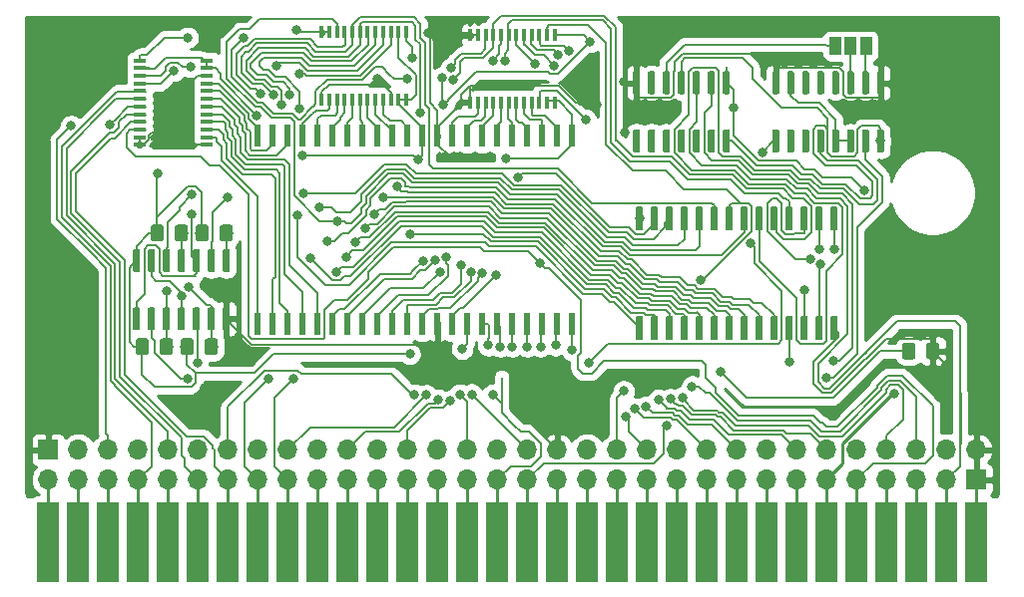
<source format=gbr>
G04 #@! TF.GenerationSoftware,KiCad,Pcbnew,(5.1.4)-1*
G04 #@! TF.CreationDate,2021-02-27T03:26:26-03:00*
G04 #@! TF.ProjectId,OpenDrive-Genesis,4f70656e-4472-4697-9665-2d47656e6573,rev?*
G04 #@! TF.SameCoordinates,Original*
G04 #@! TF.FileFunction,Copper,L1,Top*
G04 #@! TF.FilePolarity,Positive*
%FSLAX46Y46*%
G04 Gerber Fmt 4.6, Leading zero omitted, Abs format (unit mm)*
G04 Created by KiCad (PCBNEW (5.1.4)-1) date 2021-02-27 03:26:26*
%MOMM*%
%LPD*%
G04 APERTURE LIST*
%ADD10R,0.400000X1.100000*%
%ADD11R,1.100000X0.400000*%
%ADD12R,1.905000X6.858000*%
%ADD13R,0.500000X1.900000*%
%ADD14C,0.100000*%
%ADD15C,1.150000*%
%ADD16C,0.600000*%
%ADD17R,1.000000X1.500000*%
%ADD18O,1.700000X1.700000*%
%ADD19R,1.700000X1.700000*%
%ADD20C,0.800000*%
%ADD21C,0.250000*%
%ADD22C,0.200000*%
%ADD23C,0.254000*%
G04 APERTURE END LIST*
D10*
X95929400Y-45054400D03*
X95279400Y-45054400D03*
X94629400Y-45054400D03*
X93979400Y-45054400D03*
X93329400Y-45054400D03*
X92679400Y-45054400D03*
X92029400Y-45054400D03*
X91379400Y-45054400D03*
X90729400Y-45054400D03*
X90079400Y-45054400D03*
X89429400Y-45054400D03*
X88779400Y-45054400D03*
X88779400Y-50754400D03*
X89429400Y-50754400D03*
X90079400Y-50754400D03*
X90729400Y-50754400D03*
X91379400Y-50754400D03*
X92029400Y-50754400D03*
X92679400Y-50754400D03*
X93329400Y-50754400D03*
X93979400Y-50754400D03*
X94629400Y-50754400D03*
X95279400Y-50754400D03*
X95929400Y-50754400D03*
X83331000Y-50500400D03*
X82681000Y-50500400D03*
X82031000Y-50500400D03*
X81381000Y-50500400D03*
X80731000Y-50500400D03*
X80081000Y-50500400D03*
X79431000Y-50500400D03*
X78781000Y-50500400D03*
X78131000Y-50500400D03*
X77481000Y-50500400D03*
X76831000Y-50500400D03*
X76181000Y-50500400D03*
X76181000Y-44800400D03*
X76831000Y-44800400D03*
X77481000Y-44800400D03*
X78131000Y-44800400D03*
X78781000Y-44800400D03*
X79431000Y-44800400D03*
X80081000Y-44800400D03*
X80731000Y-44800400D03*
X81381000Y-44800400D03*
X82031000Y-44800400D03*
X82681000Y-44800400D03*
X83331000Y-44800400D03*
D11*
X66406000Y-47204800D03*
X66406000Y-47854800D03*
X66406000Y-48504800D03*
X66406000Y-49154800D03*
X66406000Y-49804800D03*
X66406000Y-50454800D03*
X66406000Y-51104800D03*
X66406000Y-51754800D03*
X66406000Y-52404800D03*
X66406000Y-53054800D03*
X66406000Y-53704800D03*
X66406000Y-54354800D03*
X60706000Y-54354800D03*
X60706000Y-53704800D03*
X60706000Y-53054800D03*
X60706000Y-52404800D03*
X60706000Y-51754800D03*
X60706000Y-51104800D03*
X60706000Y-50454800D03*
X60706000Y-49804800D03*
X60706000Y-49154800D03*
X60706000Y-48504800D03*
X60706000Y-47854800D03*
X60706000Y-47204800D03*
D12*
X52959000Y-88138000D03*
X55499000Y-88138000D03*
X58039000Y-88138000D03*
X60579000Y-88138000D03*
X63119000Y-88138000D03*
X65659000Y-88138000D03*
X68199000Y-88138000D03*
X70739000Y-88138000D03*
X73279000Y-88138000D03*
X75819000Y-88138000D03*
X78359000Y-88138000D03*
X80899000Y-88138000D03*
X83439000Y-88138000D03*
X85979000Y-88138000D03*
X88519000Y-88138000D03*
X91059000Y-88138000D03*
X93599000Y-88138000D03*
X96139000Y-88138000D03*
X98679000Y-88138000D03*
X101219000Y-88138000D03*
X103759000Y-88138000D03*
X106299000Y-88138000D03*
X108839000Y-88138000D03*
X111379000Y-88138000D03*
X113919000Y-88138000D03*
X116459000Y-88138000D03*
X118999000Y-88138000D03*
X121539000Y-88138000D03*
X124079000Y-88138000D03*
X126619000Y-88138000D03*
X129159000Y-88138000D03*
X131699000Y-88138000D03*
D13*
X70739000Y-53595000D03*
X72009000Y-53595000D03*
X73279000Y-53595000D03*
X74549000Y-53595000D03*
X75819000Y-53595000D03*
X77089000Y-53595000D03*
X78359000Y-53595000D03*
X79629000Y-53595000D03*
X80899000Y-53595000D03*
X82169000Y-53595000D03*
X83439000Y-53595000D03*
X84709000Y-53595000D03*
X85979000Y-53595000D03*
X87249000Y-53595000D03*
X88519000Y-53595000D03*
X89789000Y-53595000D03*
X91059000Y-53595000D03*
X92329000Y-53595000D03*
X93599000Y-53595000D03*
X94869000Y-53595000D03*
X97409000Y-69595000D03*
X97409000Y-53595000D03*
X96139000Y-69595000D03*
X96139000Y-53595000D03*
X94869000Y-69595000D03*
X93599000Y-69595000D03*
X92329000Y-69595000D03*
X91059000Y-69595000D03*
X89789000Y-69595000D03*
X88519000Y-69595000D03*
X87249000Y-69595000D03*
X85979000Y-69595000D03*
X84709000Y-69595000D03*
X83439000Y-69595000D03*
X82169000Y-69595000D03*
X80899000Y-69595000D03*
X79629000Y-69595000D03*
X78359000Y-69595000D03*
X77089000Y-69595000D03*
X75819000Y-69595000D03*
X74549000Y-69595000D03*
X73279000Y-69595000D03*
X72009000Y-69595000D03*
X70739000Y-69595000D03*
D14*
G36*
X67151505Y-70802204D02*
G01*
X67175773Y-70805804D01*
X67199572Y-70811765D01*
X67222671Y-70820030D01*
X67244850Y-70830520D01*
X67265893Y-70843132D01*
X67285599Y-70857747D01*
X67303777Y-70874223D01*
X67320253Y-70892401D01*
X67334868Y-70912107D01*
X67347480Y-70933150D01*
X67357970Y-70955329D01*
X67366235Y-70978428D01*
X67372196Y-71002227D01*
X67375796Y-71026495D01*
X67377000Y-71050999D01*
X67377000Y-71951001D01*
X67375796Y-71975505D01*
X67372196Y-71999773D01*
X67366235Y-72023572D01*
X67357970Y-72046671D01*
X67347480Y-72068850D01*
X67334868Y-72089893D01*
X67320253Y-72109599D01*
X67303777Y-72127777D01*
X67285599Y-72144253D01*
X67265893Y-72158868D01*
X67244850Y-72171480D01*
X67222671Y-72181970D01*
X67199572Y-72190235D01*
X67175773Y-72196196D01*
X67151505Y-72199796D01*
X67127001Y-72201000D01*
X66476999Y-72201000D01*
X66452495Y-72199796D01*
X66428227Y-72196196D01*
X66404428Y-72190235D01*
X66381329Y-72181970D01*
X66359150Y-72171480D01*
X66338107Y-72158868D01*
X66318401Y-72144253D01*
X66300223Y-72127777D01*
X66283747Y-72109599D01*
X66269132Y-72089893D01*
X66256520Y-72068850D01*
X66246030Y-72046671D01*
X66237765Y-72023572D01*
X66231804Y-71999773D01*
X66228204Y-71975505D01*
X66227000Y-71951001D01*
X66227000Y-71050999D01*
X66228204Y-71026495D01*
X66231804Y-71002227D01*
X66237765Y-70978428D01*
X66246030Y-70955329D01*
X66256520Y-70933150D01*
X66269132Y-70912107D01*
X66283747Y-70892401D01*
X66300223Y-70874223D01*
X66318401Y-70857747D01*
X66338107Y-70843132D01*
X66359150Y-70830520D01*
X66381329Y-70820030D01*
X66404428Y-70811765D01*
X66428227Y-70805804D01*
X66452495Y-70802204D01*
X66476999Y-70801000D01*
X67127001Y-70801000D01*
X67151505Y-70802204D01*
X67151505Y-70802204D01*
G37*
D15*
X66802000Y-71501000D03*
D14*
G36*
X65101505Y-70802204D02*
G01*
X65125773Y-70805804D01*
X65149572Y-70811765D01*
X65172671Y-70820030D01*
X65194850Y-70830520D01*
X65215893Y-70843132D01*
X65235599Y-70857747D01*
X65253777Y-70874223D01*
X65270253Y-70892401D01*
X65284868Y-70912107D01*
X65297480Y-70933150D01*
X65307970Y-70955329D01*
X65316235Y-70978428D01*
X65322196Y-71002227D01*
X65325796Y-71026495D01*
X65327000Y-71050999D01*
X65327000Y-71951001D01*
X65325796Y-71975505D01*
X65322196Y-71999773D01*
X65316235Y-72023572D01*
X65307970Y-72046671D01*
X65297480Y-72068850D01*
X65284868Y-72089893D01*
X65270253Y-72109599D01*
X65253777Y-72127777D01*
X65235599Y-72144253D01*
X65215893Y-72158868D01*
X65194850Y-72171480D01*
X65172671Y-72181970D01*
X65149572Y-72190235D01*
X65125773Y-72196196D01*
X65101505Y-72199796D01*
X65077001Y-72201000D01*
X64426999Y-72201000D01*
X64402495Y-72199796D01*
X64378227Y-72196196D01*
X64354428Y-72190235D01*
X64331329Y-72181970D01*
X64309150Y-72171480D01*
X64288107Y-72158868D01*
X64268401Y-72144253D01*
X64250223Y-72127777D01*
X64233747Y-72109599D01*
X64219132Y-72089893D01*
X64206520Y-72068850D01*
X64196030Y-72046671D01*
X64187765Y-72023572D01*
X64181804Y-71999773D01*
X64178204Y-71975505D01*
X64177000Y-71951001D01*
X64177000Y-71050999D01*
X64178204Y-71026495D01*
X64181804Y-71002227D01*
X64187765Y-70978428D01*
X64196030Y-70955329D01*
X64206520Y-70933150D01*
X64219132Y-70912107D01*
X64233747Y-70892401D01*
X64250223Y-70874223D01*
X64268401Y-70857747D01*
X64288107Y-70843132D01*
X64309150Y-70830520D01*
X64331329Y-70820030D01*
X64354428Y-70811765D01*
X64378227Y-70805804D01*
X64402495Y-70802204D01*
X64426999Y-70801000D01*
X65077001Y-70801000D01*
X65101505Y-70802204D01*
X65101505Y-70802204D01*
G37*
D15*
X64752000Y-71501000D03*
D14*
G36*
X64611505Y-61150204D02*
G01*
X64635773Y-61153804D01*
X64659572Y-61159765D01*
X64682671Y-61168030D01*
X64704850Y-61178520D01*
X64725893Y-61191132D01*
X64745599Y-61205747D01*
X64763777Y-61222223D01*
X64780253Y-61240401D01*
X64794868Y-61260107D01*
X64807480Y-61281150D01*
X64817970Y-61303329D01*
X64826235Y-61326428D01*
X64832196Y-61350227D01*
X64835796Y-61374495D01*
X64837000Y-61398999D01*
X64837000Y-62299001D01*
X64835796Y-62323505D01*
X64832196Y-62347773D01*
X64826235Y-62371572D01*
X64817970Y-62394671D01*
X64807480Y-62416850D01*
X64794868Y-62437893D01*
X64780253Y-62457599D01*
X64763777Y-62475777D01*
X64745599Y-62492253D01*
X64725893Y-62506868D01*
X64704850Y-62519480D01*
X64682671Y-62529970D01*
X64659572Y-62538235D01*
X64635773Y-62544196D01*
X64611505Y-62547796D01*
X64587001Y-62549000D01*
X63936999Y-62549000D01*
X63912495Y-62547796D01*
X63888227Y-62544196D01*
X63864428Y-62538235D01*
X63841329Y-62529970D01*
X63819150Y-62519480D01*
X63798107Y-62506868D01*
X63778401Y-62492253D01*
X63760223Y-62475777D01*
X63743747Y-62457599D01*
X63729132Y-62437893D01*
X63716520Y-62416850D01*
X63706030Y-62394671D01*
X63697765Y-62371572D01*
X63691804Y-62347773D01*
X63688204Y-62323505D01*
X63687000Y-62299001D01*
X63687000Y-61398999D01*
X63688204Y-61374495D01*
X63691804Y-61350227D01*
X63697765Y-61326428D01*
X63706030Y-61303329D01*
X63716520Y-61281150D01*
X63729132Y-61260107D01*
X63743747Y-61240401D01*
X63760223Y-61222223D01*
X63778401Y-61205747D01*
X63798107Y-61191132D01*
X63819150Y-61178520D01*
X63841329Y-61168030D01*
X63864428Y-61159765D01*
X63888227Y-61153804D01*
X63912495Y-61150204D01*
X63936999Y-61149000D01*
X64587001Y-61149000D01*
X64611505Y-61150204D01*
X64611505Y-61150204D01*
G37*
D15*
X64262000Y-61849000D03*
D14*
G36*
X62561505Y-61150204D02*
G01*
X62585773Y-61153804D01*
X62609572Y-61159765D01*
X62632671Y-61168030D01*
X62654850Y-61178520D01*
X62675893Y-61191132D01*
X62695599Y-61205747D01*
X62713777Y-61222223D01*
X62730253Y-61240401D01*
X62744868Y-61260107D01*
X62757480Y-61281150D01*
X62767970Y-61303329D01*
X62776235Y-61326428D01*
X62782196Y-61350227D01*
X62785796Y-61374495D01*
X62787000Y-61398999D01*
X62787000Y-62299001D01*
X62785796Y-62323505D01*
X62782196Y-62347773D01*
X62776235Y-62371572D01*
X62767970Y-62394671D01*
X62757480Y-62416850D01*
X62744868Y-62437893D01*
X62730253Y-62457599D01*
X62713777Y-62475777D01*
X62695599Y-62492253D01*
X62675893Y-62506868D01*
X62654850Y-62519480D01*
X62632671Y-62529970D01*
X62609572Y-62538235D01*
X62585773Y-62544196D01*
X62561505Y-62547796D01*
X62537001Y-62549000D01*
X61886999Y-62549000D01*
X61862495Y-62547796D01*
X61838227Y-62544196D01*
X61814428Y-62538235D01*
X61791329Y-62529970D01*
X61769150Y-62519480D01*
X61748107Y-62506868D01*
X61728401Y-62492253D01*
X61710223Y-62475777D01*
X61693747Y-62457599D01*
X61679132Y-62437893D01*
X61666520Y-62416850D01*
X61656030Y-62394671D01*
X61647765Y-62371572D01*
X61641804Y-62347773D01*
X61638204Y-62323505D01*
X61637000Y-62299001D01*
X61637000Y-61398999D01*
X61638204Y-61374495D01*
X61641804Y-61350227D01*
X61647765Y-61326428D01*
X61656030Y-61303329D01*
X61666520Y-61281150D01*
X61679132Y-61260107D01*
X61693747Y-61240401D01*
X61710223Y-61222223D01*
X61728401Y-61205747D01*
X61748107Y-61191132D01*
X61769150Y-61178520D01*
X61791329Y-61168030D01*
X61814428Y-61159765D01*
X61838227Y-61153804D01*
X61862495Y-61150204D01*
X61886999Y-61149000D01*
X62537001Y-61149000D01*
X62561505Y-61150204D01*
X62561505Y-61150204D01*
G37*
D15*
X62212000Y-61849000D03*
D14*
G36*
X68421505Y-61150204D02*
G01*
X68445773Y-61153804D01*
X68469572Y-61159765D01*
X68492671Y-61168030D01*
X68514850Y-61178520D01*
X68535893Y-61191132D01*
X68555599Y-61205747D01*
X68573777Y-61222223D01*
X68590253Y-61240401D01*
X68604868Y-61260107D01*
X68617480Y-61281150D01*
X68627970Y-61303329D01*
X68636235Y-61326428D01*
X68642196Y-61350227D01*
X68645796Y-61374495D01*
X68647000Y-61398999D01*
X68647000Y-62299001D01*
X68645796Y-62323505D01*
X68642196Y-62347773D01*
X68636235Y-62371572D01*
X68627970Y-62394671D01*
X68617480Y-62416850D01*
X68604868Y-62437893D01*
X68590253Y-62457599D01*
X68573777Y-62475777D01*
X68555599Y-62492253D01*
X68535893Y-62506868D01*
X68514850Y-62519480D01*
X68492671Y-62529970D01*
X68469572Y-62538235D01*
X68445773Y-62544196D01*
X68421505Y-62547796D01*
X68397001Y-62549000D01*
X67746999Y-62549000D01*
X67722495Y-62547796D01*
X67698227Y-62544196D01*
X67674428Y-62538235D01*
X67651329Y-62529970D01*
X67629150Y-62519480D01*
X67608107Y-62506868D01*
X67588401Y-62492253D01*
X67570223Y-62475777D01*
X67553747Y-62457599D01*
X67539132Y-62437893D01*
X67526520Y-62416850D01*
X67516030Y-62394671D01*
X67507765Y-62371572D01*
X67501804Y-62347773D01*
X67498204Y-62323505D01*
X67497000Y-62299001D01*
X67497000Y-61398999D01*
X67498204Y-61374495D01*
X67501804Y-61350227D01*
X67507765Y-61326428D01*
X67516030Y-61303329D01*
X67526520Y-61281150D01*
X67539132Y-61260107D01*
X67553747Y-61240401D01*
X67570223Y-61222223D01*
X67588401Y-61205747D01*
X67608107Y-61191132D01*
X67629150Y-61178520D01*
X67651329Y-61168030D01*
X67674428Y-61159765D01*
X67698227Y-61153804D01*
X67722495Y-61150204D01*
X67746999Y-61149000D01*
X68397001Y-61149000D01*
X68421505Y-61150204D01*
X68421505Y-61150204D01*
G37*
D15*
X68072000Y-61849000D03*
D14*
G36*
X66371505Y-61150204D02*
G01*
X66395773Y-61153804D01*
X66419572Y-61159765D01*
X66442671Y-61168030D01*
X66464850Y-61178520D01*
X66485893Y-61191132D01*
X66505599Y-61205747D01*
X66523777Y-61222223D01*
X66540253Y-61240401D01*
X66554868Y-61260107D01*
X66567480Y-61281150D01*
X66577970Y-61303329D01*
X66586235Y-61326428D01*
X66592196Y-61350227D01*
X66595796Y-61374495D01*
X66597000Y-61398999D01*
X66597000Y-62299001D01*
X66595796Y-62323505D01*
X66592196Y-62347773D01*
X66586235Y-62371572D01*
X66577970Y-62394671D01*
X66567480Y-62416850D01*
X66554868Y-62437893D01*
X66540253Y-62457599D01*
X66523777Y-62475777D01*
X66505599Y-62492253D01*
X66485893Y-62506868D01*
X66464850Y-62519480D01*
X66442671Y-62529970D01*
X66419572Y-62538235D01*
X66395773Y-62544196D01*
X66371505Y-62547796D01*
X66347001Y-62549000D01*
X65696999Y-62549000D01*
X65672495Y-62547796D01*
X65648227Y-62544196D01*
X65624428Y-62538235D01*
X65601329Y-62529970D01*
X65579150Y-62519480D01*
X65558107Y-62506868D01*
X65538401Y-62492253D01*
X65520223Y-62475777D01*
X65503747Y-62457599D01*
X65489132Y-62437893D01*
X65476520Y-62416850D01*
X65466030Y-62394671D01*
X65457765Y-62371572D01*
X65451804Y-62347773D01*
X65448204Y-62323505D01*
X65447000Y-62299001D01*
X65447000Y-61398999D01*
X65448204Y-61374495D01*
X65451804Y-61350227D01*
X65457765Y-61326428D01*
X65466030Y-61303329D01*
X65476520Y-61281150D01*
X65489132Y-61260107D01*
X65503747Y-61240401D01*
X65520223Y-61222223D01*
X65538401Y-61205747D01*
X65558107Y-61191132D01*
X65579150Y-61178520D01*
X65601329Y-61168030D01*
X65624428Y-61159765D01*
X65648227Y-61153804D01*
X65672495Y-61150204D01*
X65696999Y-61149000D01*
X66347001Y-61149000D01*
X66371505Y-61150204D01*
X66371505Y-61150204D01*
G37*
D15*
X66022000Y-61849000D03*
D14*
G36*
X63341505Y-70802204D02*
G01*
X63365773Y-70805804D01*
X63389572Y-70811765D01*
X63412671Y-70820030D01*
X63434850Y-70830520D01*
X63455893Y-70843132D01*
X63475599Y-70857747D01*
X63493777Y-70874223D01*
X63510253Y-70892401D01*
X63524868Y-70912107D01*
X63537480Y-70933150D01*
X63547970Y-70955329D01*
X63556235Y-70978428D01*
X63562196Y-71002227D01*
X63565796Y-71026495D01*
X63567000Y-71050999D01*
X63567000Y-71951001D01*
X63565796Y-71975505D01*
X63562196Y-71999773D01*
X63556235Y-72023572D01*
X63547970Y-72046671D01*
X63537480Y-72068850D01*
X63524868Y-72089893D01*
X63510253Y-72109599D01*
X63493777Y-72127777D01*
X63475599Y-72144253D01*
X63455893Y-72158868D01*
X63434850Y-72171480D01*
X63412671Y-72181970D01*
X63389572Y-72190235D01*
X63365773Y-72196196D01*
X63341505Y-72199796D01*
X63317001Y-72201000D01*
X62666999Y-72201000D01*
X62642495Y-72199796D01*
X62618227Y-72196196D01*
X62594428Y-72190235D01*
X62571329Y-72181970D01*
X62549150Y-72171480D01*
X62528107Y-72158868D01*
X62508401Y-72144253D01*
X62490223Y-72127777D01*
X62473747Y-72109599D01*
X62459132Y-72089893D01*
X62446520Y-72068850D01*
X62436030Y-72046671D01*
X62427765Y-72023572D01*
X62421804Y-71999773D01*
X62418204Y-71975505D01*
X62417000Y-71951001D01*
X62417000Y-71050999D01*
X62418204Y-71026495D01*
X62421804Y-71002227D01*
X62427765Y-70978428D01*
X62436030Y-70955329D01*
X62446520Y-70933150D01*
X62459132Y-70912107D01*
X62473747Y-70892401D01*
X62490223Y-70874223D01*
X62508401Y-70857747D01*
X62528107Y-70843132D01*
X62549150Y-70830520D01*
X62571329Y-70820030D01*
X62594428Y-70811765D01*
X62618227Y-70805804D01*
X62642495Y-70802204D01*
X62666999Y-70801000D01*
X63317001Y-70801000D01*
X63341505Y-70802204D01*
X63341505Y-70802204D01*
G37*
D15*
X62992000Y-71501000D03*
D14*
G36*
X61291505Y-70802204D02*
G01*
X61315773Y-70805804D01*
X61339572Y-70811765D01*
X61362671Y-70820030D01*
X61384850Y-70830520D01*
X61405893Y-70843132D01*
X61425599Y-70857747D01*
X61443777Y-70874223D01*
X61460253Y-70892401D01*
X61474868Y-70912107D01*
X61487480Y-70933150D01*
X61497970Y-70955329D01*
X61506235Y-70978428D01*
X61512196Y-71002227D01*
X61515796Y-71026495D01*
X61517000Y-71050999D01*
X61517000Y-71951001D01*
X61515796Y-71975505D01*
X61512196Y-71999773D01*
X61506235Y-72023572D01*
X61497970Y-72046671D01*
X61487480Y-72068850D01*
X61474868Y-72089893D01*
X61460253Y-72109599D01*
X61443777Y-72127777D01*
X61425599Y-72144253D01*
X61405893Y-72158868D01*
X61384850Y-72171480D01*
X61362671Y-72181970D01*
X61339572Y-72190235D01*
X61315773Y-72196196D01*
X61291505Y-72199796D01*
X61267001Y-72201000D01*
X60616999Y-72201000D01*
X60592495Y-72199796D01*
X60568227Y-72196196D01*
X60544428Y-72190235D01*
X60521329Y-72181970D01*
X60499150Y-72171480D01*
X60478107Y-72158868D01*
X60458401Y-72144253D01*
X60440223Y-72127777D01*
X60423747Y-72109599D01*
X60409132Y-72089893D01*
X60396520Y-72068850D01*
X60386030Y-72046671D01*
X60377765Y-72023572D01*
X60371804Y-71999773D01*
X60368204Y-71975505D01*
X60367000Y-71951001D01*
X60367000Y-71050999D01*
X60368204Y-71026495D01*
X60371804Y-71002227D01*
X60377765Y-70978428D01*
X60386030Y-70955329D01*
X60396520Y-70933150D01*
X60409132Y-70912107D01*
X60423747Y-70892401D01*
X60440223Y-70874223D01*
X60458401Y-70857747D01*
X60478107Y-70843132D01*
X60499150Y-70830520D01*
X60521329Y-70820030D01*
X60544428Y-70811765D01*
X60568227Y-70805804D01*
X60592495Y-70802204D01*
X60616999Y-70801000D01*
X61267001Y-70801000D01*
X61291505Y-70802204D01*
X61291505Y-70802204D01*
G37*
D15*
X60942000Y-71501000D03*
D14*
G36*
X60616703Y-63225722D02*
G01*
X60631264Y-63227882D01*
X60645543Y-63231459D01*
X60659403Y-63236418D01*
X60672710Y-63242712D01*
X60685336Y-63250280D01*
X60697159Y-63259048D01*
X60708066Y-63268934D01*
X60717952Y-63279841D01*
X60726720Y-63291664D01*
X60734288Y-63304290D01*
X60740582Y-63317597D01*
X60745541Y-63331457D01*
X60749118Y-63345736D01*
X60751278Y-63360297D01*
X60752000Y-63375000D01*
X60752000Y-65025000D01*
X60751278Y-65039703D01*
X60749118Y-65054264D01*
X60745541Y-65068543D01*
X60740582Y-65082403D01*
X60734288Y-65095710D01*
X60726720Y-65108336D01*
X60717952Y-65120159D01*
X60708066Y-65131066D01*
X60697159Y-65140952D01*
X60685336Y-65149720D01*
X60672710Y-65157288D01*
X60659403Y-65163582D01*
X60645543Y-65168541D01*
X60631264Y-65172118D01*
X60616703Y-65174278D01*
X60602000Y-65175000D01*
X60302000Y-65175000D01*
X60287297Y-65174278D01*
X60272736Y-65172118D01*
X60258457Y-65168541D01*
X60244597Y-65163582D01*
X60231290Y-65157288D01*
X60218664Y-65149720D01*
X60206841Y-65140952D01*
X60195934Y-65131066D01*
X60186048Y-65120159D01*
X60177280Y-65108336D01*
X60169712Y-65095710D01*
X60163418Y-65082403D01*
X60158459Y-65068543D01*
X60154882Y-65054264D01*
X60152722Y-65039703D01*
X60152000Y-65025000D01*
X60152000Y-63375000D01*
X60152722Y-63360297D01*
X60154882Y-63345736D01*
X60158459Y-63331457D01*
X60163418Y-63317597D01*
X60169712Y-63304290D01*
X60177280Y-63291664D01*
X60186048Y-63279841D01*
X60195934Y-63268934D01*
X60206841Y-63259048D01*
X60218664Y-63250280D01*
X60231290Y-63242712D01*
X60244597Y-63236418D01*
X60258457Y-63231459D01*
X60272736Y-63227882D01*
X60287297Y-63225722D01*
X60302000Y-63225000D01*
X60602000Y-63225000D01*
X60616703Y-63225722D01*
X60616703Y-63225722D01*
G37*
D16*
X60452000Y-64200000D03*
D14*
G36*
X61886703Y-63225722D02*
G01*
X61901264Y-63227882D01*
X61915543Y-63231459D01*
X61929403Y-63236418D01*
X61942710Y-63242712D01*
X61955336Y-63250280D01*
X61967159Y-63259048D01*
X61978066Y-63268934D01*
X61987952Y-63279841D01*
X61996720Y-63291664D01*
X62004288Y-63304290D01*
X62010582Y-63317597D01*
X62015541Y-63331457D01*
X62019118Y-63345736D01*
X62021278Y-63360297D01*
X62022000Y-63375000D01*
X62022000Y-65025000D01*
X62021278Y-65039703D01*
X62019118Y-65054264D01*
X62015541Y-65068543D01*
X62010582Y-65082403D01*
X62004288Y-65095710D01*
X61996720Y-65108336D01*
X61987952Y-65120159D01*
X61978066Y-65131066D01*
X61967159Y-65140952D01*
X61955336Y-65149720D01*
X61942710Y-65157288D01*
X61929403Y-65163582D01*
X61915543Y-65168541D01*
X61901264Y-65172118D01*
X61886703Y-65174278D01*
X61872000Y-65175000D01*
X61572000Y-65175000D01*
X61557297Y-65174278D01*
X61542736Y-65172118D01*
X61528457Y-65168541D01*
X61514597Y-65163582D01*
X61501290Y-65157288D01*
X61488664Y-65149720D01*
X61476841Y-65140952D01*
X61465934Y-65131066D01*
X61456048Y-65120159D01*
X61447280Y-65108336D01*
X61439712Y-65095710D01*
X61433418Y-65082403D01*
X61428459Y-65068543D01*
X61424882Y-65054264D01*
X61422722Y-65039703D01*
X61422000Y-65025000D01*
X61422000Y-63375000D01*
X61422722Y-63360297D01*
X61424882Y-63345736D01*
X61428459Y-63331457D01*
X61433418Y-63317597D01*
X61439712Y-63304290D01*
X61447280Y-63291664D01*
X61456048Y-63279841D01*
X61465934Y-63268934D01*
X61476841Y-63259048D01*
X61488664Y-63250280D01*
X61501290Y-63242712D01*
X61514597Y-63236418D01*
X61528457Y-63231459D01*
X61542736Y-63227882D01*
X61557297Y-63225722D01*
X61572000Y-63225000D01*
X61872000Y-63225000D01*
X61886703Y-63225722D01*
X61886703Y-63225722D01*
G37*
D16*
X61722000Y-64200000D03*
D14*
G36*
X63156703Y-63225722D02*
G01*
X63171264Y-63227882D01*
X63185543Y-63231459D01*
X63199403Y-63236418D01*
X63212710Y-63242712D01*
X63225336Y-63250280D01*
X63237159Y-63259048D01*
X63248066Y-63268934D01*
X63257952Y-63279841D01*
X63266720Y-63291664D01*
X63274288Y-63304290D01*
X63280582Y-63317597D01*
X63285541Y-63331457D01*
X63289118Y-63345736D01*
X63291278Y-63360297D01*
X63292000Y-63375000D01*
X63292000Y-65025000D01*
X63291278Y-65039703D01*
X63289118Y-65054264D01*
X63285541Y-65068543D01*
X63280582Y-65082403D01*
X63274288Y-65095710D01*
X63266720Y-65108336D01*
X63257952Y-65120159D01*
X63248066Y-65131066D01*
X63237159Y-65140952D01*
X63225336Y-65149720D01*
X63212710Y-65157288D01*
X63199403Y-65163582D01*
X63185543Y-65168541D01*
X63171264Y-65172118D01*
X63156703Y-65174278D01*
X63142000Y-65175000D01*
X62842000Y-65175000D01*
X62827297Y-65174278D01*
X62812736Y-65172118D01*
X62798457Y-65168541D01*
X62784597Y-65163582D01*
X62771290Y-65157288D01*
X62758664Y-65149720D01*
X62746841Y-65140952D01*
X62735934Y-65131066D01*
X62726048Y-65120159D01*
X62717280Y-65108336D01*
X62709712Y-65095710D01*
X62703418Y-65082403D01*
X62698459Y-65068543D01*
X62694882Y-65054264D01*
X62692722Y-65039703D01*
X62692000Y-65025000D01*
X62692000Y-63375000D01*
X62692722Y-63360297D01*
X62694882Y-63345736D01*
X62698459Y-63331457D01*
X62703418Y-63317597D01*
X62709712Y-63304290D01*
X62717280Y-63291664D01*
X62726048Y-63279841D01*
X62735934Y-63268934D01*
X62746841Y-63259048D01*
X62758664Y-63250280D01*
X62771290Y-63242712D01*
X62784597Y-63236418D01*
X62798457Y-63231459D01*
X62812736Y-63227882D01*
X62827297Y-63225722D01*
X62842000Y-63225000D01*
X63142000Y-63225000D01*
X63156703Y-63225722D01*
X63156703Y-63225722D01*
G37*
D16*
X62992000Y-64200000D03*
D14*
G36*
X64426703Y-63225722D02*
G01*
X64441264Y-63227882D01*
X64455543Y-63231459D01*
X64469403Y-63236418D01*
X64482710Y-63242712D01*
X64495336Y-63250280D01*
X64507159Y-63259048D01*
X64518066Y-63268934D01*
X64527952Y-63279841D01*
X64536720Y-63291664D01*
X64544288Y-63304290D01*
X64550582Y-63317597D01*
X64555541Y-63331457D01*
X64559118Y-63345736D01*
X64561278Y-63360297D01*
X64562000Y-63375000D01*
X64562000Y-65025000D01*
X64561278Y-65039703D01*
X64559118Y-65054264D01*
X64555541Y-65068543D01*
X64550582Y-65082403D01*
X64544288Y-65095710D01*
X64536720Y-65108336D01*
X64527952Y-65120159D01*
X64518066Y-65131066D01*
X64507159Y-65140952D01*
X64495336Y-65149720D01*
X64482710Y-65157288D01*
X64469403Y-65163582D01*
X64455543Y-65168541D01*
X64441264Y-65172118D01*
X64426703Y-65174278D01*
X64412000Y-65175000D01*
X64112000Y-65175000D01*
X64097297Y-65174278D01*
X64082736Y-65172118D01*
X64068457Y-65168541D01*
X64054597Y-65163582D01*
X64041290Y-65157288D01*
X64028664Y-65149720D01*
X64016841Y-65140952D01*
X64005934Y-65131066D01*
X63996048Y-65120159D01*
X63987280Y-65108336D01*
X63979712Y-65095710D01*
X63973418Y-65082403D01*
X63968459Y-65068543D01*
X63964882Y-65054264D01*
X63962722Y-65039703D01*
X63962000Y-65025000D01*
X63962000Y-63375000D01*
X63962722Y-63360297D01*
X63964882Y-63345736D01*
X63968459Y-63331457D01*
X63973418Y-63317597D01*
X63979712Y-63304290D01*
X63987280Y-63291664D01*
X63996048Y-63279841D01*
X64005934Y-63268934D01*
X64016841Y-63259048D01*
X64028664Y-63250280D01*
X64041290Y-63242712D01*
X64054597Y-63236418D01*
X64068457Y-63231459D01*
X64082736Y-63227882D01*
X64097297Y-63225722D01*
X64112000Y-63225000D01*
X64412000Y-63225000D01*
X64426703Y-63225722D01*
X64426703Y-63225722D01*
G37*
D16*
X64262000Y-64200000D03*
D14*
G36*
X65696703Y-63225722D02*
G01*
X65711264Y-63227882D01*
X65725543Y-63231459D01*
X65739403Y-63236418D01*
X65752710Y-63242712D01*
X65765336Y-63250280D01*
X65777159Y-63259048D01*
X65788066Y-63268934D01*
X65797952Y-63279841D01*
X65806720Y-63291664D01*
X65814288Y-63304290D01*
X65820582Y-63317597D01*
X65825541Y-63331457D01*
X65829118Y-63345736D01*
X65831278Y-63360297D01*
X65832000Y-63375000D01*
X65832000Y-65025000D01*
X65831278Y-65039703D01*
X65829118Y-65054264D01*
X65825541Y-65068543D01*
X65820582Y-65082403D01*
X65814288Y-65095710D01*
X65806720Y-65108336D01*
X65797952Y-65120159D01*
X65788066Y-65131066D01*
X65777159Y-65140952D01*
X65765336Y-65149720D01*
X65752710Y-65157288D01*
X65739403Y-65163582D01*
X65725543Y-65168541D01*
X65711264Y-65172118D01*
X65696703Y-65174278D01*
X65682000Y-65175000D01*
X65382000Y-65175000D01*
X65367297Y-65174278D01*
X65352736Y-65172118D01*
X65338457Y-65168541D01*
X65324597Y-65163582D01*
X65311290Y-65157288D01*
X65298664Y-65149720D01*
X65286841Y-65140952D01*
X65275934Y-65131066D01*
X65266048Y-65120159D01*
X65257280Y-65108336D01*
X65249712Y-65095710D01*
X65243418Y-65082403D01*
X65238459Y-65068543D01*
X65234882Y-65054264D01*
X65232722Y-65039703D01*
X65232000Y-65025000D01*
X65232000Y-63375000D01*
X65232722Y-63360297D01*
X65234882Y-63345736D01*
X65238459Y-63331457D01*
X65243418Y-63317597D01*
X65249712Y-63304290D01*
X65257280Y-63291664D01*
X65266048Y-63279841D01*
X65275934Y-63268934D01*
X65286841Y-63259048D01*
X65298664Y-63250280D01*
X65311290Y-63242712D01*
X65324597Y-63236418D01*
X65338457Y-63231459D01*
X65352736Y-63227882D01*
X65367297Y-63225722D01*
X65382000Y-63225000D01*
X65682000Y-63225000D01*
X65696703Y-63225722D01*
X65696703Y-63225722D01*
G37*
D16*
X65532000Y-64200000D03*
D14*
G36*
X66966703Y-63225722D02*
G01*
X66981264Y-63227882D01*
X66995543Y-63231459D01*
X67009403Y-63236418D01*
X67022710Y-63242712D01*
X67035336Y-63250280D01*
X67047159Y-63259048D01*
X67058066Y-63268934D01*
X67067952Y-63279841D01*
X67076720Y-63291664D01*
X67084288Y-63304290D01*
X67090582Y-63317597D01*
X67095541Y-63331457D01*
X67099118Y-63345736D01*
X67101278Y-63360297D01*
X67102000Y-63375000D01*
X67102000Y-65025000D01*
X67101278Y-65039703D01*
X67099118Y-65054264D01*
X67095541Y-65068543D01*
X67090582Y-65082403D01*
X67084288Y-65095710D01*
X67076720Y-65108336D01*
X67067952Y-65120159D01*
X67058066Y-65131066D01*
X67047159Y-65140952D01*
X67035336Y-65149720D01*
X67022710Y-65157288D01*
X67009403Y-65163582D01*
X66995543Y-65168541D01*
X66981264Y-65172118D01*
X66966703Y-65174278D01*
X66952000Y-65175000D01*
X66652000Y-65175000D01*
X66637297Y-65174278D01*
X66622736Y-65172118D01*
X66608457Y-65168541D01*
X66594597Y-65163582D01*
X66581290Y-65157288D01*
X66568664Y-65149720D01*
X66556841Y-65140952D01*
X66545934Y-65131066D01*
X66536048Y-65120159D01*
X66527280Y-65108336D01*
X66519712Y-65095710D01*
X66513418Y-65082403D01*
X66508459Y-65068543D01*
X66504882Y-65054264D01*
X66502722Y-65039703D01*
X66502000Y-65025000D01*
X66502000Y-63375000D01*
X66502722Y-63360297D01*
X66504882Y-63345736D01*
X66508459Y-63331457D01*
X66513418Y-63317597D01*
X66519712Y-63304290D01*
X66527280Y-63291664D01*
X66536048Y-63279841D01*
X66545934Y-63268934D01*
X66556841Y-63259048D01*
X66568664Y-63250280D01*
X66581290Y-63242712D01*
X66594597Y-63236418D01*
X66608457Y-63231459D01*
X66622736Y-63227882D01*
X66637297Y-63225722D01*
X66652000Y-63225000D01*
X66952000Y-63225000D01*
X66966703Y-63225722D01*
X66966703Y-63225722D01*
G37*
D16*
X66802000Y-64200000D03*
D14*
G36*
X68236703Y-63225722D02*
G01*
X68251264Y-63227882D01*
X68265543Y-63231459D01*
X68279403Y-63236418D01*
X68292710Y-63242712D01*
X68305336Y-63250280D01*
X68317159Y-63259048D01*
X68328066Y-63268934D01*
X68337952Y-63279841D01*
X68346720Y-63291664D01*
X68354288Y-63304290D01*
X68360582Y-63317597D01*
X68365541Y-63331457D01*
X68369118Y-63345736D01*
X68371278Y-63360297D01*
X68372000Y-63375000D01*
X68372000Y-65025000D01*
X68371278Y-65039703D01*
X68369118Y-65054264D01*
X68365541Y-65068543D01*
X68360582Y-65082403D01*
X68354288Y-65095710D01*
X68346720Y-65108336D01*
X68337952Y-65120159D01*
X68328066Y-65131066D01*
X68317159Y-65140952D01*
X68305336Y-65149720D01*
X68292710Y-65157288D01*
X68279403Y-65163582D01*
X68265543Y-65168541D01*
X68251264Y-65172118D01*
X68236703Y-65174278D01*
X68222000Y-65175000D01*
X67922000Y-65175000D01*
X67907297Y-65174278D01*
X67892736Y-65172118D01*
X67878457Y-65168541D01*
X67864597Y-65163582D01*
X67851290Y-65157288D01*
X67838664Y-65149720D01*
X67826841Y-65140952D01*
X67815934Y-65131066D01*
X67806048Y-65120159D01*
X67797280Y-65108336D01*
X67789712Y-65095710D01*
X67783418Y-65082403D01*
X67778459Y-65068543D01*
X67774882Y-65054264D01*
X67772722Y-65039703D01*
X67772000Y-65025000D01*
X67772000Y-63375000D01*
X67772722Y-63360297D01*
X67774882Y-63345736D01*
X67778459Y-63331457D01*
X67783418Y-63317597D01*
X67789712Y-63304290D01*
X67797280Y-63291664D01*
X67806048Y-63279841D01*
X67815934Y-63268934D01*
X67826841Y-63259048D01*
X67838664Y-63250280D01*
X67851290Y-63242712D01*
X67864597Y-63236418D01*
X67878457Y-63231459D01*
X67892736Y-63227882D01*
X67907297Y-63225722D01*
X67922000Y-63225000D01*
X68222000Y-63225000D01*
X68236703Y-63225722D01*
X68236703Y-63225722D01*
G37*
D16*
X68072000Y-64200000D03*
D14*
G36*
X68236703Y-68175722D02*
G01*
X68251264Y-68177882D01*
X68265543Y-68181459D01*
X68279403Y-68186418D01*
X68292710Y-68192712D01*
X68305336Y-68200280D01*
X68317159Y-68209048D01*
X68328066Y-68218934D01*
X68337952Y-68229841D01*
X68346720Y-68241664D01*
X68354288Y-68254290D01*
X68360582Y-68267597D01*
X68365541Y-68281457D01*
X68369118Y-68295736D01*
X68371278Y-68310297D01*
X68372000Y-68325000D01*
X68372000Y-69975000D01*
X68371278Y-69989703D01*
X68369118Y-70004264D01*
X68365541Y-70018543D01*
X68360582Y-70032403D01*
X68354288Y-70045710D01*
X68346720Y-70058336D01*
X68337952Y-70070159D01*
X68328066Y-70081066D01*
X68317159Y-70090952D01*
X68305336Y-70099720D01*
X68292710Y-70107288D01*
X68279403Y-70113582D01*
X68265543Y-70118541D01*
X68251264Y-70122118D01*
X68236703Y-70124278D01*
X68222000Y-70125000D01*
X67922000Y-70125000D01*
X67907297Y-70124278D01*
X67892736Y-70122118D01*
X67878457Y-70118541D01*
X67864597Y-70113582D01*
X67851290Y-70107288D01*
X67838664Y-70099720D01*
X67826841Y-70090952D01*
X67815934Y-70081066D01*
X67806048Y-70070159D01*
X67797280Y-70058336D01*
X67789712Y-70045710D01*
X67783418Y-70032403D01*
X67778459Y-70018543D01*
X67774882Y-70004264D01*
X67772722Y-69989703D01*
X67772000Y-69975000D01*
X67772000Y-68325000D01*
X67772722Y-68310297D01*
X67774882Y-68295736D01*
X67778459Y-68281457D01*
X67783418Y-68267597D01*
X67789712Y-68254290D01*
X67797280Y-68241664D01*
X67806048Y-68229841D01*
X67815934Y-68218934D01*
X67826841Y-68209048D01*
X67838664Y-68200280D01*
X67851290Y-68192712D01*
X67864597Y-68186418D01*
X67878457Y-68181459D01*
X67892736Y-68177882D01*
X67907297Y-68175722D01*
X67922000Y-68175000D01*
X68222000Y-68175000D01*
X68236703Y-68175722D01*
X68236703Y-68175722D01*
G37*
D16*
X68072000Y-69150000D03*
D14*
G36*
X66966703Y-68175722D02*
G01*
X66981264Y-68177882D01*
X66995543Y-68181459D01*
X67009403Y-68186418D01*
X67022710Y-68192712D01*
X67035336Y-68200280D01*
X67047159Y-68209048D01*
X67058066Y-68218934D01*
X67067952Y-68229841D01*
X67076720Y-68241664D01*
X67084288Y-68254290D01*
X67090582Y-68267597D01*
X67095541Y-68281457D01*
X67099118Y-68295736D01*
X67101278Y-68310297D01*
X67102000Y-68325000D01*
X67102000Y-69975000D01*
X67101278Y-69989703D01*
X67099118Y-70004264D01*
X67095541Y-70018543D01*
X67090582Y-70032403D01*
X67084288Y-70045710D01*
X67076720Y-70058336D01*
X67067952Y-70070159D01*
X67058066Y-70081066D01*
X67047159Y-70090952D01*
X67035336Y-70099720D01*
X67022710Y-70107288D01*
X67009403Y-70113582D01*
X66995543Y-70118541D01*
X66981264Y-70122118D01*
X66966703Y-70124278D01*
X66952000Y-70125000D01*
X66652000Y-70125000D01*
X66637297Y-70124278D01*
X66622736Y-70122118D01*
X66608457Y-70118541D01*
X66594597Y-70113582D01*
X66581290Y-70107288D01*
X66568664Y-70099720D01*
X66556841Y-70090952D01*
X66545934Y-70081066D01*
X66536048Y-70070159D01*
X66527280Y-70058336D01*
X66519712Y-70045710D01*
X66513418Y-70032403D01*
X66508459Y-70018543D01*
X66504882Y-70004264D01*
X66502722Y-69989703D01*
X66502000Y-69975000D01*
X66502000Y-68325000D01*
X66502722Y-68310297D01*
X66504882Y-68295736D01*
X66508459Y-68281457D01*
X66513418Y-68267597D01*
X66519712Y-68254290D01*
X66527280Y-68241664D01*
X66536048Y-68229841D01*
X66545934Y-68218934D01*
X66556841Y-68209048D01*
X66568664Y-68200280D01*
X66581290Y-68192712D01*
X66594597Y-68186418D01*
X66608457Y-68181459D01*
X66622736Y-68177882D01*
X66637297Y-68175722D01*
X66652000Y-68175000D01*
X66952000Y-68175000D01*
X66966703Y-68175722D01*
X66966703Y-68175722D01*
G37*
D16*
X66802000Y-69150000D03*
D14*
G36*
X65696703Y-68175722D02*
G01*
X65711264Y-68177882D01*
X65725543Y-68181459D01*
X65739403Y-68186418D01*
X65752710Y-68192712D01*
X65765336Y-68200280D01*
X65777159Y-68209048D01*
X65788066Y-68218934D01*
X65797952Y-68229841D01*
X65806720Y-68241664D01*
X65814288Y-68254290D01*
X65820582Y-68267597D01*
X65825541Y-68281457D01*
X65829118Y-68295736D01*
X65831278Y-68310297D01*
X65832000Y-68325000D01*
X65832000Y-69975000D01*
X65831278Y-69989703D01*
X65829118Y-70004264D01*
X65825541Y-70018543D01*
X65820582Y-70032403D01*
X65814288Y-70045710D01*
X65806720Y-70058336D01*
X65797952Y-70070159D01*
X65788066Y-70081066D01*
X65777159Y-70090952D01*
X65765336Y-70099720D01*
X65752710Y-70107288D01*
X65739403Y-70113582D01*
X65725543Y-70118541D01*
X65711264Y-70122118D01*
X65696703Y-70124278D01*
X65682000Y-70125000D01*
X65382000Y-70125000D01*
X65367297Y-70124278D01*
X65352736Y-70122118D01*
X65338457Y-70118541D01*
X65324597Y-70113582D01*
X65311290Y-70107288D01*
X65298664Y-70099720D01*
X65286841Y-70090952D01*
X65275934Y-70081066D01*
X65266048Y-70070159D01*
X65257280Y-70058336D01*
X65249712Y-70045710D01*
X65243418Y-70032403D01*
X65238459Y-70018543D01*
X65234882Y-70004264D01*
X65232722Y-69989703D01*
X65232000Y-69975000D01*
X65232000Y-68325000D01*
X65232722Y-68310297D01*
X65234882Y-68295736D01*
X65238459Y-68281457D01*
X65243418Y-68267597D01*
X65249712Y-68254290D01*
X65257280Y-68241664D01*
X65266048Y-68229841D01*
X65275934Y-68218934D01*
X65286841Y-68209048D01*
X65298664Y-68200280D01*
X65311290Y-68192712D01*
X65324597Y-68186418D01*
X65338457Y-68181459D01*
X65352736Y-68177882D01*
X65367297Y-68175722D01*
X65382000Y-68175000D01*
X65682000Y-68175000D01*
X65696703Y-68175722D01*
X65696703Y-68175722D01*
G37*
D16*
X65532000Y-69150000D03*
D14*
G36*
X64426703Y-68175722D02*
G01*
X64441264Y-68177882D01*
X64455543Y-68181459D01*
X64469403Y-68186418D01*
X64482710Y-68192712D01*
X64495336Y-68200280D01*
X64507159Y-68209048D01*
X64518066Y-68218934D01*
X64527952Y-68229841D01*
X64536720Y-68241664D01*
X64544288Y-68254290D01*
X64550582Y-68267597D01*
X64555541Y-68281457D01*
X64559118Y-68295736D01*
X64561278Y-68310297D01*
X64562000Y-68325000D01*
X64562000Y-69975000D01*
X64561278Y-69989703D01*
X64559118Y-70004264D01*
X64555541Y-70018543D01*
X64550582Y-70032403D01*
X64544288Y-70045710D01*
X64536720Y-70058336D01*
X64527952Y-70070159D01*
X64518066Y-70081066D01*
X64507159Y-70090952D01*
X64495336Y-70099720D01*
X64482710Y-70107288D01*
X64469403Y-70113582D01*
X64455543Y-70118541D01*
X64441264Y-70122118D01*
X64426703Y-70124278D01*
X64412000Y-70125000D01*
X64112000Y-70125000D01*
X64097297Y-70124278D01*
X64082736Y-70122118D01*
X64068457Y-70118541D01*
X64054597Y-70113582D01*
X64041290Y-70107288D01*
X64028664Y-70099720D01*
X64016841Y-70090952D01*
X64005934Y-70081066D01*
X63996048Y-70070159D01*
X63987280Y-70058336D01*
X63979712Y-70045710D01*
X63973418Y-70032403D01*
X63968459Y-70018543D01*
X63964882Y-70004264D01*
X63962722Y-69989703D01*
X63962000Y-69975000D01*
X63962000Y-68325000D01*
X63962722Y-68310297D01*
X63964882Y-68295736D01*
X63968459Y-68281457D01*
X63973418Y-68267597D01*
X63979712Y-68254290D01*
X63987280Y-68241664D01*
X63996048Y-68229841D01*
X64005934Y-68218934D01*
X64016841Y-68209048D01*
X64028664Y-68200280D01*
X64041290Y-68192712D01*
X64054597Y-68186418D01*
X64068457Y-68181459D01*
X64082736Y-68177882D01*
X64097297Y-68175722D01*
X64112000Y-68175000D01*
X64412000Y-68175000D01*
X64426703Y-68175722D01*
X64426703Y-68175722D01*
G37*
D16*
X64262000Y-69150000D03*
D14*
G36*
X63156703Y-68175722D02*
G01*
X63171264Y-68177882D01*
X63185543Y-68181459D01*
X63199403Y-68186418D01*
X63212710Y-68192712D01*
X63225336Y-68200280D01*
X63237159Y-68209048D01*
X63248066Y-68218934D01*
X63257952Y-68229841D01*
X63266720Y-68241664D01*
X63274288Y-68254290D01*
X63280582Y-68267597D01*
X63285541Y-68281457D01*
X63289118Y-68295736D01*
X63291278Y-68310297D01*
X63292000Y-68325000D01*
X63292000Y-69975000D01*
X63291278Y-69989703D01*
X63289118Y-70004264D01*
X63285541Y-70018543D01*
X63280582Y-70032403D01*
X63274288Y-70045710D01*
X63266720Y-70058336D01*
X63257952Y-70070159D01*
X63248066Y-70081066D01*
X63237159Y-70090952D01*
X63225336Y-70099720D01*
X63212710Y-70107288D01*
X63199403Y-70113582D01*
X63185543Y-70118541D01*
X63171264Y-70122118D01*
X63156703Y-70124278D01*
X63142000Y-70125000D01*
X62842000Y-70125000D01*
X62827297Y-70124278D01*
X62812736Y-70122118D01*
X62798457Y-70118541D01*
X62784597Y-70113582D01*
X62771290Y-70107288D01*
X62758664Y-70099720D01*
X62746841Y-70090952D01*
X62735934Y-70081066D01*
X62726048Y-70070159D01*
X62717280Y-70058336D01*
X62709712Y-70045710D01*
X62703418Y-70032403D01*
X62698459Y-70018543D01*
X62694882Y-70004264D01*
X62692722Y-69989703D01*
X62692000Y-69975000D01*
X62692000Y-68325000D01*
X62692722Y-68310297D01*
X62694882Y-68295736D01*
X62698459Y-68281457D01*
X62703418Y-68267597D01*
X62709712Y-68254290D01*
X62717280Y-68241664D01*
X62726048Y-68229841D01*
X62735934Y-68218934D01*
X62746841Y-68209048D01*
X62758664Y-68200280D01*
X62771290Y-68192712D01*
X62784597Y-68186418D01*
X62798457Y-68181459D01*
X62812736Y-68177882D01*
X62827297Y-68175722D01*
X62842000Y-68175000D01*
X63142000Y-68175000D01*
X63156703Y-68175722D01*
X63156703Y-68175722D01*
G37*
D16*
X62992000Y-69150000D03*
D14*
G36*
X61886703Y-68175722D02*
G01*
X61901264Y-68177882D01*
X61915543Y-68181459D01*
X61929403Y-68186418D01*
X61942710Y-68192712D01*
X61955336Y-68200280D01*
X61967159Y-68209048D01*
X61978066Y-68218934D01*
X61987952Y-68229841D01*
X61996720Y-68241664D01*
X62004288Y-68254290D01*
X62010582Y-68267597D01*
X62015541Y-68281457D01*
X62019118Y-68295736D01*
X62021278Y-68310297D01*
X62022000Y-68325000D01*
X62022000Y-69975000D01*
X62021278Y-69989703D01*
X62019118Y-70004264D01*
X62015541Y-70018543D01*
X62010582Y-70032403D01*
X62004288Y-70045710D01*
X61996720Y-70058336D01*
X61987952Y-70070159D01*
X61978066Y-70081066D01*
X61967159Y-70090952D01*
X61955336Y-70099720D01*
X61942710Y-70107288D01*
X61929403Y-70113582D01*
X61915543Y-70118541D01*
X61901264Y-70122118D01*
X61886703Y-70124278D01*
X61872000Y-70125000D01*
X61572000Y-70125000D01*
X61557297Y-70124278D01*
X61542736Y-70122118D01*
X61528457Y-70118541D01*
X61514597Y-70113582D01*
X61501290Y-70107288D01*
X61488664Y-70099720D01*
X61476841Y-70090952D01*
X61465934Y-70081066D01*
X61456048Y-70070159D01*
X61447280Y-70058336D01*
X61439712Y-70045710D01*
X61433418Y-70032403D01*
X61428459Y-70018543D01*
X61424882Y-70004264D01*
X61422722Y-69989703D01*
X61422000Y-69975000D01*
X61422000Y-68325000D01*
X61422722Y-68310297D01*
X61424882Y-68295736D01*
X61428459Y-68281457D01*
X61433418Y-68267597D01*
X61439712Y-68254290D01*
X61447280Y-68241664D01*
X61456048Y-68229841D01*
X61465934Y-68218934D01*
X61476841Y-68209048D01*
X61488664Y-68200280D01*
X61501290Y-68192712D01*
X61514597Y-68186418D01*
X61528457Y-68181459D01*
X61542736Y-68177882D01*
X61557297Y-68175722D01*
X61572000Y-68175000D01*
X61872000Y-68175000D01*
X61886703Y-68175722D01*
X61886703Y-68175722D01*
G37*
D16*
X61722000Y-69150000D03*
D14*
G36*
X60616703Y-68175722D02*
G01*
X60631264Y-68177882D01*
X60645543Y-68181459D01*
X60659403Y-68186418D01*
X60672710Y-68192712D01*
X60685336Y-68200280D01*
X60697159Y-68209048D01*
X60708066Y-68218934D01*
X60717952Y-68229841D01*
X60726720Y-68241664D01*
X60734288Y-68254290D01*
X60740582Y-68267597D01*
X60745541Y-68281457D01*
X60749118Y-68295736D01*
X60751278Y-68310297D01*
X60752000Y-68325000D01*
X60752000Y-69975000D01*
X60751278Y-69989703D01*
X60749118Y-70004264D01*
X60745541Y-70018543D01*
X60740582Y-70032403D01*
X60734288Y-70045710D01*
X60726720Y-70058336D01*
X60717952Y-70070159D01*
X60708066Y-70081066D01*
X60697159Y-70090952D01*
X60685336Y-70099720D01*
X60672710Y-70107288D01*
X60659403Y-70113582D01*
X60645543Y-70118541D01*
X60631264Y-70122118D01*
X60616703Y-70124278D01*
X60602000Y-70125000D01*
X60302000Y-70125000D01*
X60287297Y-70124278D01*
X60272736Y-70122118D01*
X60258457Y-70118541D01*
X60244597Y-70113582D01*
X60231290Y-70107288D01*
X60218664Y-70099720D01*
X60206841Y-70090952D01*
X60195934Y-70081066D01*
X60186048Y-70070159D01*
X60177280Y-70058336D01*
X60169712Y-70045710D01*
X60163418Y-70032403D01*
X60158459Y-70018543D01*
X60154882Y-70004264D01*
X60152722Y-69989703D01*
X60152000Y-69975000D01*
X60152000Y-68325000D01*
X60152722Y-68310297D01*
X60154882Y-68295736D01*
X60158459Y-68281457D01*
X60163418Y-68267597D01*
X60169712Y-68254290D01*
X60177280Y-68241664D01*
X60186048Y-68229841D01*
X60195934Y-68218934D01*
X60206841Y-68209048D01*
X60218664Y-68200280D01*
X60231290Y-68192712D01*
X60244597Y-68186418D01*
X60258457Y-68181459D01*
X60272736Y-68177882D01*
X60287297Y-68175722D01*
X60302000Y-68175000D01*
X60602000Y-68175000D01*
X60616703Y-68175722D01*
X60616703Y-68175722D01*
G37*
D16*
X60452000Y-69150000D03*
D14*
G36*
X123735703Y-48112722D02*
G01*
X123750264Y-48114882D01*
X123764543Y-48118459D01*
X123778403Y-48123418D01*
X123791710Y-48129712D01*
X123804336Y-48137280D01*
X123816159Y-48146048D01*
X123827066Y-48155934D01*
X123836952Y-48166841D01*
X123845720Y-48178664D01*
X123853288Y-48191290D01*
X123859582Y-48204597D01*
X123864541Y-48218457D01*
X123868118Y-48232736D01*
X123870278Y-48247297D01*
X123871000Y-48262000D01*
X123871000Y-49912000D01*
X123870278Y-49926703D01*
X123868118Y-49941264D01*
X123864541Y-49955543D01*
X123859582Y-49969403D01*
X123853288Y-49982710D01*
X123845720Y-49995336D01*
X123836952Y-50007159D01*
X123827066Y-50018066D01*
X123816159Y-50027952D01*
X123804336Y-50036720D01*
X123791710Y-50044288D01*
X123778403Y-50050582D01*
X123764543Y-50055541D01*
X123750264Y-50059118D01*
X123735703Y-50061278D01*
X123721000Y-50062000D01*
X123421000Y-50062000D01*
X123406297Y-50061278D01*
X123391736Y-50059118D01*
X123377457Y-50055541D01*
X123363597Y-50050582D01*
X123350290Y-50044288D01*
X123337664Y-50036720D01*
X123325841Y-50027952D01*
X123314934Y-50018066D01*
X123305048Y-50007159D01*
X123296280Y-49995336D01*
X123288712Y-49982710D01*
X123282418Y-49969403D01*
X123277459Y-49955543D01*
X123273882Y-49941264D01*
X123271722Y-49926703D01*
X123271000Y-49912000D01*
X123271000Y-48262000D01*
X123271722Y-48247297D01*
X123273882Y-48232736D01*
X123277459Y-48218457D01*
X123282418Y-48204597D01*
X123288712Y-48191290D01*
X123296280Y-48178664D01*
X123305048Y-48166841D01*
X123314934Y-48155934D01*
X123325841Y-48146048D01*
X123337664Y-48137280D01*
X123350290Y-48129712D01*
X123363597Y-48123418D01*
X123377457Y-48118459D01*
X123391736Y-48114882D01*
X123406297Y-48112722D01*
X123421000Y-48112000D01*
X123721000Y-48112000D01*
X123735703Y-48112722D01*
X123735703Y-48112722D01*
G37*
D16*
X123571000Y-49087000D03*
D14*
G36*
X122465703Y-48112722D02*
G01*
X122480264Y-48114882D01*
X122494543Y-48118459D01*
X122508403Y-48123418D01*
X122521710Y-48129712D01*
X122534336Y-48137280D01*
X122546159Y-48146048D01*
X122557066Y-48155934D01*
X122566952Y-48166841D01*
X122575720Y-48178664D01*
X122583288Y-48191290D01*
X122589582Y-48204597D01*
X122594541Y-48218457D01*
X122598118Y-48232736D01*
X122600278Y-48247297D01*
X122601000Y-48262000D01*
X122601000Y-49912000D01*
X122600278Y-49926703D01*
X122598118Y-49941264D01*
X122594541Y-49955543D01*
X122589582Y-49969403D01*
X122583288Y-49982710D01*
X122575720Y-49995336D01*
X122566952Y-50007159D01*
X122557066Y-50018066D01*
X122546159Y-50027952D01*
X122534336Y-50036720D01*
X122521710Y-50044288D01*
X122508403Y-50050582D01*
X122494543Y-50055541D01*
X122480264Y-50059118D01*
X122465703Y-50061278D01*
X122451000Y-50062000D01*
X122151000Y-50062000D01*
X122136297Y-50061278D01*
X122121736Y-50059118D01*
X122107457Y-50055541D01*
X122093597Y-50050582D01*
X122080290Y-50044288D01*
X122067664Y-50036720D01*
X122055841Y-50027952D01*
X122044934Y-50018066D01*
X122035048Y-50007159D01*
X122026280Y-49995336D01*
X122018712Y-49982710D01*
X122012418Y-49969403D01*
X122007459Y-49955543D01*
X122003882Y-49941264D01*
X122001722Y-49926703D01*
X122001000Y-49912000D01*
X122001000Y-48262000D01*
X122001722Y-48247297D01*
X122003882Y-48232736D01*
X122007459Y-48218457D01*
X122012418Y-48204597D01*
X122018712Y-48191290D01*
X122026280Y-48178664D01*
X122035048Y-48166841D01*
X122044934Y-48155934D01*
X122055841Y-48146048D01*
X122067664Y-48137280D01*
X122080290Y-48129712D01*
X122093597Y-48123418D01*
X122107457Y-48118459D01*
X122121736Y-48114882D01*
X122136297Y-48112722D01*
X122151000Y-48112000D01*
X122451000Y-48112000D01*
X122465703Y-48112722D01*
X122465703Y-48112722D01*
G37*
D16*
X122301000Y-49087000D03*
D14*
G36*
X121195703Y-48112722D02*
G01*
X121210264Y-48114882D01*
X121224543Y-48118459D01*
X121238403Y-48123418D01*
X121251710Y-48129712D01*
X121264336Y-48137280D01*
X121276159Y-48146048D01*
X121287066Y-48155934D01*
X121296952Y-48166841D01*
X121305720Y-48178664D01*
X121313288Y-48191290D01*
X121319582Y-48204597D01*
X121324541Y-48218457D01*
X121328118Y-48232736D01*
X121330278Y-48247297D01*
X121331000Y-48262000D01*
X121331000Y-49912000D01*
X121330278Y-49926703D01*
X121328118Y-49941264D01*
X121324541Y-49955543D01*
X121319582Y-49969403D01*
X121313288Y-49982710D01*
X121305720Y-49995336D01*
X121296952Y-50007159D01*
X121287066Y-50018066D01*
X121276159Y-50027952D01*
X121264336Y-50036720D01*
X121251710Y-50044288D01*
X121238403Y-50050582D01*
X121224543Y-50055541D01*
X121210264Y-50059118D01*
X121195703Y-50061278D01*
X121181000Y-50062000D01*
X120881000Y-50062000D01*
X120866297Y-50061278D01*
X120851736Y-50059118D01*
X120837457Y-50055541D01*
X120823597Y-50050582D01*
X120810290Y-50044288D01*
X120797664Y-50036720D01*
X120785841Y-50027952D01*
X120774934Y-50018066D01*
X120765048Y-50007159D01*
X120756280Y-49995336D01*
X120748712Y-49982710D01*
X120742418Y-49969403D01*
X120737459Y-49955543D01*
X120733882Y-49941264D01*
X120731722Y-49926703D01*
X120731000Y-49912000D01*
X120731000Y-48262000D01*
X120731722Y-48247297D01*
X120733882Y-48232736D01*
X120737459Y-48218457D01*
X120742418Y-48204597D01*
X120748712Y-48191290D01*
X120756280Y-48178664D01*
X120765048Y-48166841D01*
X120774934Y-48155934D01*
X120785841Y-48146048D01*
X120797664Y-48137280D01*
X120810290Y-48129712D01*
X120823597Y-48123418D01*
X120837457Y-48118459D01*
X120851736Y-48114882D01*
X120866297Y-48112722D01*
X120881000Y-48112000D01*
X121181000Y-48112000D01*
X121195703Y-48112722D01*
X121195703Y-48112722D01*
G37*
D16*
X121031000Y-49087000D03*
D14*
G36*
X119925703Y-48112722D02*
G01*
X119940264Y-48114882D01*
X119954543Y-48118459D01*
X119968403Y-48123418D01*
X119981710Y-48129712D01*
X119994336Y-48137280D01*
X120006159Y-48146048D01*
X120017066Y-48155934D01*
X120026952Y-48166841D01*
X120035720Y-48178664D01*
X120043288Y-48191290D01*
X120049582Y-48204597D01*
X120054541Y-48218457D01*
X120058118Y-48232736D01*
X120060278Y-48247297D01*
X120061000Y-48262000D01*
X120061000Y-49912000D01*
X120060278Y-49926703D01*
X120058118Y-49941264D01*
X120054541Y-49955543D01*
X120049582Y-49969403D01*
X120043288Y-49982710D01*
X120035720Y-49995336D01*
X120026952Y-50007159D01*
X120017066Y-50018066D01*
X120006159Y-50027952D01*
X119994336Y-50036720D01*
X119981710Y-50044288D01*
X119968403Y-50050582D01*
X119954543Y-50055541D01*
X119940264Y-50059118D01*
X119925703Y-50061278D01*
X119911000Y-50062000D01*
X119611000Y-50062000D01*
X119596297Y-50061278D01*
X119581736Y-50059118D01*
X119567457Y-50055541D01*
X119553597Y-50050582D01*
X119540290Y-50044288D01*
X119527664Y-50036720D01*
X119515841Y-50027952D01*
X119504934Y-50018066D01*
X119495048Y-50007159D01*
X119486280Y-49995336D01*
X119478712Y-49982710D01*
X119472418Y-49969403D01*
X119467459Y-49955543D01*
X119463882Y-49941264D01*
X119461722Y-49926703D01*
X119461000Y-49912000D01*
X119461000Y-48262000D01*
X119461722Y-48247297D01*
X119463882Y-48232736D01*
X119467459Y-48218457D01*
X119472418Y-48204597D01*
X119478712Y-48191290D01*
X119486280Y-48178664D01*
X119495048Y-48166841D01*
X119504934Y-48155934D01*
X119515841Y-48146048D01*
X119527664Y-48137280D01*
X119540290Y-48129712D01*
X119553597Y-48123418D01*
X119567457Y-48118459D01*
X119581736Y-48114882D01*
X119596297Y-48112722D01*
X119611000Y-48112000D01*
X119911000Y-48112000D01*
X119925703Y-48112722D01*
X119925703Y-48112722D01*
G37*
D16*
X119761000Y-49087000D03*
D14*
G36*
X118655703Y-48112722D02*
G01*
X118670264Y-48114882D01*
X118684543Y-48118459D01*
X118698403Y-48123418D01*
X118711710Y-48129712D01*
X118724336Y-48137280D01*
X118736159Y-48146048D01*
X118747066Y-48155934D01*
X118756952Y-48166841D01*
X118765720Y-48178664D01*
X118773288Y-48191290D01*
X118779582Y-48204597D01*
X118784541Y-48218457D01*
X118788118Y-48232736D01*
X118790278Y-48247297D01*
X118791000Y-48262000D01*
X118791000Y-49912000D01*
X118790278Y-49926703D01*
X118788118Y-49941264D01*
X118784541Y-49955543D01*
X118779582Y-49969403D01*
X118773288Y-49982710D01*
X118765720Y-49995336D01*
X118756952Y-50007159D01*
X118747066Y-50018066D01*
X118736159Y-50027952D01*
X118724336Y-50036720D01*
X118711710Y-50044288D01*
X118698403Y-50050582D01*
X118684543Y-50055541D01*
X118670264Y-50059118D01*
X118655703Y-50061278D01*
X118641000Y-50062000D01*
X118341000Y-50062000D01*
X118326297Y-50061278D01*
X118311736Y-50059118D01*
X118297457Y-50055541D01*
X118283597Y-50050582D01*
X118270290Y-50044288D01*
X118257664Y-50036720D01*
X118245841Y-50027952D01*
X118234934Y-50018066D01*
X118225048Y-50007159D01*
X118216280Y-49995336D01*
X118208712Y-49982710D01*
X118202418Y-49969403D01*
X118197459Y-49955543D01*
X118193882Y-49941264D01*
X118191722Y-49926703D01*
X118191000Y-49912000D01*
X118191000Y-48262000D01*
X118191722Y-48247297D01*
X118193882Y-48232736D01*
X118197459Y-48218457D01*
X118202418Y-48204597D01*
X118208712Y-48191290D01*
X118216280Y-48178664D01*
X118225048Y-48166841D01*
X118234934Y-48155934D01*
X118245841Y-48146048D01*
X118257664Y-48137280D01*
X118270290Y-48129712D01*
X118283597Y-48123418D01*
X118297457Y-48118459D01*
X118311736Y-48114882D01*
X118326297Y-48112722D01*
X118341000Y-48112000D01*
X118641000Y-48112000D01*
X118655703Y-48112722D01*
X118655703Y-48112722D01*
G37*
D16*
X118491000Y-49087000D03*
D14*
G36*
X117385703Y-48112722D02*
G01*
X117400264Y-48114882D01*
X117414543Y-48118459D01*
X117428403Y-48123418D01*
X117441710Y-48129712D01*
X117454336Y-48137280D01*
X117466159Y-48146048D01*
X117477066Y-48155934D01*
X117486952Y-48166841D01*
X117495720Y-48178664D01*
X117503288Y-48191290D01*
X117509582Y-48204597D01*
X117514541Y-48218457D01*
X117518118Y-48232736D01*
X117520278Y-48247297D01*
X117521000Y-48262000D01*
X117521000Y-49912000D01*
X117520278Y-49926703D01*
X117518118Y-49941264D01*
X117514541Y-49955543D01*
X117509582Y-49969403D01*
X117503288Y-49982710D01*
X117495720Y-49995336D01*
X117486952Y-50007159D01*
X117477066Y-50018066D01*
X117466159Y-50027952D01*
X117454336Y-50036720D01*
X117441710Y-50044288D01*
X117428403Y-50050582D01*
X117414543Y-50055541D01*
X117400264Y-50059118D01*
X117385703Y-50061278D01*
X117371000Y-50062000D01*
X117071000Y-50062000D01*
X117056297Y-50061278D01*
X117041736Y-50059118D01*
X117027457Y-50055541D01*
X117013597Y-50050582D01*
X117000290Y-50044288D01*
X116987664Y-50036720D01*
X116975841Y-50027952D01*
X116964934Y-50018066D01*
X116955048Y-50007159D01*
X116946280Y-49995336D01*
X116938712Y-49982710D01*
X116932418Y-49969403D01*
X116927459Y-49955543D01*
X116923882Y-49941264D01*
X116921722Y-49926703D01*
X116921000Y-49912000D01*
X116921000Y-48262000D01*
X116921722Y-48247297D01*
X116923882Y-48232736D01*
X116927459Y-48218457D01*
X116932418Y-48204597D01*
X116938712Y-48191290D01*
X116946280Y-48178664D01*
X116955048Y-48166841D01*
X116964934Y-48155934D01*
X116975841Y-48146048D01*
X116987664Y-48137280D01*
X117000290Y-48129712D01*
X117013597Y-48123418D01*
X117027457Y-48118459D01*
X117041736Y-48114882D01*
X117056297Y-48112722D01*
X117071000Y-48112000D01*
X117371000Y-48112000D01*
X117385703Y-48112722D01*
X117385703Y-48112722D01*
G37*
D16*
X117221000Y-49087000D03*
D14*
G36*
X116115703Y-48112722D02*
G01*
X116130264Y-48114882D01*
X116144543Y-48118459D01*
X116158403Y-48123418D01*
X116171710Y-48129712D01*
X116184336Y-48137280D01*
X116196159Y-48146048D01*
X116207066Y-48155934D01*
X116216952Y-48166841D01*
X116225720Y-48178664D01*
X116233288Y-48191290D01*
X116239582Y-48204597D01*
X116244541Y-48218457D01*
X116248118Y-48232736D01*
X116250278Y-48247297D01*
X116251000Y-48262000D01*
X116251000Y-49912000D01*
X116250278Y-49926703D01*
X116248118Y-49941264D01*
X116244541Y-49955543D01*
X116239582Y-49969403D01*
X116233288Y-49982710D01*
X116225720Y-49995336D01*
X116216952Y-50007159D01*
X116207066Y-50018066D01*
X116196159Y-50027952D01*
X116184336Y-50036720D01*
X116171710Y-50044288D01*
X116158403Y-50050582D01*
X116144543Y-50055541D01*
X116130264Y-50059118D01*
X116115703Y-50061278D01*
X116101000Y-50062000D01*
X115801000Y-50062000D01*
X115786297Y-50061278D01*
X115771736Y-50059118D01*
X115757457Y-50055541D01*
X115743597Y-50050582D01*
X115730290Y-50044288D01*
X115717664Y-50036720D01*
X115705841Y-50027952D01*
X115694934Y-50018066D01*
X115685048Y-50007159D01*
X115676280Y-49995336D01*
X115668712Y-49982710D01*
X115662418Y-49969403D01*
X115657459Y-49955543D01*
X115653882Y-49941264D01*
X115651722Y-49926703D01*
X115651000Y-49912000D01*
X115651000Y-48262000D01*
X115651722Y-48247297D01*
X115653882Y-48232736D01*
X115657459Y-48218457D01*
X115662418Y-48204597D01*
X115668712Y-48191290D01*
X115676280Y-48178664D01*
X115685048Y-48166841D01*
X115694934Y-48155934D01*
X115705841Y-48146048D01*
X115717664Y-48137280D01*
X115730290Y-48129712D01*
X115743597Y-48123418D01*
X115757457Y-48118459D01*
X115771736Y-48114882D01*
X115786297Y-48112722D01*
X115801000Y-48112000D01*
X116101000Y-48112000D01*
X116115703Y-48112722D01*
X116115703Y-48112722D01*
G37*
D16*
X115951000Y-49087000D03*
D14*
G36*
X114845703Y-48112722D02*
G01*
X114860264Y-48114882D01*
X114874543Y-48118459D01*
X114888403Y-48123418D01*
X114901710Y-48129712D01*
X114914336Y-48137280D01*
X114926159Y-48146048D01*
X114937066Y-48155934D01*
X114946952Y-48166841D01*
X114955720Y-48178664D01*
X114963288Y-48191290D01*
X114969582Y-48204597D01*
X114974541Y-48218457D01*
X114978118Y-48232736D01*
X114980278Y-48247297D01*
X114981000Y-48262000D01*
X114981000Y-49912000D01*
X114980278Y-49926703D01*
X114978118Y-49941264D01*
X114974541Y-49955543D01*
X114969582Y-49969403D01*
X114963288Y-49982710D01*
X114955720Y-49995336D01*
X114946952Y-50007159D01*
X114937066Y-50018066D01*
X114926159Y-50027952D01*
X114914336Y-50036720D01*
X114901710Y-50044288D01*
X114888403Y-50050582D01*
X114874543Y-50055541D01*
X114860264Y-50059118D01*
X114845703Y-50061278D01*
X114831000Y-50062000D01*
X114531000Y-50062000D01*
X114516297Y-50061278D01*
X114501736Y-50059118D01*
X114487457Y-50055541D01*
X114473597Y-50050582D01*
X114460290Y-50044288D01*
X114447664Y-50036720D01*
X114435841Y-50027952D01*
X114424934Y-50018066D01*
X114415048Y-50007159D01*
X114406280Y-49995336D01*
X114398712Y-49982710D01*
X114392418Y-49969403D01*
X114387459Y-49955543D01*
X114383882Y-49941264D01*
X114381722Y-49926703D01*
X114381000Y-49912000D01*
X114381000Y-48262000D01*
X114381722Y-48247297D01*
X114383882Y-48232736D01*
X114387459Y-48218457D01*
X114392418Y-48204597D01*
X114398712Y-48191290D01*
X114406280Y-48178664D01*
X114415048Y-48166841D01*
X114424934Y-48155934D01*
X114435841Y-48146048D01*
X114447664Y-48137280D01*
X114460290Y-48129712D01*
X114473597Y-48123418D01*
X114487457Y-48118459D01*
X114501736Y-48114882D01*
X114516297Y-48112722D01*
X114531000Y-48112000D01*
X114831000Y-48112000D01*
X114845703Y-48112722D01*
X114845703Y-48112722D01*
G37*
D16*
X114681000Y-49087000D03*
D14*
G36*
X114845703Y-53062722D02*
G01*
X114860264Y-53064882D01*
X114874543Y-53068459D01*
X114888403Y-53073418D01*
X114901710Y-53079712D01*
X114914336Y-53087280D01*
X114926159Y-53096048D01*
X114937066Y-53105934D01*
X114946952Y-53116841D01*
X114955720Y-53128664D01*
X114963288Y-53141290D01*
X114969582Y-53154597D01*
X114974541Y-53168457D01*
X114978118Y-53182736D01*
X114980278Y-53197297D01*
X114981000Y-53212000D01*
X114981000Y-54862000D01*
X114980278Y-54876703D01*
X114978118Y-54891264D01*
X114974541Y-54905543D01*
X114969582Y-54919403D01*
X114963288Y-54932710D01*
X114955720Y-54945336D01*
X114946952Y-54957159D01*
X114937066Y-54968066D01*
X114926159Y-54977952D01*
X114914336Y-54986720D01*
X114901710Y-54994288D01*
X114888403Y-55000582D01*
X114874543Y-55005541D01*
X114860264Y-55009118D01*
X114845703Y-55011278D01*
X114831000Y-55012000D01*
X114531000Y-55012000D01*
X114516297Y-55011278D01*
X114501736Y-55009118D01*
X114487457Y-55005541D01*
X114473597Y-55000582D01*
X114460290Y-54994288D01*
X114447664Y-54986720D01*
X114435841Y-54977952D01*
X114424934Y-54968066D01*
X114415048Y-54957159D01*
X114406280Y-54945336D01*
X114398712Y-54932710D01*
X114392418Y-54919403D01*
X114387459Y-54905543D01*
X114383882Y-54891264D01*
X114381722Y-54876703D01*
X114381000Y-54862000D01*
X114381000Y-53212000D01*
X114381722Y-53197297D01*
X114383882Y-53182736D01*
X114387459Y-53168457D01*
X114392418Y-53154597D01*
X114398712Y-53141290D01*
X114406280Y-53128664D01*
X114415048Y-53116841D01*
X114424934Y-53105934D01*
X114435841Y-53096048D01*
X114447664Y-53087280D01*
X114460290Y-53079712D01*
X114473597Y-53073418D01*
X114487457Y-53068459D01*
X114501736Y-53064882D01*
X114516297Y-53062722D01*
X114531000Y-53062000D01*
X114831000Y-53062000D01*
X114845703Y-53062722D01*
X114845703Y-53062722D01*
G37*
D16*
X114681000Y-54037000D03*
D14*
G36*
X116115703Y-53062722D02*
G01*
X116130264Y-53064882D01*
X116144543Y-53068459D01*
X116158403Y-53073418D01*
X116171710Y-53079712D01*
X116184336Y-53087280D01*
X116196159Y-53096048D01*
X116207066Y-53105934D01*
X116216952Y-53116841D01*
X116225720Y-53128664D01*
X116233288Y-53141290D01*
X116239582Y-53154597D01*
X116244541Y-53168457D01*
X116248118Y-53182736D01*
X116250278Y-53197297D01*
X116251000Y-53212000D01*
X116251000Y-54862000D01*
X116250278Y-54876703D01*
X116248118Y-54891264D01*
X116244541Y-54905543D01*
X116239582Y-54919403D01*
X116233288Y-54932710D01*
X116225720Y-54945336D01*
X116216952Y-54957159D01*
X116207066Y-54968066D01*
X116196159Y-54977952D01*
X116184336Y-54986720D01*
X116171710Y-54994288D01*
X116158403Y-55000582D01*
X116144543Y-55005541D01*
X116130264Y-55009118D01*
X116115703Y-55011278D01*
X116101000Y-55012000D01*
X115801000Y-55012000D01*
X115786297Y-55011278D01*
X115771736Y-55009118D01*
X115757457Y-55005541D01*
X115743597Y-55000582D01*
X115730290Y-54994288D01*
X115717664Y-54986720D01*
X115705841Y-54977952D01*
X115694934Y-54968066D01*
X115685048Y-54957159D01*
X115676280Y-54945336D01*
X115668712Y-54932710D01*
X115662418Y-54919403D01*
X115657459Y-54905543D01*
X115653882Y-54891264D01*
X115651722Y-54876703D01*
X115651000Y-54862000D01*
X115651000Y-53212000D01*
X115651722Y-53197297D01*
X115653882Y-53182736D01*
X115657459Y-53168457D01*
X115662418Y-53154597D01*
X115668712Y-53141290D01*
X115676280Y-53128664D01*
X115685048Y-53116841D01*
X115694934Y-53105934D01*
X115705841Y-53096048D01*
X115717664Y-53087280D01*
X115730290Y-53079712D01*
X115743597Y-53073418D01*
X115757457Y-53068459D01*
X115771736Y-53064882D01*
X115786297Y-53062722D01*
X115801000Y-53062000D01*
X116101000Y-53062000D01*
X116115703Y-53062722D01*
X116115703Y-53062722D01*
G37*
D16*
X115951000Y-54037000D03*
D14*
G36*
X117385703Y-53062722D02*
G01*
X117400264Y-53064882D01*
X117414543Y-53068459D01*
X117428403Y-53073418D01*
X117441710Y-53079712D01*
X117454336Y-53087280D01*
X117466159Y-53096048D01*
X117477066Y-53105934D01*
X117486952Y-53116841D01*
X117495720Y-53128664D01*
X117503288Y-53141290D01*
X117509582Y-53154597D01*
X117514541Y-53168457D01*
X117518118Y-53182736D01*
X117520278Y-53197297D01*
X117521000Y-53212000D01*
X117521000Y-54862000D01*
X117520278Y-54876703D01*
X117518118Y-54891264D01*
X117514541Y-54905543D01*
X117509582Y-54919403D01*
X117503288Y-54932710D01*
X117495720Y-54945336D01*
X117486952Y-54957159D01*
X117477066Y-54968066D01*
X117466159Y-54977952D01*
X117454336Y-54986720D01*
X117441710Y-54994288D01*
X117428403Y-55000582D01*
X117414543Y-55005541D01*
X117400264Y-55009118D01*
X117385703Y-55011278D01*
X117371000Y-55012000D01*
X117071000Y-55012000D01*
X117056297Y-55011278D01*
X117041736Y-55009118D01*
X117027457Y-55005541D01*
X117013597Y-55000582D01*
X117000290Y-54994288D01*
X116987664Y-54986720D01*
X116975841Y-54977952D01*
X116964934Y-54968066D01*
X116955048Y-54957159D01*
X116946280Y-54945336D01*
X116938712Y-54932710D01*
X116932418Y-54919403D01*
X116927459Y-54905543D01*
X116923882Y-54891264D01*
X116921722Y-54876703D01*
X116921000Y-54862000D01*
X116921000Y-53212000D01*
X116921722Y-53197297D01*
X116923882Y-53182736D01*
X116927459Y-53168457D01*
X116932418Y-53154597D01*
X116938712Y-53141290D01*
X116946280Y-53128664D01*
X116955048Y-53116841D01*
X116964934Y-53105934D01*
X116975841Y-53096048D01*
X116987664Y-53087280D01*
X117000290Y-53079712D01*
X117013597Y-53073418D01*
X117027457Y-53068459D01*
X117041736Y-53064882D01*
X117056297Y-53062722D01*
X117071000Y-53062000D01*
X117371000Y-53062000D01*
X117385703Y-53062722D01*
X117385703Y-53062722D01*
G37*
D16*
X117221000Y-54037000D03*
D14*
G36*
X118655703Y-53062722D02*
G01*
X118670264Y-53064882D01*
X118684543Y-53068459D01*
X118698403Y-53073418D01*
X118711710Y-53079712D01*
X118724336Y-53087280D01*
X118736159Y-53096048D01*
X118747066Y-53105934D01*
X118756952Y-53116841D01*
X118765720Y-53128664D01*
X118773288Y-53141290D01*
X118779582Y-53154597D01*
X118784541Y-53168457D01*
X118788118Y-53182736D01*
X118790278Y-53197297D01*
X118791000Y-53212000D01*
X118791000Y-54862000D01*
X118790278Y-54876703D01*
X118788118Y-54891264D01*
X118784541Y-54905543D01*
X118779582Y-54919403D01*
X118773288Y-54932710D01*
X118765720Y-54945336D01*
X118756952Y-54957159D01*
X118747066Y-54968066D01*
X118736159Y-54977952D01*
X118724336Y-54986720D01*
X118711710Y-54994288D01*
X118698403Y-55000582D01*
X118684543Y-55005541D01*
X118670264Y-55009118D01*
X118655703Y-55011278D01*
X118641000Y-55012000D01*
X118341000Y-55012000D01*
X118326297Y-55011278D01*
X118311736Y-55009118D01*
X118297457Y-55005541D01*
X118283597Y-55000582D01*
X118270290Y-54994288D01*
X118257664Y-54986720D01*
X118245841Y-54977952D01*
X118234934Y-54968066D01*
X118225048Y-54957159D01*
X118216280Y-54945336D01*
X118208712Y-54932710D01*
X118202418Y-54919403D01*
X118197459Y-54905543D01*
X118193882Y-54891264D01*
X118191722Y-54876703D01*
X118191000Y-54862000D01*
X118191000Y-53212000D01*
X118191722Y-53197297D01*
X118193882Y-53182736D01*
X118197459Y-53168457D01*
X118202418Y-53154597D01*
X118208712Y-53141290D01*
X118216280Y-53128664D01*
X118225048Y-53116841D01*
X118234934Y-53105934D01*
X118245841Y-53096048D01*
X118257664Y-53087280D01*
X118270290Y-53079712D01*
X118283597Y-53073418D01*
X118297457Y-53068459D01*
X118311736Y-53064882D01*
X118326297Y-53062722D01*
X118341000Y-53062000D01*
X118641000Y-53062000D01*
X118655703Y-53062722D01*
X118655703Y-53062722D01*
G37*
D16*
X118491000Y-54037000D03*
D14*
G36*
X119925703Y-53062722D02*
G01*
X119940264Y-53064882D01*
X119954543Y-53068459D01*
X119968403Y-53073418D01*
X119981710Y-53079712D01*
X119994336Y-53087280D01*
X120006159Y-53096048D01*
X120017066Y-53105934D01*
X120026952Y-53116841D01*
X120035720Y-53128664D01*
X120043288Y-53141290D01*
X120049582Y-53154597D01*
X120054541Y-53168457D01*
X120058118Y-53182736D01*
X120060278Y-53197297D01*
X120061000Y-53212000D01*
X120061000Y-54862000D01*
X120060278Y-54876703D01*
X120058118Y-54891264D01*
X120054541Y-54905543D01*
X120049582Y-54919403D01*
X120043288Y-54932710D01*
X120035720Y-54945336D01*
X120026952Y-54957159D01*
X120017066Y-54968066D01*
X120006159Y-54977952D01*
X119994336Y-54986720D01*
X119981710Y-54994288D01*
X119968403Y-55000582D01*
X119954543Y-55005541D01*
X119940264Y-55009118D01*
X119925703Y-55011278D01*
X119911000Y-55012000D01*
X119611000Y-55012000D01*
X119596297Y-55011278D01*
X119581736Y-55009118D01*
X119567457Y-55005541D01*
X119553597Y-55000582D01*
X119540290Y-54994288D01*
X119527664Y-54986720D01*
X119515841Y-54977952D01*
X119504934Y-54968066D01*
X119495048Y-54957159D01*
X119486280Y-54945336D01*
X119478712Y-54932710D01*
X119472418Y-54919403D01*
X119467459Y-54905543D01*
X119463882Y-54891264D01*
X119461722Y-54876703D01*
X119461000Y-54862000D01*
X119461000Y-53212000D01*
X119461722Y-53197297D01*
X119463882Y-53182736D01*
X119467459Y-53168457D01*
X119472418Y-53154597D01*
X119478712Y-53141290D01*
X119486280Y-53128664D01*
X119495048Y-53116841D01*
X119504934Y-53105934D01*
X119515841Y-53096048D01*
X119527664Y-53087280D01*
X119540290Y-53079712D01*
X119553597Y-53073418D01*
X119567457Y-53068459D01*
X119581736Y-53064882D01*
X119596297Y-53062722D01*
X119611000Y-53062000D01*
X119911000Y-53062000D01*
X119925703Y-53062722D01*
X119925703Y-53062722D01*
G37*
D16*
X119761000Y-54037000D03*
D14*
G36*
X121195703Y-53062722D02*
G01*
X121210264Y-53064882D01*
X121224543Y-53068459D01*
X121238403Y-53073418D01*
X121251710Y-53079712D01*
X121264336Y-53087280D01*
X121276159Y-53096048D01*
X121287066Y-53105934D01*
X121296952Y-53116841D01*
X121305720Y-53128664D01*
X121313288Y-53141290D01*
X121319582Y-53154597D01*
X121324541Y-53168457D01*
X121328118Y-53182736D01*
X121330278Y-53197297D01*
X121331000Y-53212000D01*
X121331000Y-54862000D01*
X121330278Y-54876703D01*
X121328118Y-54891264D01*
X121324541Y-54905543D01*
X121319582Y-54919403D01*
X121313288Y-54932710D01*
X121305720Y-54945336D01*
X121296952Y-54957159D01*
X121287066Y-54968066D01*
X121276159Y-54977952D01*
X121264336Y-54986720D01*
X121251710Y-54994288D01*
X121238403Y-55000582D01*
X121224543Y-55005541D01*
X121210264Y-55009118D01*
X121195703Y-55011278D01*
X121181000Y-55012000D01*
X120881000Y-55012000D01*
X120866297Y-55011278D01*
X120851736Y-55009118D01*
X120837457Y-55005541D01*
X120823597Y-55000582D01*
X120810290Y-54994288D01*
X120797664Y-54986720D01*
X120785841Y-54977952D01*
X120774934Y-54968066D01*
X120765048Y-54957159D01*
X120756280Y-54945336D01*
X120748712Y-54932710D01*
X120742418Y-54919403D01*
X120737459Y-54905543D01*
X120733882Y-54891264D01*
X120731722Y-54876703D01*
X120731000Y-54862000D01*
X120731000Y-53212000D01*
X120731722Y-53197297D01*
X120733882Y-53182736D01*
X120737459Y-53168457D01*
X120742418Y-53154597D01*
X120748712Y-53141290D01*
X120756280Y-53128664D01*
X120765048Y-53116841D01*
X120774934Y-53105934D01*
X120785841Y-53096048D01*
X120797664Y-53087280D01*
X120810290Y-53079712D01*
X120823597Y-53073418D01*
X120837457Y-53068459D01*
X120851736Y-53064882D01*
X120866297Y-53062722D01*
X120881000Y-53062000D01*
X121181000Y-53062000D01*
X121195703Y-53062722D01*
X121195703Y-53062722D01*
G37*
D16*
X121031000Y-54037000D03*
D14*
G36*
X122465703Y-53062722D02*
G01*
X122480264Y-53064882D01*
X122494543Y-53068459D01*
X122508403Y-53073418D01*
X122521710Y-53079712D01*
X122534336Y-53087280D01*
X122546159Y-53096048D01*
X122557066Y-53105934D01*
X122566952Y-53116841D01*
X122575720Y-53128664D01*
X122583288Y-53141290D01*
X122589582Y-53154597D01*
X122594541Y-53168457D01*
X122598118Y-53182736D01*
X122600278Y-53197297D01*
X122601000Y-53212000D01*
X122601000Y-54862000D01*
X122600278Y-54876703D01*
X122598118Y-54891264D01*
X122594541Y-54905543D01*
X122589582Y-54919403D01*
X122583288Y-54932710D01*
X122575720Y-54945336D01*
X122566952Y-54957159D01*
X122557066Y-54968066D01*
X122546159Y-54977952D01*
X122534336Y-54986720D01*
X122521710Y-54994288D01*
X122508403Y-55000582D01*
X122494543Y-55005541D01*
X122480264Y-55009118D01*
X122465703Y-55011278D01*
X122451000Y-55012000D01*
X122151000Y-55012000D01*
X122136297Y-55011278D01*
X122121736Y-55009118D01*
X122107457Y-55005541D01*
X122093597Y-55000582D01*
X122080290Y-54994288D01*
X122067664Y-54986720D01*
X122055841Y-54977952D01*
X122044934Y-54968066D01*
X122035048Y-54957159D01*
X122026280Y-54945336D01*
X122018712Y-54932710D01*
X122012418Y-54919403D01*
X122007459Y-54905543D01*
X122003882Y-54891264D01*
X122001722Y-54876703D01*
X122001000Y-54862000D01*
X122001000Y-53212000D01*
X122001722Y-53197297D01*
X122003882Y-53182736D01*
X122007459Y-53168457D01*
X122012418Y-53154597D01*
X122018712Y-53141290D01*
X122026280Y-53128664D01*
X122035048Y-53116841D01*
X122044934Y-53105934D01*
X122055841Y-53096048D01*
X122067664Y-53087280D01*
X122080290Y-53079712D01*
X122093597Y-53073418D01*
X122107457Y-53068459D01*
X122121736Y-53064882D01*
X122136297Y-53062722D01*
X122151000Y-53062000D01*
X122451000Y-53062000D01*
X122465703Y-53062722D01*
X122465703Y-53062722D01*
G37*
D16*
X122301000Y-54037000D03*
D14*
G36*
X123735703Y-53062722D02*
G01*
X123750264Y-53064882D01*
X123764543Y-53068459D01*
X123778403Y-53073418D01*
X123791710Y-53079712D01*
X123804336Y-53087280D01*
X123816159Y-53096048D01*
X123827066Y-53105934D01*
X123836952Y-53116841D01*
X123845720Y-53128664D01*
X123853288Y-53141290D01*
X123859582Y-53154597D01*
X123864541Y-53168457D01*
X123868118Y-53182736D01*
X123870278Y-53197297D01*
X123871000Y-53212000D01*
X123871000Y-54862000D01*
X123870278Y-54876703D01*
X123868118Y-54891264D01*
X123864541Y-54905543D01*
X123859582Y-54919403D01*
X123853288Y-54932710D01*
X123845720Y-54945336D01*
X123836952Y-54957159D01*
X123827066Y-54968066D01*
X123816159Y-54977952D01*
X123804336Y-54986720D01*
X123791710Y-54994288D01*
X123778403Y-55000582D01*
X123764543Y-55005541D01*
X123750264Y-55009118D01*
X123735703Y-55011278D01*
X123721000Y-55012000D01*
X123421000Y-55012000D01*
X123406297Y-55011278D01*
X123391736Y-55009118D01*
X123377457Y-55005541D01*
X123363597Y-55000582D01*
X123350290Y-54994288D01*
X123337664Y-54986720D01*
X123325841Y-54977952D01*
X123314934Y-54968066D01*
X123305048Y-54957159D01*
X123296280Y-54945336D01*
X123288712Y-54932710D01*
X123282418Y-54919403D01*
X123277459Y-54905543D01*
X123273882Y-54891264D01*
X123271722Y-54876703D01*
X123271000Y-54862000D01*
X123271000Y-53212000D01*
X123271722Y-53197297D01*
X123273882Y-53182736D01*
X123277459Y-53168457D01*
X123282418Y-53154597D01*
X123288712Y-53141290D01*
X123296280Y-53128664D01*
X123305048Y-53116841D01*
X123314934Y-53105934D01*
X123325841Y-53096048D01*
X123337664Y-53087280D01*
X123350290Y-53079712D01*
X123363597Y-53073418D01*
X123377457Y-53068459D01*
X123391736Y-53064882D01*
X123406297Y-53062722D01*
X123421000Y-53062000D01*
X123721000Y-53062000D01*
X123735703Y-53062722D01*
X123735703Y-53062722D01*
G37*
D16*
X123571000Y-54037000D03*
D14*
G36*
X103288703Y-59603722D02*
G01*
X103303264Y-59605882D01*
X103317543Y-59609459D01*
X103331403Y-59614418D01*
X103344710Y-59620712D01*
X103357336Y-59628280D01*
X103369159Y-59637048D01*
X103380066Y-59646934D01*
X103389952Y-59657841D01*
X103398720Y-59669664D01*
X103406288Y-59682290D01*
X103412582Y-59695597D01*
X103417541Y-59709457D01*
X103421118Y-59723736D01*
X103423278Y-59738297D01*
X103424000Y-59753000D01*
X103424000Y-61503000D01*
X103423278Y-61517703D01*
X103421118Y-61532264D01*
X103417541Y-61546543D01*
X103412582Y-61560403D01*
X103406288Y-61573710D01*
X103398720Y-61586336D01*
X103389952Y-61598159D01*
X103380066Y-61609066D01*
X103369159Y-61618952D01*
X103357336Y-61627720D01*
X103344710Y-61635288D01*
X103331403Y-61641582D01*
X103317543Y-61646541D01*
X103303264Y-61650118D01*
X103288703Y-61652278D01*
X103274000Y-61653000D01*
X102974000Y-61653000D01*
X102959297Y-61652278D01*
X102944736Y-61650118D01*
X102930457Y-61646541D01*
X102916597Y-61641582D01*
X102903290Y-61635288D01*
X102890664Y-61627720D01*
X102878841Y-61618952D01*
X102867934Y-61609066D01*
X102858048Y-61598159D01*
X102849280Y-61586336D01*
X102841712Y-61573710D01*
X102835418Y-61560403D01*
X102830459Y-61546543D01*
X102826882Y-61532264D01*
X102824722Y-61517703D01*
X102824000Y-61503000D01*
X102824000Y-59753000D01*
X102824722Y-59738297D01*
X102826882Y-59723736D01*
X102830459Y-59709457D01*
X102835418Y-59695597D01*
X102841712Y-59682290D01*
X102849280Y-59669664D01*
X102858048Y-59657841D01*
X102867934Y-59646934D01*
X102878841Y-59637048D01*
X102890664Y-59628280D01*
X102903290Y-59620712D01*
X102916597Y-59614418D01*
X102930457Y-59609459D01*
X102944736Y-59605882D01*
X102959297Y-59603722D01*
X102974000Y-59603000D01*
X103274000Y-59603000D01*
X103288703Y-59603722D01*
X103288703Y-59603722D01*
G37*
D16*
X103124000Y-60628000D03*
D14*
G36*
X104558703Y-59603722D02*
G01*
X104573264Y-59605882D01*
X104587543Y-59609459D01*
X104601403Y-59614418D01*
X104614710Y-59620712D01*
X104627336Y-59628280D01*
X104639159Y-59637048D01*
X104650066Y-59646934D01*
X104659952Y-59657841D01*
X104668720Y-59669664D01*
X104676288Y-59682290D01*
X104682582Y-59695597D01*
X104687541Y-59709457D01*
X104691118Y-59723736D01*
X104693278Y-59738297D01*
X104694000Y-59753000D01*
X104694000Y-61503000D01*
X104693278Y-61517703D01*
X104691118Y-61532264D01*
X104687541Y-61546543D01*
X104682582Y-61560403D01*
X104676288Y-61573710D01*
X104668720Y-61586336D01*
X104659952Y-61598159D01*
X104650066Y-61609066D01*
X104639159Y-61618952D01*
X104627336Y-61627720D01*
X104614710Y-61635288D01*
X104601403Y-61641582D01*
X104587543Y-61646541D01*
X104573264Y-61650118D01*
X104558703Y-61652278D01*
X104544000Y-61653000D01*
X104244000Y-61653000D01*
X104229297Y-61652278D01*
X104214736Y-61650118D01*
X104200457Y-61646541D01*
X104186597Y-61641582D01*
X104173290Y-61635288D01*
X104160664Y-61627720D01*
X104148841Y-61618952D01*
X104137934Y-61609066D01*
X104128048Y-61598159D01*
X104119280Y-61586336D01*
X104111712Y-61573710D01*
X104105418Y-61560403D01*
X104100459Y-61546543D01*
X104096882Y-61532264D01*
X104094722Y-61517703D01*
X104094000Y-61503000D01*
X104094000Y-59753000D01*
X104094722Y-59738297D01*
X104096882Y-59723736D01*
X104100459Y-59709457D01*
X104105418Y-59695597D01*
X104111712Y-59682290D01*
X104119280Y-59669664D01*
X104128048Y-59657841D01*
X104137934Y-59646934D01*
X104148841Y-59637048D01*
X104160664Y-59628280D01*
X104173290Y-59620712D01*
X104186597Y-59614418D01*
X104200457Y-59609459D01*
X104214736Y-59605882D01*
X104229297Y-59603722D01*
X104244000Y-59603000D01*
X104544000Y-59603000D01*
X104558703Y-59603722D01*
X104558703Y-59603722D01*
G37*
D16*
X104394000Y-60628000D03*
D14*
G36*
X105828703Y-59603722D02*
G01*
X105843264Y-59605882D01*
X105857543Y-59609459D01*
X105871403Y-59614418D01*
X105884710Y-59620712D01*
X105897336Y-59628280D01*
X105909159Y-59637048D01*
X105920066Y-59646934D01*
X105929952Y-59657841D01*
X105938720Y-59669664D01*
X105946288Y-59682290D01*
X105952582Y-59695597D01*
X105957541Y-59709457D01*
X105961118Y-59723736D01*
X105963278Y-59738297D01*
X105964000Y-59753000D01*
X105964000Y-61503000D01*
X105963278Y-61517703D01*
X105961118Y-61532264D01*
X105957541Y-61546543D01*
X105952582Y-61560403D01*
X105946288Y-61573710D01*
X105938720Y-61586336D01*
X105929952Y-61598159D01*
X105920066Y-61609066D01*
X105909159Y-61618952D01*
X105897336Y-61627720D01*
X105884710Y-61635288D01*
X105871403Y-61641582D01*
X105857543Y-61646541D01*
X105843264Y-61650118D01*
X105828703Y-61652278D01*
X105814000Y-61653000D01*
X105514000Y-61653000D01*
X105499297Y-61652278D01*
X105484736Y-61650118D01*
X105470457Y-61646541D01*
X105456597Y-61641582D01*
X105443290Y-61635288D01*
X105430664Y-61627720D01*
X105418841Y-61618952D01*
X105407934Y-61609066D01*
X105398048Y-61598159D01*
X105389280Y-61586336D01*
X105381712Y-61573710D01*
X105375418Y-61560403D01*
X105370459Y-61546543D01*
X105366882Y-61532264D01*
X105364722Y-61517703D01*
X105364000Y-61503000D01*
X105364000Y-59753000D01*
X105364722Y-59738297D01*
X105366882Y-59723736D01*
X105370459Y-59709457D01*
X105375418Y-59695597D01*
X105381712Y-59682290D01*
X105389280Y-59669664D01*
X105398048Y-59657841D01*
X105407934Y-59646934D01*
X105418841Y-59637048D01*
X105430664Y-59628280D01*
X105443290Y-59620712D01*
X105456597Y-59614418D01*
X105470457Y-59609459D01*
X105484736Y-59605882D01*
X105499297Y-59603722D01*
X105514000Y-59603000D01*
X105814000Y-59603000D01*
X105828703Y-59603722D01*
X105828703Y-59603722D01*
G37*
D16*
X105664000Y-60628000D03*
D14*
G36*
X107098703Y-59603722D02*
G01*
X107113264Y-59605882D01*
X107127543Y-59609459D01*
X107141403Y-59614418D01*
X107154710Y-59620712D01*
X107167336Y-59628280D01*
X107179159Y-59637048D01*
X107190066Y-59646934D01*
X107199952Y-59657841D01*
X107208720Y-59669664D01*
X107216288Y-59682290D01*
X107222582Y-59695597D01*
X107227541Y-59709457D01*
X107231118Y-59723736D01*
X107233278Y-59738297D01*
X107234000Y-59753000D01*
X107234000Y-61503000D01*
X107233278Y-61517703D01*
X107231118Y-61532264D01*
X107227541Y-61546543D01*
X107222582Y-61560403D01*
X107216288Y-61573710D01*
X107208720Y-61586336D01*
X107199952Y-61598159D01*
X107190066Y-61609066D01*
X107179159Y-61618952D01*
X107167336Y-61627720D01*
X107154710Y-61635288D01*
X107141403Y-61641582D01*
X107127543Y-61646541D01*
X107113264Y-61650118D01*
X107098703Y-61652278D01*
X107084000Y-61653000D01*
X106784000Y-61653000D01*
X106769297Y-61652278D01*
X106754736Y-61650118D01*
X106740457Y-61646541D01*
X106726597Y-61641582D01*
X106713290Y-61635288D01*
X106700664Y-61627720D01*
X106688841Y-61618952D01*
X106677934Y-61609066D01*
X106668048Y-61598159D01*
X106659280Y-61586336D01*
X106651712Y-61573710D01*
X106645418Y-61560403D01*
X106640459Y-61546543D01*
X106636882Y-61532264D01*
X106634722Y-61517703D01*
X106634000Y-61503000D01*
X106634000Y-59753000D01*
X106634722Y-59738297D01*
X106636882Y-59723736D01*
X106640459Y-59709457D01*
X106645418Y-59695597D01*
X106651712Y-59682290D01*
X106659280Y-59669664D01*
X106668048Y-59657841D01*
X106677934Y-59646934D01*
X106688841Y-59637048D01*
X106700664Y-59628280D01*
X106713290Y-59620712D01*
X106726597Y-59614418D01*
X106740457Y-59609459D01*
X106754736Y-59605882D01*
X106769297Y-59603722D01*
X106784000Y-59603000D01*
X107084000Y-59603000D01*
X107098703Y-59603722D01*
X107098703Y-59603722D01*
G37*
D16*
X106934000Y-60628000D03*
D14*
G36*
X108368703Y-59603722D02*
G01*
X108383264Y-59605882D01*
X108397543Y-59609459D01*
X108411403Y-59614418D01*
X108424710Y-59620712D01*
X108437336Y-59628280D01*
X108449159Y-59637048D01*
X108460066Y-59646934D01*
X108469952Y-59657841D01*
X108478720Y-59669664D01*
X108486288Y-59682290D01*
X108492582Y-59695597D01*
X108497541Y-59709457D01*
X108501118Y-59723736D01*
X108503278Y-59738297D01*
X108504000Y-59753000D01*
X108504000Y-61503000D01*
X108503278Y-61517703D01*
X108501118Y-61532264D01*
X108497541Y-61546543D01*
X108492582Y-61560403D01*
X108486288Y-61573710D01*
X108478720Y-61586336D01*
X108469952Y-61598159D01*
X108460066Y-61609066D01*
X108449159Y-61618952D01*
X108437336Y-61627720D01*
X108424710Y-61635288D01*
X108411403Y-61641582D01*
X108397543Y-61646541D01*
X108383264Y-61650118D01*
X108368703Y-61652278D01*
X108354000Y-61653000D01*
X108054000Y-61653000D01*
X108039297Y-61652278D01*
X108024736Y-61650118D01*
X108010457Y-61646541D01*
X107996597Y-61641582D01*
X107983290Y-61635288D01*
X107970664Y-61627720D01*
X107958841Y-61618952D01*
X107947934Y-61609066D01*
X107938048Y-61598159D01*
X107929280Y-61586336D01*
X107921712Y-61573710D01*
X107915418Y-61560403D01*
X107910459Y-61546543D01*
X107906882Y-61532264D01*
X107904722Y-61517703D01*
X107904000Y-61503000D01*
X107904000Y-59753000D01*
X107904722Y-59738297D01*
X107906882Y-59723736D01*
X107910459Y-59709457D01*
X107915418Y-59695597D01*
X107921712Y-59682290D01*
X107929280Y-59669664D01*
X107938048Y-59657841D01*
X107947934Y-59646934D01*
X107958841Y-59637048D01*
X107970664Y-59628280D01*
X107983290Y-59620712D01*
X107996597Y-59614418D01*
X108010457Y-59609459D01*
X108024736Y-59605882D01*
X108039297Y-59603722D01*
X108054000Y-59603000D01*
X108354000Y-59603000D01*
X108368703Y-59603722D01*
X108368703Y-59603722D01*
G37*
D16*
X108204000Y-60628000D03*
D14*
G36*
X109638703Y-59603722D02*
G01*
X109653264Y-59605882D01*
X109667543Y-59609459D01*
X109681403Y-59614418D01*
X109694710Y-59620712D01*
X109707336Y-59628280D01*
X109719159Y-59637048D01*
X109730066Y-59646934D01*
X109739952Y-59657841D01*
X109748720Y-59669664D01*
X109756288Y-59682290D01*
X109762582Y-59695597D01*
X109767541Y-59709457D01*
X109771118Y-59723736D01*
X109773278Y-59738297D01*
X109774000Y-59753000D01*
X109774000Y-61503000D01*
X109773278Y-61517703D01*
X109771118Y-61532264D01*
X109767541Y-61546543D01*
X109762582Y-61560403D01*
X109756288Y-61573710D01*
X109748720Y-61586336D01*
X109739952Y-61598159D01*
X109730066Y-61609066D01*
X109719159Y-61618952D01*
X109707336Y-61627720D01*
X109694710Y-61635288D01*
X109681403Y-61641582D01*
X109667543Y-61646541D01*
X109653264Y-61650118D01*
X109638703Y-61652278D01*
X109624000Y-61653000D01*
X109324000Y-61653000D01*
X109309297Y-61652278D01*
X109294736Y-61650118D01*
X109280457Y-61646541D01*
X109266597Y-61641582D01*
X109253290Y-61635288D01*
X109240664Y-61627720D01*
X109228841Y-61618952D01*
X109217934Y-61609066D01*
X109208048Y-61598159D01*
X109199280Y-61586336D01*
X109191712Y-61573710D01*
X109185418Y-61560403D01*
X109180459Y-61546543D01*
X109176882Y-61532264D01*
X109174722Y-61517703D01*
X109174000Y-61503000D01*
X109174000Y-59753000D01*
X109174722Y-59738297D01*
X109176882Y-59723736D01*
X109180459Y-59709457D01*
X109185418Y-59695597D01*
X109191712Y-59682290D01*
X109199280Y-59669664D01*
X109208048Y-59657841D01*
X109217934Y-59646934D01*
X109228841Y-59637048D01*
X109240664Y-59628280D01*
X109253290Y-59620712D01*
X109266597Y-59614418D01*
X109280457Y-59609459D01*
X109294736Y-59605882D01*
X109309297Y-59603722D01*
X109324000Y-59603000D01*
X109624000Y-59603000D01*
X109638703Y-59603722D01*
X109638703Y-59603722D01*
G37*
D16*
X109474000Y-60628000D03*
D14*
G36*
X110908703Y-59603722D02*
G01*
X110923264Y-59605882D01*
X110937543Y-59609459D01*
X110951403Y-59614418D01*
X110964710Y-59620712D01*
X110977336Y-59628280D01*
X110989159Y-59637048D01*
X111000066Y-59646934D01*
X111009952Y-59657841D01*
X111018720Y-59669664D01*
X111026288Y-59682290D01*
X111032582Y-59695597D01*
X111037541Y-59709457D01*
X111041118Y-59723736D01*
X111043278Y-59738297D01*
X111044000Y-59753000D01*
X111044000Y-61503000D01*
X111043278Y-61517703D01*
X111041118Y-61532264D01*
X111037541Y-61546543D01*
X111032582Y-61560403D01*
X111026288Y-61573710D01*
X111018720Y-61586336D01*
X111009952Y-61598159D01*
X111000066Y-61609066D01*
X110989159Y-61618952D01*
X110977336Y-61627720D01*
X110964710Y-61635288D01*
X110951403Y-61641582D01*
X110937543Y-61646541D01*
X110923264Y-61650118D01*
X110908703Y-61652278D01*
X110894000Y-61653000D01*
X110594000Y-61653000D01*
X110579297Y-61652278D01*
X110564736Y-61650118D01*
X110550457Y-61646541D01*
X110536597Y-61641582D01*
X110523290Y-61635288D01*
X110510664Y-61627720D01*
X110498841Y-61618952D01*
X110487934Y-61609066D01*
X110478048Y-61598159D01*
X110469280Y-61586336D01*
X110461712Y-61573710D01*
X110455418Y-61560403D01*
X110450459Y-61546543D01*
X110446882Y-61532264D01*
X110444722Y-61517703D01*
X110444000Y-61503000D01*
X110444000Y-59753000D01*
X110444722Y-59738297D01*
X110446882Y-59723736D01*
X110450459Y-59709457D01*
X110455418Y-59695597D01*
X110461712Y-59682290D01*
X110469280Y-59669664D01*
X110478048Y-59657841D01*
X110487934Y-59646934D01*
X110498841Y-59637048D01*
X110510664Y-59628280D01*
X110523290Y-59620712D01*
X110536597Y-59614418D01*
X110550457Y-59609459D01*
X110564736Y-59605882D01*
X110579297Y-59603722D01*
X110594000Y-59603000D01*
X110894000Y-59603000D01*
X110908703Y-59603722D01*
X110908703Y-59603722D01*
G37*
D16*
X110744000Y-60628000D03*
D14*
G36*
X112178703Y-59603722D02*
G01*
X112193264Y-59605882D01*
X112207543Y-59609459D01*
X112221403Y-59614418D01*
X112234710Y-59620712D01*
X112247336Y-59628280D01*
X112259159Y-59637048D01*
X112270066Y-59646934D01*
X112279952Y-59657841D01*
X112288720Y-59669664D01*
X112296288Y-59682290D01*
X112302582Y-59695597D01*
X112307541Y-59709457D01*
X112311118Y-59723736D01*
X112313278Y-59738297D01*
X112314000Y-59753000D01*
X112314000Y-61503000D01*
X112313278Y-61517703D01*
X112311118Y-61532264D01*
X112307541Y-61546543D01*
X112302582Y-61560403D01*
X112296288Y-61573710D01*
X112288720Y-61586336D01*
X112279952Y-61598159D01*
X112270066Y-61609066D01*
X112259159Y-61618952D01*
X112247336Y-61627720D01*
X112234710Y-61635288D01*
X112221403Y-61641582D01*
X112207543Y-61646541D01*
X112193264Y-61650118D01*
X112178703Y-61652278D01*
X112164000Y-61653000D01*
X111864000Y-61653000D01*
X111849297Y-61652278D01*
X111834736Y-61650118D01*
X111820457Y-61646541D01*
X111806597Y-61641582D01*
X111793290Y-61635288D01*
X111780664Y-61627720D01*
X111768841Y-61618952D01*
X111757934Y-61609066D01*
X111748048Y-61598159D01*
X111739280Y-61586336D01*
X111731712Y-61573710D01*
X111725418Y-61560403D01*
X111720459Y-61546543D01*
X111716882Y-61532264D01*
X111714722Y-61517703D01*
X111714000Y-61503000D01*
X111714000Y-59753000D01*
X111714722Y-59738297D01*
X111716882Y-59723736D01*
X111720459Y-59709457D01*
X111725418Y-59695597D01*
X111731712Y-59682290D01*
X111739280Y-59669664D01*
X111748048Y-59657841D01*
X111757934Y-59646934D01*
X111768841Y-59637048D01*
X111780664Y-59628280D01*
X111793290Y-59620712D01*
X111806597Y-59614418D01*
X111820457Y-59609459D01*
X111834736Y-59605882D01*
X111849297Y-59603722D01*
X111864000Y-59603000D01*
X112164000Y-59603000D01*
X112178703Y-59603722D01*
X112178703Y-59603722D01*
G37*
D16*
X112014000Y-60628000D03*
D14*
G36*
X113448703Y-59603722D02*
G01*
X113463264Y-59605882D01*
X113477543Y-59609459D01*
X113491403Y-59614418D01*
X113504710Y-59620712D01*
X113517336Y-59628280D01*
X113529159Y-59637048D01*
X113540066Y-59646934D01*
X113549952Y-59657841D01*
X113558720Y-59669664D01*
X113566288Y-59682290D01*
X113572582Y-59695597D01*
X113577541Y-59709457D01*
X113581118Y-59723736D01*
X113583278Y-59738297D01*
X113584000Y-59753000D01*
X113584000Y-61503000D01*
X113583278Y-61517703D01*
X113581118Y-61532264D01*
X113577541Y-61546543D01*
X113572582Y-61560403D01*
X113566288Y-61573710D01*
X113558720Y-61586336D01*
X113549952Y-61598159D01*
X113540066Y-61609066D01*
X113529159Y-61618952D01*
X113517336Y-61627720D01*
X113504710Y-61635288D01*
X113491403Y-61641582D01*
X113477543Y-61646541D01*
X113463264Y-61650118D01*
X113448703Y-61652278D01*
X113434000Y-61653000D01*
X113134000Y-61653000D01*
X113119297Y-61652278D01*
X113104736Y-61650118D01*
X113090457Y-61646541D01*
X113076597Y-61641582D01*
X113063290Y-61635288D01*
X113050664Y-61627720D01*
X113038841Y-61618952D01*
X113027934Y-61609066D01*
X113018048Y-61598159D01*
X113009280Y-61586336D01*
X113001712Y-61573710D01*
X112995418Y-61560403D01*
X112990459Y-61546543D01*
X112986882Y-61532264D01*
X112984722Y-61517703D01*
X112984000Y-61503000D01*
X112984000Y-59753000D01*
X112984722Y-59738297D01*
X112986882Y-59723736D01*
X112990459Y-59709457D01*
X112995418Y-59695597D01*
X113001712Y-59682290D01*
X113009280Y-59669664D01*
X113018048Y-59657841D01*
X113027934Y-59646934D01*
X113038841Y-59637048D01*
X113050664Y-59628280D01*
X113063290Y-59620712D01*
X113076597Y-59614418D01*
X113090457Y-59609459D01*
X113104736Y-59605882D01*
X113119297Y-59603722D01*
X113134000Y-59603000D01*
X113434000Y-59603000D01*
X113448703Y-59603722D01*
X113448703Y-59603722D01*
G37*
D16*
X113284000Y-60628000D03*
D14*
G36*
X114718703Y-59603722D02*
G01*
X114733264Y-59605882D01*
X114747543Y-59609459D01*
X114761403Y-59614418D01*
X114774710Y-59620712D01*
X114787336Y-59628280D01*
X114799159Y-59637048D01*
X114810066Y-59646934D01*
X114819952Y-59657841D01*
X114828720Y-59669664D01*
X114836288Y-59682290D01*
X114842582Y-59695597D01*
X114847541Y-59709457D01*
X114851118Y-59723736D01*
X114853278Y-59738297D01*
X114854000Y-59753000D01*
X114854000Y-61503000D01*
X114853278Y-61517703D01*
X114851118Y-61532264D01*
X114847541Y-61546543D01*
X114842582Y-61560403D01*
X114836288Y-61573710D01*
X114828720Y-61586336D01*
X114819952Y-61598159D01*
X114810066Y-61609066D01*
X114799159Y-61618952D01*
X114787336Y-61627720D01*
X114774710Y-61635288D01*
X114761403Y-61641582D01*
X114747543Y-61646541D01*
X114733264Y-61650118D01*
X114718703Y-61652278D01*
X114704000Y-61653000D01*
X114404000Y-61653000D01*
X114389297Y-61652278D01*
X114374736Y-61650118D01*
X114360457Y-61646541D01*
X114346597Y-61641582D01*
X114333290Y-61635288D01*
X114320664Y-61627720D01*
X114308841Y-61618952D01*
X114297934Y-61609066D01*
X114288048Y-61598159D01*
X114279280Y-61586336D01*
X114271712Y-61573710D01*
X114265418Y-61560403D01*
X114260459Y-61546543D01*
X114256882Y-61532264D01*
X114254722Y-61517703D01*
X114254000Y-61503000D01*
X114254000Y-59753000D01*
X114254722Y-59738297D01*
X114256882Y-59723736D01*
X114260459Y-59709457D01*
X114265418Y-59695597D01*
X114271712Y-59682290D01*
X114279280Y-59669664D01*
X114288048Y-59657841D01*
X114297934Y-59646934D01*
X114308841Y-59637048D01*
X114320664Y-59628280D01*
X114333290Y-59620712D01*
X114346597Y-59614418D01*
X114360457Y-59609459D01*
X114374736Y-59605882D01*
X114389297Y-59603722D01*
X114404000Y-59603000D01*
X114704000Y-59603000D01*
X114718703Y-59603722D01*
X114718703Y-59603722D01*
G37*
D16*
X114554000Y-60628000D03*
D14*
G36*
X115988703Y-59603722D02*
G01*
X116003264Y-59605882D01*
X116017543Y-59609459D01*
X116031403Y-59614418D01*
X116044710Y-59620712D01*
X116057336Y-59628280D01*
X116069159Y-59637048D01*
X116080066Y-59646934D01*
X116089952Y-59657841D01*
X116098720Y-59669664D01*
X116106288Y-59682290D01*
X116112582Y-59695597D01*
X116117541Y-59709457D01*
X116121118Y-59723736D01*
X116123278Y-59738297D01*
X116124000Y-59753000D01*
X116124000Y-61503000D01*
X116123278Y-61517703D01*
X116121118Y-61532264D01*
X116117541Y-61546543D01*
X116112582Y-61560403D01*
X116106288Y-61573710D01*
X116098720Y-61586336D01*
X116089952Y-61598159D01*
X116080066Y-61609066D01*
X116069159Y-61618952D01*
X116057336Y-61627720D01*
X116044710Y-61635288D01*
X116031403Y-61641582D01*
X116017543Y-61646541D01*
X116003264Y-61650118D01*
X115988703Y-61652278D01*
X115974000Y-61653000D01*
X115674000Y-61653000D01*
X115659297Y-61652278D01*
X115644736Y-61650118D01*
X115630457Y-61646541D01*
X115616597Y-61641582D01*
X115603290Y-61635288D01*
X115590664Y-61627720D01*
X115578841Y-61618952D01*
X115567934Y-61609066D01*
X115558048Y-61598159D01*
X115549280Y-61586336D01*
X115541712Y-61573710D01*
X115535418Y-61560403D01*
X115530459Y-61546543D01*
X115526882Y-61532264D01*
X115524722Y-61517703D01*
X115524000Y-61503000D01*
X115524000Y-59753000D01*
X115524722Y-59738297D01*
X115526882Y-59723736D01*
X115530459Y-59709457D01*
X115535418Y-59695597D01*
X115541712Y-59682290D01*
X115549280Y-59669664D01*
X115558048Y-59657841D01*
X115567934Y-59646934D01*
X115578841Y-59637048D01*
X115590664Y-59628280D01*
X115603290Y-59620712D01*
X115616597Y-59614418D01*
X115630457Y-59609459D01*
X115644736Y-59605882D01*
X115659297Y-59603722D01*
X115674000Y-59603000D01*
X115974000Y-59603000D01*
X115988703Y-59603722D01*
X115988703Y-59603722D01*
G37*
D16*
X115824000Y-60628000D03*
D14*
G36*
X117258703Y-59603722D02*
G01*
X117273264Y-59605882D01*
X117287543Y-59609459D01*
X117301403Y-59614418D01*
X117314710Y-59620712D01*
X117327336Y-59628280D01*
X117339159Y-59637048D01*
X117350066Y-59646934D01*
X117359952Y-59657841D01*
X117368720Y-59669664D01*
X117376288Y-59682290D01*
X117382582Y-59695597D01*
X117387541Y-59709457D01*
X117391118Y-59723736D01*
X117393278Y-59738297D01*
X117394000Y-59753000D01*
X117394000Y-61503000D01*
X117393278Y-61517703D01*
X117391118Y-61532264D01*
X117387541Y-61546543D01*
X117382582Y-61560403D01*
X117376288Y-61573710D01*
X117368720Y-61586336D01*
X117359952Y-61598159D01*
X117350066Y-61609066D01*
X117339159Y-61618952D01*
X117327336Y-61627720D01*
X117314710Y-61635288D01*
X117301403Y-61641582D01*
X117287543Y-61646541D01*
X117273264Y-61650118D01*
X117258703Y-61652278D01*
X117244000Y-61653000D01*
X116944000Y-61653000D01*
X116929297Y-61652278D01*
X116914736Y-61650118D01*
X116900457Y-61646541D01*
X116886597Y-61641582D01*
X116873290Y-61635288D01*
X116860664Y-61627720D01*
X116848841Y-61618952D01*
X116837934Y-61609066D01*
X116828048Y-61598159D01*
X116819280Y-61586336D01*
X116811712Y-61573710D01*
X116805418Y-61560403D01*
X116800459Y-61546543D01*
X116796882Y-61532264D01*
X116794722Y-61517703D01*
X116794000Y-61503000D01*
X116794000Y-59753000D01*
X116794722Y-59738297D01*
X116796882Y-59723736D01*
X116800459Y-59709457D01*
X116805418Y-59695597D01*
X116811712Y-59682290D01*
X116819280Y-59669664D01*
X116828048Y-59657841D01*
X116837934Y-59646934D01*
X116848841Y-59637048D01*
X116860664Y-59628280D01*
X116873290Y-59620712D01*
X116886597Y-59614418D01*
X116900457Y-59609459D01*
X116914736Y-59605882D01*
X116929297Y-59603722D01*
X116944000Y-59603000D01*
X117244000Y-59603000D01*
X117258703Y-59603722D01*
X117258703Y-59603722D01*
G37*
D16*
X117094000Y-60628000D03*
D14*
G36*
X118528703Y-59603722D02*
G01*
X118543264Y-59605882D01*
X118557543Y-59609459D01*
X118571403Y-59614418D01*
X118584710Y-59620712D01*
X118597336Y-59628280D01*
X118609159Y-59637048D01*
X118620066Y-59646934D01*
X118629952Y-59657841D01*
X118638720Y-59669664D01*
X118646288Y-59682290D01*
X118652582Y-59695597D01*
X118657541Y-59709457D01*
X118661118Y-59723736D01*
X118663278Y-59738297D01*
X118664000Y-59753000D01*
X118664000Y-61503000D01*
X118663278Y-61517703D01*
X118661118Y-61532264D01*
X118657541Y-61546543D01*
X118652582Y-61560403D01*
X118646288Y-61573710D01*
X118638720Y-61586336D01*
X118629952Y-61598159D01*
X118620066Y-61609066D01*
X118609159Y-61618952D01*
X118597336Y-61627720D01*
X118584710Y-61635288D01*
X118571403Y-61641582D01*
X118557543Y-61646541D01*
X118543264Y-61650118D01*
X118528703Y-61652278D01*
X118514000Y-61653000D01*
X118214000Y-61653000D01*
X118199297Y-61652278D01*
X118184736Y-61650118D01*
X118170457Y-61646541D01*
X118156597Y-61641582D01*
X118143290Y-61635288D01*
X118130664Y-61627720D01*
X118118841Y-61618952D01*
X118107934Y-61609066D01*
X118098048Y-61598159D01*
X118089280Y-61586336D01*
X118081712Y-61573710D01*
X118075418Y-61560403D01*
X118070459Y-61546543D01*
X118066882Y-61532264D01*
X118064722Y-61517703D01*
X118064000Y-61503000D01*
X118064000Y-59753000D01*
X118064722Y-59738297D01*
X118066882Y-59723736D01*
X118070459Y-59709457D01*
X118075418Y-59695597D01*
X118081712Y-59682290D01*
X118089280Y-59669664D01*
X118098048Y-59657841D01*
X118107934Y-59646934D01*
X118118841Y-59637048D01*
X118130664Y-59628280D01*
X118143290Y-59620712D01*
X118156597Y-59614418D01*
X118170457Y-59609459D01*
X118184736Y-59605882D01*
X118199297Y-59603722D01*
X118214000Y-59603000D01*
X118514000Y-59603000D01*
X118528703Y-59603722D01*
X118528703Y-59603722D01*
G37*
D16*
X118364000Y-60628000D03*
D14*
G36*
X119798703Y-59603722D02*
G01*
X119813264Y-59605882D01*
X119827543Y-59609459D01*
X119841403Y-59614418D01*
X119854710Y-59620712D01*
X119867336Y-59628280D01*
X119879159Y-59637048D01*
X119890066Y-59646934D01*
X119899952Y-59657841D01*
X119908720Y-59669664D01*
X119916288Y-59682290D01*
X119922582Y-59695597D01*
X119927541Y-59709457D01*
X119931118Y-59723736D01*
X119933278Y-59738297D01*
X119934000Y-59753000D01*
X119934000Y-61503000D01*
X119933278Y-61517703D01*
X119931118Y-61532264D01*
X119927541Y-61546543D01*
X119922582Y-61560403D01*
X119916288Y-61573710D01*
X119908720Y-61586336D01*
X119899952Y-61598159D01*
X119890066Y-61609066D01*
X119879159Y-61618952D01*
X119867336Y-61627720D01*
X119854710Y-61635288D01*
X119841403Y-61641582D01*
X119827543Y-61646541D01*
X119813264Y-61650118D01*
X119798703Y-61652278D01*
X119784000Y-61653000D01*
X119484000Y-61653000D01*
X119469297Y-61652278D01*
X119454736Y-61650118D01*
X119440457Y-61646541D01*
X119426597Y-61641582D01*
X119413290Y-61635288D01*
X119400664Y-61627720D01*
X119388841Y-61618952D01*
X119377934Y-61609066D01*
X119368048Y-61598159D01*
X119359280Y-61586336D01*
X119351712Y-61573710D01*
X119345418Y-61560403D01*
X119340459Y-61546543D01*
X119336882Y-61532264D01*
X119334722Y-61517703D01*
X119334000Y-61503000D01*
X119334000Y-59753000D01*
X119334722Y-59738297D01*
X119336882Y-59723736D01*
X119340459Y-59709457D01*
X119345418Y-59695597D01*
X119351712Y-59682290D01*
X119359280Y-59669664D01*
X119368048Y-59657841D01*
X119377934Y-59646934D01*
X119388841Y-59637048D01*
X119400664Y-59628280D01*
X119413290Y-59620712D01*
X119426597Y-59614418D01*
X119440457Y-59609459D01*
X119454736Y-59605882D01*
X119469297Y-59603722D01*
X119484000Y-59603000D01*
X119784000Y-59603000D01*
X119798703Y-59603722D01*
X119798703Y-59603722D01*
G37*
D16*
X119634000Y-60628000D03*
D14*
G36*
X119798703Y-68903722D02*
G01*
X119813264Y-68905882D01*
X119827543Y-68909459D01*
X119841403Y-68914418D01*
X119854710Y-68920712D01*
X119867336Y-68928280D01*
X119879159Y-68937048D01*
X119890066Y-68946934D01*
X119899952Y-68957841D01*
X119908720Y-68969664D01*
X119916288Y-68982290D01*
X119922582Y-68995597D01*
X119927541Y-69009457D01*
X119931118Y-69023736D01*
X119933278Y-69038297D01*
X119934000Y-69053000D01*
X119934000Y-70803000D01*
X119933278Y-70817703D01*
X119931118Y-70832264D01*
X119927541Y-70846543D01*
X119922582Y-70860403D01*
X119916288Y-70873710D01*
X119908720Y-70886336D01*
X119899952Y-70898159D01*
X119890066Y-70909066D01*
X119879159Y-70918952D01*
X119867336Y-70927720D01*
X119854710Y-70935288D01*
X119841403Y-70941582D01*
X119827543Y-70946541D01*
X119813264Y-70950118D01*
X119798703Y-70952278D01*
X119784000Y-70953000D01*
X119484000Y-70953000D01*
X119469297Y-70952278D01*
X119454736Y-70950118D01*
X119440457Y-70946541D01*
X119426597Y-70941582D01*
X119413290Y-70935288D01*
X119400664Y-70927720D01*
X119388841Y-70918952D01*
X119377934Y-70909066D01*
X119368048Y-70898159D01*
X119359280Y-70886336D01*
X119351712Y-70873710D01*
X119345418Y-70860403D01*
X119340459Y-70846543D01*
X119336882Y-70832264D01*
X119334722Y-70817703D01*
X119334000Y-70803000D01*
X119334000Y-69053000D01*
X119334722Y-69038297D01*
X119336882Y-69023736D01*
X119340459Y-69009457D01*
X119345418Y-68995597D01*
X119351712Y-68982290D01*
X119359280Y-68969664D01*
X119368048Y-68957841D01*
X119377934Y-68946934D01*
X119388841Y-68937048D01*
X119400664Y-68928280D01*
X119413290Y-68920712D01*
X119426597Y-68914418D01*
X119440457Y-68909459D01*
X119454736Y-68905882D01*
X119469297Y-68903722D01*
X119484000Y-68903000D01*
X119784000Y-68903000D01*
X119798703Y-68903722D01*
X119798703Y-68903722D01*
G37*
D16*
X119634000Y-69928000D03*
D14*
G36*
X118528703Y-68903722D02*
G01*
X118543264Y-68905882D01*
X118557543Y-68909459D01*
X118571403Y-68914418D01*
X118584710Y-68920712D01*
X118597336Y-68928280D01*
X118609159Y-68937048D01*
X118620066Y-68946934D01*
X118629952Y-68957841D01*
X118638720Y-68969664D01*
X118646288Y-68982290D01*
X118652582Y-68995597D01*
X118657541Y-69009457D01*
X118661118Y-69023736D01*
X118663278Y-69038297D01*
X118664000Y-69053000D01*
X118664000Y-70803000D01*
X118663278Y-70817703D01*
X118661118Y-70832264D01*
X118657541Y-70846543D01*
X118652582Y-70860403D01*
X118646288Y-70873710D01*
X118638720Y-70886336D01*
X118629952Y-70898159D01*
X118620066Y-70909066D01*
X118609159Y-70918952D01*
X118597336Y-70927720D01*
X118584710Y-70935288D01*
X118571403Y-70941582D01*
X118557543Y-70946541D01*
X118543264Y-70950118D01*
X118528703Y-70952278D01*
X118514000Y-70953000D01*
X118214000Y-70953000D01*
X118199297Y-70952278D01*
X118184736Y-70950118D01*
X118170457Y-70946541D01*
X118156597Y-70941582D01*
X118143290Y-70935288D01*
X118130664Y-70927720D01*
X118118841Y-70918952D01*
X118107934Y-70909066D01*
X118098048Y-70898159D01*
X118089280Y-70886336D01*
X118081712Y-70873710D01*
X118075418Y-70860403D01*
X118070459Y-70846543D01*
X118066882Y-70832264D01*
X118064722Y-70817703D01*
X118064000Y-70803000D01*
X118064000Y-69053000D01*
X118064722Y-69038297D01*
X118066882Y-69023736D01*
X118070459Y-69009457D01*
X118075418Y-68995597D01*
X118081712Y-68982290D01*
X118089280Y-68969664D01*
X118098048Y-68957841D01*
X118107934Y-68946934D01*
X118118841Y-68937048D01*
X118130664Y-68928280D01*
X118143290Y-68920712D01*
X118156597Y-68914418D01*
X118170457Y-68909459D01*
X118184736Y-68905882D01*
X118199297Y-68903722D01*
X118214000Y-68903000D01*
X118514000Y-68903000D01*
X118528703Y-68903722D01*
X118528703Y-68903722D01*
G37*
D16*
X118364000Y-69928000D03*
D14*
G36*
X117258703Y-68903722D02*
G01*
X117273264Y-68905882D01*
X117287543Y-68909459D01*
X117301403Y-68914418D01*
X117314710Y-68920712D01*
X117327336Y-68928280D01*
X117339159Y-68937048D01*
X117350066Y-68946934D01*
X117359952Y-68957841D01*
X117368720Y-68969664D01*
X117376288Y-68982290D01*
X117382582Y-68995597D01*
X117387541Y-69009457D01*
X117391118Y-69023736D01*
X117393278Y-69038297D01*
X117394000Y-69053000D01*
X117394000Y-70803000D01*
X117393278Y-70817703D01*
X117391118Y-70832264D01*
X117387541Y-70846543D01*
X117382582Y-70860403D01*
X117376288Y-70873710D01*
X117368720Y-70886336D01*
X117359952Y-70898159D01*
X117350066Y-70909066D01*
X117339159Y-70918952D01*
X117327336Y-70927720D01*
X117314710Y-70935288D01*
X117301403Y-70941582D01*
X117287543Y-70946541D01*
X117273264Y-70950118D01*
X117258703Y-70952278D01*
X117244000Y-70953000D01*
X116944000Y-70953000D01*
X116929297Y-70952278D01*
X116914736Y-70950118D01*
X116900457Y-70946541D01*
X116886597Y-70941582D01*
X116873290Y-70935288D01*
X116860664Y-70927720D01*
X116848841Y-70918952D01*
X116837934Y-70909066D01*
X116828048Y-70898159D01*
X116819280Y-70886336D01*
X116811712Y-70873710D01*
X116805418Y-70860403D01*
X116800459Y-70846543D01*
X116796882Y-70832264D01*
X116794722Y-70817703D01*
X116794000Y-70803000D01*
X116794000Y-69053000D01*
X116794722Y-69038297D01*
X116796882Y-69023736D01*
X116800459Y-69009457D01*
X116805418Y-68995597D01*
X116811712Y-68982290D01*
X116819280Y-68969664D01*
X116828048Y-68957841D01*
X116837934Y-68946934D01*
X116848841Y-68937048D01*
X116860664Y-68928280D01*
X116873290Y-68920712D01*
X116886597Y-68914418D01*
X116900457Y-68909459D01*
X116914736Y-68905882D01*
X116929297Y-68903722D01*
X116944000Y-68903000D01*
X117244000Y-68903000D01*
X117258703Y-68903722D01*
X117258703Y-68903722D01*
G37*
D16*
X117094000Y-69928000D03*
D14*
G36*
X115988703Y-68903722D02*
G01*
X116003264Y-68905882D01*
X116017543Y-68909459D01*
X116031403Y-68914418D01*
X116044710Y-68920712D01*
X116057336Y-68928280D01*
X116069159Y-68937048D01*
X116080066Y-68946934D01*
X116089952Y-68957841D01*
X116098720Y-68969664D01*
X116106288Y-68982290D01*
X116112582Y-68995597D01*
X116117541Y-69009457D01*
X116121118Y-69023736D01*
X116123278Y-69038297D01*
X116124000Y-69053000D01*
X116124000Y-70803000D01*
X116123278Y-70817703D01*
X116121118Y-70832264D01*
X116117541Y-70846543D01*
X116112582Y-70860403D01*
X116106288Y-70873710D01*
X116098720Y-70886336D01*
X116089952Y-70898159D01*
X116080066Y-70909066D01*
X116069159Y-70918952D01*
X116057336Y-70927720D01*
X116044710Y-70935288D01*
X116031403Y-70941582D01*
X116017543Y-70946541D01*
X116003264Y-70950118D01*
X115988703Y-70952278D01*
X115974000Y-70953000D01*
X115674000Y-70953000D01*
X115659297Y-70952278D01*
X115644736Y-70950118D01*
X115630457Y-70946541D01*
X115616597Y-70941582D01*
X115603290Y-70935288D01*
X115590664Y-70927720D01*
X115578841Y-70918952D01*
X115567934Y-70909066D01*
X115558048Y-70898159D01*
X115549280Y-70886336D01*
X115541712Y-70873710D01*
X115535418Y-70860403D01*
X115530459Y-70846543D01*
X115526882Y-70832264D01*
X115524722Y-70817703D01*
X115524000Y-70803000D01*
X115524000Y-69053000D01*
X115524722Y-69038297D01*
X115526882Y-69023736D01*
X115530459Y-69009457D01*
X115535418Y-68995597D01*
X115541712Y-68982290D01*
X115549280Y-68969664D01*
X115558048Y-68957841D01*
X115567934Y-68946934D01*
X115578841Y-68937048D01*
X115590664Y-68928280D01*
X115603290Y-68920712D01*
X115616597Y-68914418D01*
X115630457Y-68909459D01*
X115644736Y-68905882D01*
X115659297Y-68903722D01*
X115674000Y-68903000D01*
X115974000Y-68903000D01*
X115988703Y-68903722D01*
X115988703Y-68903722D01*
G37*
D16*
X115824000Y-69928000D03*
D14*
G36*
X114718703Y-68903722D02*
G01*
X114733264Y-68905882D01*
X114747543Y-68909459D01*
X114761403Y-68914418D01*
X114774710Y-68920712D01*
X114787336Y-68928280D01*
X114799159Y-68937048D01*
X114810066Y-68946934D01*
X114819952Y-68957841D01*
X114828720Y-68969664D01*
X114836288Y-68982290D01*
X114842582Y-68995597D01*
X114847541Y-69009457D01*
X114851118Y-69023736D01*
X114853278Y-69038297D01*
X114854000Y-69053000D01*
X114854000Y-70803000D01*
X114853278Y-70817703D01*
X114851118Y-70832264D01*
X114847541Y-70846543D01*
X114842582Y-70860403D01*
X114836288Y-70873710D01*
X114828720Y-70886336D01*
X114819952Y-70898159D01*
X114810066Y-70909066D01*
X114799159Y-70918952D01*
X114787336Y-70927720D01*
X114774710Y-70935288D01*
X114761403Y-70941582D01*
X114747543Y-70946541D01*
X114733264Y-70950118D01*
X114718703Y-70952278D01*
X114704000Y-70953000D01*
X114404000Y-70953000D01*
X114389297Y-70952278D01*
X114374736Y-70950118D01*
X114360457Y-70946541D01*
X114346597Y-70941582D01*
X114333290Y-70935288D01*
X114320664Y-70927720D01*
X114308841Y-70918952D01*
X114297934Y-70909066D01*
X114288048Y-70898159D01*
X114279280Y-70886336D01*
X114271712Y-70873710D01*
X114265418Y-70860403D01*
X114260459Y-70846543D01*
X114256882Y-70832264D01*
X114254722Y-70817703D01*
X114254000Y-70803000D01*
X114254000Y-69053000D01*
X114254722Y-69038297D01*
X114256882Y-69023736D01*
X114260459Y-69009457D01*
X114265418Y-68995597D01*
X114271712Y-68982290D01*
X114279280Y-68969664D01*
X114288048Y-68957841D01*
X114297934Y-68946934D01*
X114308841Y-68937048D01*
X114320664Y-68928280D01*
X114333290Y-68920712D01*
X114346597Y-68914418D01*
X114360457Y-68909459D01*
X114374736Y-68905882D01*
X114389297Y-68903722D01*
X114404000Y-68903000D01*
X114704000Y-68903000D01*
X114718703Y-68903722D01*
X114718703Y-68903722D01*
G37*
D16*
X114554000Y-69928000D03*
D14*
G36*
X113448703Y-68903722D02*
G01*
X113463264Y-68905882D01*
X113477543Y-68909459D01*
X113491403Y-68914418D01*
X113504710Y-68920712D01*
X113517336Y-68928280D01*
X113529159Y-68937048D01*
X113540066Y-68946934D01*
X113549952Y-68957841D01*
X113558720Y-68969664D01*
X113566288Y-68982290D01*
X113572582Y-68995597D01*
X113577541Y-69009457D01*
X113581118Y-69023736D01*
X113583278Y-69038297D01*
X113584000Y-69053000D01*
X113584000Y-70803000D01*
X113583278Y-70817703D01*
X113581118Y-70832264D01*
X113577541Y-70846543D01*
X113572582Y-70860403D01*
X113566288Y-70873710D01*
X113558720Y-70886336D01*
X113549952Y-70898159D01*
X113540066Y-70909066D01*
X113529159Y-70918952D01*
X113517336Y-70927720D01*
X113504710Y-70935288D01*
X113491403Y-70941582D01*
X113477543Y-70946541D01*
X113463264Y-70950118D01*
X113448703Y-70952278D01*
X113434000Y-70953000D01*
X113134000Y-70953000D01*
X113119297Y-70952278D01*
X113104736Y-70950118D01*
X113090457Y-70946541D01*
X113076597Y-70941582D01*
X113063290Y-70935288D01*
X113050664Y-70927720D01*
X113038841Y-70918952D01*
X113027934Y-70909066D01*
X113018048Y-70898159D01*
X113009280Y-70886336D01*
X113001712Y-70873710D01*
X112995418Y-70860403D01*
X112990459Y-70846543D01*
X112986882Y-70832264D01*
X112984722Y-70817703D01*
X112984000Y-70803000D01*
X112984000Y-69053000D01*
X112984722Y-69038297D01*
X112986882Y-69023736D01*
X112990459Y-69009457D01*
X112995418Y-68995597D01*
X113001712Y-68982290D01*
X113009280Y-68969664D01*
X113018048Y-68957841D01*
X113027934Y-68946934D01*
X113038841Y-68937048D01*
X113050664Y-68928280D01*
X113063290Y-68920712D01*
X113076597Y-68914418D01*
X113090457Y-68909459D01*
X113104736Y-68905882D01*
X113119297Y-68903722D01*
X113134000Y-68903000D01*
X113434000Y-68903000D01*
X113448703Y-68903722D01*
X113448703Y-68903722D01*
G37*
D16*
X113284000Y-69928000D03*
D14*
G36*
X112178703Y-68903722D02*
G01*
X112193264Y-68905882D01*
X112207543Y-68909459D01*
X112221403Y-68914418D01*
X112234710Y-68920712D01*
X112247336Y-68928280D01*
X112259159Y-68937048D01*
X112270066Y-68946934D01*
X112279952Y-68957841D01*
X112288720Y-68969664D01*
X112296288Y-68982290D01*
X112302582Y-68995597D01*
X112307541Y-69009457D01*
X112311118Y-69023736D01*
X112313278Y-69038297D01*
X112314000Y-69053000D01*
X112314000Y-70803000D01*
X112313278Y-70817703D01*
X112311118Y-70832264D01*
X112307541Y-70846543D01*
X112302582Y-70860403D01*
X112296288Y-70873710D01*
X112288720Y-70886336D01*
X112279952Y-70898159D01*
X112270066Y-70909066D01*
X112259159Y-70918952D01*
X112247336Y-70927720D01*
X112234710Y-70935288D01*
X112221403Y-70941582D01*
X112207543Y-70946541D01*
X112193264Y-70950118D01*
X112178703Y-70952278D01*
X112164000Y-70953000D01*
X111864000Y-70953000D01*
X111849297Y-70952278D01*
X111834736Y-70950118D01*
X111820457Y-70946541D01*
X111806597Y-70941582D01*
X111793290Y-70935288D01*
X111780664Y-70927720D01*
X111768841Y-70918952D01*
X111757934Y-70909066D01*
X111748048Y-70898159D01*
X111739280Y-70886336D01*
X111731712Y-70873710D01*
X111725418Y-70860403D01*
X111720459Y-70846543D01*
X111716882Y-70832264D01*
X111714722Y-70817703D01*
X111714000Y-70803000D01*
X111714000Y-69053000D01*
X111714722Y-69038297D01*
X111716882Y-69023736D01*
X111720459Y-69009457D01*
X111725418Y-68995597D01*
X111731712Y-68982290D01*
X111739280Y-68969664D01*
X111748048Y-68957841D01*
X111757934Y-68946934D01*
X111768841Y-68937048D01*
X111780664Y-68928280D01*
X111793290Y-68920712D01*
X111806597Y-68914418D01*
X111820457Y-68909459D01*
X111834736Y-68905882D01*
X111849297Y-68903722D01*
X111864000Y-68903000D01*
X112164000Y-68903000D01*
X112178703Y-68903722D01*
X112178703Y-68903722D01*
G37*
D16*
X112014000Y-69928000D03*
D14*
G36*
X110908703Y-68903722D02*
G01*
X110923264Y-68905882D01*
X110937543Y-68909459D01*
X110951403Y-68914418D01*
X110964710Y-68920712D01*
X110977336Y-68928280D01*
X110989159Y-68937048D01*
X111000066Y-68946934D01*
X111009952Y-68957841D01*
X111018720Y-68969664D01*
X111026288Y-68982290D01*
X111032582Y-68995597D01*
X111037541Y-69009457D01*
X111041118Y-69023736D01*
X111043278Y-69038297D01*
X111044000Y-69053000D01*
X111044000Y-70803000D01*
X111043278Y-70817703D01*
X111041118Y-70832264D01*
X111037541Y-70846543D01*
X111032582Y-70860403D01*
X111026288Y-70873710D01*
X111018720Y-70886336D01*
X111009952Y-70898159D01*
X111000066Y-70909066D01*
X110989159Y-70918952D01*
X110977336Y-70927720D01*
X110964710Y-70935288D01*
X110951403Y-70941582D01*
X110937543Y-70946541D01*
X110923264Y-70950118D01*
X110908703Y-70952278D01*
X110894000Y-70953000D01*
X110594000Y-70953000D01*
X110579297Y-70952278D01*
X110564736Y-70950118D01*
X110550457Y-70946541D01*
X110536597Y-70941582D01*
X110523290Y-70935288D01*
X110510664Y-70927720D01*
X110498841Y-70918952D01*
X110487934Y-70909066D01*
X110478048Y-70898159D01*
X110469280Y-70886336D01*
X110461712Y-70873710D01*
X110455418Y-70860403D01*
X110450459Y-70846543D01*
X110446882Y-70832264D01*
X110444722Y-70817703D01*
X110444000Y-70803000D01*
X110444000Y-69053000D01*
X110444722Y-69038297D01*
X110446882Y-69023736D01*
X110450459Y-69009457D01*
X110455418Y-68995597D01*
X110461712Y-68982290D01*
X110469280Y-68969664D01*
X110478048Y-68957841D01*
X110487934Y-68946934D01*
X110498841Y-68937048D01*
X110510664Y-68928280D01*
X110523290Y-68920712D01*
X110536597Y-68914418D01*
X110550457Y-68909459D01*
X110564736Y-68905882D01*
X110579297Y-68903722D01*
X110594000Y-68903000D01*
X110894000Y-68903000D01*
X110908703Y-68903722D01*
X110908703Y-68903722D01*
G37*
D16*
X110744000Y-69928000D03*
D14*
G36*
X109638703Y-68903722D02*
G01*
X109653264Y-68905882D01*
X109667543Y-68909459D01*
X109681403Y-68914418D01*
X109694710Y-68920712D01*
X109707336Y-68928280D01*
X109719159Y-68937048D01*
X109730066Y-68946934D01*
X109739952Y-68957841D01*
X109748720Y-68969664D01*
X109756288Y-68982290D01*
X109762582Y-68995597D01*
X109767541Y-69009457D01*
X109771118Y-69023736D01*
X109773278Y-69038297D01*
X109774000Y-69053000D01*
X109774000Y-70803000D01*
X109773278Y-70817703D01*
X109771118Y-70832264D01*
X109767541Y-70846543D01*
X109762582Y-70860403D01*
X109756288Y-70873710D01*
X109748720Y-70886336D01*
X109739952Y-70898159D01*
X109730066Y-70909066D01*
X109719159Y-70918952D01*
X109707336Y-70927720D01*
X109694710Y-70935288D01*
X109681403Y-70941582D01*
X109667543Y-70946541D01*
X109653264Y-70950118D01*
X109638703Y-70952278D01*
X109624000Y-70953000D01*
X109324000Y-70953000D01*
X109309297Y-70952278D01*
X109294736Y-70950118D01*
X109280457Y-70946541D01*
X109266597Y-70941582D01*
X109253290Y-70935288D01*
X109240664Y-70927720D01*
X109228841Y-70918952D01*
X109217934Y-70909066D01*
X109208048Y-70898159D01*
X109199280Y-70886336D01*
X109191712Y-70873710D01*
X109185418Y-70860403D01*
X109180459Y-70846543D01*
X109176882Y-70832264D01*
X109174722Y-70817703D01*
X109174000Y-70803000D01*
X109174000Y-69053000D01*
X109174722Y-69038297D01*
X109176882Y-69023736D01*
X109180459Y-69009457D01*
X109185418Y-68995597D01*
X109191712Y-68982290D01*
X109199280Y-68969664D01*
X109208048Y-68957841D01*
X109217934Y-68946934D01*
X109228841Y-68937048D01*
X109240664Y-68928280D01*
X109253290Y-68920712D01*
X109266597Y-68914418D01*
X109280457Y-68909459D01*
X109294736Y-68905882D01*
X109309297Y-68903722D01*
X109324000Y-68903000D01*
X109624000Y-68903000D01*
X109638703Y-68903722D01*
X109638703Y-68903722D01*
G37*
D16*
X109474000Y-69928000D03*
D14*
G36*
X108368703Y-68903722D02*
G01*
X108383264Y-68905882D01*
X108397543Y-68909459D01*
X108411403Y-68914418D01*
X108424710Y-68920712D01*
X108437336Y-68928280D01*
X108449159Y-68937048D01*
X108460066Y-68946934D01*
X108469952Y-68957841D01*
X108478720Y-68969664D01*
X108486288Y-68982290D01*
X108492582Y-68995597D01*
X108497541Y-69009457D01*
X108501118Y-69023736D01*
X108503278Y-69038297D01*
X108504000Y-69053000D01*
X108504000Y-70803000D01*
X108503278Y-70817703D01*
X108501118Y-70832264D01*
X108497541Y-70846543D01*
X108492582Y-70860403D01*
X108486288Y-70873710D01*
X108478720Y-70886336D01*
X108469952Y-70898159D01*
X108460066Y-70909066D01*
X108449159Y-70918952D01*
X108437336Y-70927720D01*
X108424710Y-70935288D01*
X108411403Y-70941582D01*
X108397543Y-70946541D01*
X108383264Y-70950118D01*
X108368703Y-70952278D01*
X108354000Y-70953000D01*
X108054000Y-70953000D01*
X108039297Y-70952278D01*
X108024736Y-70950118D01*
X108010457Y-70946541D01*
X107996597Y-70941582D01*
X107983290Y-70935288D01*
X107970664Y-70927720D01*
X107958841Y-70918952D01*
X107947934Y-70909066D01*
X107938048Y-70898159D01*
X107929280Y-70886336D01*
X107921712Y-70873710D01*
X107915418Y-70860403D01*
X107910459Y-70846543D01*
X107906882Y-70832264D01*
X107904722Y-70817703D01*
X107904000Y-70803000D01*
X107904000Y-69053000D01*
X107904722Y-69038297D01*
X107906882Y-69023736D01*
X107910459Y-69009457D01*
X107915418Y-68995597D01*
X107921712Y-68982290D01*
X107929280Y-68969664D01*
X107938048Y-68957841D01*
X107947934Y-68946934D01*
X107958841Y-68937048D01*
X107970664Y-68928280D01*
X107983290Y-68920712D01*
X107996597Y-68914418D01*
X108010457Y-68909459D01*
X108024736Y-68905882D01*
X108039297Y-68903722D01*
X108054000Y-68903000D01*
X108354000Y-68903000D01*
X108368703Y-68903722D01*
X108368703Y-68903722D01*
G37*
D16*
X108204000Y-69928000D03*
D14*
G36*
X107098703Y-68903722D02*
G01*
X107113264Y-68905882D01*
X107127543Y-68909459D01*
X107141403Y-68914418D01*
X107154710Y-68920712D01*
X107167336Y-68928280D01*
X107179159Y-68937048D01*
X107190066Y-68946934D01*
X107199952Y-68957841D01*
X107208720Y-68969664D01*
X107216288Y-68982290D01*
X107222582Y-68995597D01*
X107227541Y-69009457D01*
X107231118Y-69023736D01*
X107233278Y-69038297D01*
X107234000Y-69053000D01*
X107234000Y-70803000D01*
X107233278Y-70817703D01*
X107231118Y-70832264D01*
X107227541Y-70846543D01*
X107222582Y-70860403D01*
X107216288Y-70873710D01*
X107208720Y-70886336D01*
X107199952Y-70898159D01*
X107190066Y-70909066D01*
X107179159Y-70918952D01*
X107167336Y-70927720D01*
X107154710Y-70935288D01*
X107141403Y-70941582D01*
X107127543Y-70946541D01*
X107113264Y-70950118D01*
X107098703Y-70952278D01*
X107084000Y-70953000D01*
X106784000Y-70953000D01*
X106769297Y-70952278D01*
X106754736Y-70950118D01*
X106740457Y-70946541D01*
X106726597Y-70941582D01*
X106713290Y-70935288D01*
X106700664Y-70927720D01*
X106688841Y-70918952D01*
X106677934Y-70909066D01*
X106668048Y-70898159D01*
X106659280Y-70886336D01*
X106651712Y-70873710D01*
X106645418Y-70860403D01*
X106640459Y-70846543D01*
X106636882Y-70832264D01*
X106634722Y-70817703D01*
X106634000Y-70803000D01*
X106634000Y-69053000D01*
X106634722Y-69038297D01*
X106636882Y-69023736D01*
X106640459Y-69009457D01*
X106645418Y-68995597D01*
X106651712Y-68982290D01*
X106659280Y-68969664D01*
X106668048Y-68957841D01*
X106677934Y-68946934D01*
X106688841Y-68937048D01*
X106700664Y-68928280D01*
X106713290Y-68920712D01*
X106726597Y-68914418D01*
X106740457Y-68909459D01*
X106754736Y-68905882D01*
X106769297Y-68903722D01*
X106784000Y-68903000D01*
X107084000Y-68903000D01*
X107098703Y-68903722D01*
X107098703Y-68903722D01*
G37*
D16*
X106934000Y-69928000D03*
D14*
G36*
X105828703Y-68903722D02*
G01*
X105843264Y-68905882D01*
X105857543Y-68909459D01*
X105871403Y-68914418D01*
X105884710Y-68920712D01*
X105897336Y-68928280D01*
X105909159Y-68937048D01*
X105920066Y-68946934D01*
X105929952Y-68957841D01*
X105938720Y-68969664D01*
X105946288Y-68982290D01*
X105952582Y-68995597D01*
X105957541Y-69009457D01*
X105961118Y-69023736D01*
X105963278Y-69038297D01*
X105964000Y-69053000D01*
X105964000Y-70803000D01*
X105963278Y-70817703D01*
X105961118Y-70832264D01*
X105957541Y-70846543D01*
X105952582Y-70860403D01*
X105946288Y-70873710D01*
X105938720Y-70886336D01*
X105929952Y-70898159D01*
X105920066Y-70909066D01*
X105909159Y-70918952D01*
X105897336Y-70927720D01*
X105884710Y-70935288D01*
X105871403Y-70941582D01*
X105857543Y-70946541D01*
X105843264Y-70950118D01*
X105828703Y-70952278D01*
X105814000Y-70953000D01*
X105514000Y-70953000D01*
X105499297Y-70952278D01*
X105484736Y-70950118D01*
X105470457Y-70946541D01*
X105456597Y-70941582D01*
X105443290Y-70935288D01*
X105430664Y-70927720D01*
X105418841Y-70918952D01*
X105407934Y-70909066D01*
X105398048Y-70898159D01*
X105389280Y-70886336D01*
X105381712Y-70873710D01*
X105375418Y-70860403D01*
X105370459Y-70846543D01*
X105366882Y-70832264D01*
X105364722Y-70817703D01*
X105364000Y-70803000D01*
X105364000Y-69053000D01*
X105364722Y-69038297D01*
X105366882Y-69023736D01*
X105370459Y-69009457D01*
X105375418Y-68995597D01*
X105381712Y-68982290D01*
X105389280Y-68969664D01*
X105398048Y-68957841D01*
X105407934Y-68946934D01*
X105418841Y-68937048D01*
X105430664Y-68928280D01*
X105443290Y-68920712D01*
X105456597Y-68914418D01*
X105470457Y-68909459D01*
X105484736Y-68905882D01*
X105499297Y-68903722D01*
X105514000Y-68903000D01*
X105814000Y-68903000D01*
X105828703Y-68903722D01*
X105828703Y-68903722D01*
G37*
D16*
X105664000Y-69928000D03*
D14*
G36*
X104558703Y-68903722D02*
G01*
X104573264Y-68905882D01*
X104587543Y-68909459D01*
X104601403Y-68914418D01*
X104614710Y-68920712D01*
X104627336Y-68928280D01*
X104639159Y-68937048D01*
X104650066Y-68946934D01*
X104659952Y-68957841D01*
X104668720Y-68969664D01*
X104676288Y-68982290D01*
X104682582Y-68995597D01*
X104687541Y-69009457D01*
X104691118Y-69023736D01*
X104693278Y-69038297D01*
X104694000Y-69053000D01*
X104694000Y-70803000D01*
X104693278Y-70817703D01*
X104691118Y-70832264D01*
X104687541Y-70846543D01*
X104682582Y-70860403D01*
X104676288Y-70873710D01*
X104668720Y-70886336D01*
X104659952Y-70898159D01*
X104650066Y-70909066D01*
X104639159Y-70918952D01*
X104627336Y-70927720D01*
X104614710Y-70935288D01*
X104601403Y-70941582D01*
X104587543Y-70946541D01*
X104573264Y-70950118D01*
X104558703Y-70952278D01*
X104544000Y-70953000D01*
X104244000Y-70953000D01*
X104229297Y-70952278D01*
X104214736Y-70950118D01*
X104200457Y-70946541D01*
X104186597Y-70941582D01*
X104173290Y-70935288D01*
X104160664Y-70927720D01*
X104148841Y-70918952D01*
X104137934Y-70909066D01*
X104128048Y-70898159D01*
X104119280Y-70886336D01*
X104111712Y-70873710D01*
X104105418Y-70860403D01*
X104100459Y-70846543D01*
X104096882Y-70832264D01*
X104094722Y-70817703D01*
X104094000Y-70803000D01*
X104094000Y-69053000D01*
X104094722Y-69038297D01*
X104096882Y-69023736D01*
X104100459Y-69009457D01*
X104105418Y-68995597D01*
X104111712Y-68982290D01*
X104119280Y-68969664D01*
X104128048Y-68957841D01*
X104137934Y-68946934D01*
X104148841Y-68937048D01*
X104160664Y-68928280D01*
X104173290Y-68920712D01*
X104186597Y-68914418D01*
X104200457Y-68909459D01*
X104214736Y-68905882D01*
X104229297Y-68903722D01*
X104244000Y-68903000D01*
X104544000Y-68903000D01*
X104558703Y-68903722D01*
X104558703Y-68903722D01*
G37*
D16*
X104394000Y-69928000D03*
D14*
G36*
X103288703Y-68903722D02*
G01*
X103303264Y-68905882D01*
X103317543Y-68909459D01*
X103331403Y-68914418D01*
X103344710Y-68920712D01*
X103357336Y-68928280D01*
X103369159Y-68937048D01*
X103380066Y-68946934D01*
X103389952Y-68957841D01*
X103398720Y-68969664D01*
X103406288Y-68982290D01*
X103412582Y-68995597D01*
X103417541Y-69009457D01*
X103421118Y-69023736D01*
X103423278Y-69038297D01*
X103424000Y-69053000D01*
X103424000Y-70803000D01*
X103423278Y-70817703D01*
X103421118Y-70832264D01*
X103417541Y-70846543D01*
X103412582Y-70860403D01*
X103406288Y-70873710D01*
X103398720Y-70886336D01*
X103389952Y-70898159D01*
X103380066Y-70909066D01*
X103369159Y-70918952D01*
X103357336Y-70927720D01*
X103344710Y-70935288D01*
X103331403Y-70941582D01*
X103317543Y-70946541D01*
X103303264Y-70950118D01*
X103288703Y-70952278D01*
X103274000Y-70953000D01*
X102974000Y-70953000D01*
X102959297Y-70952278D01*
X102944736Y-70950118D01*
X102930457Y-70946541D01*
X102916597Y-70941582D01*
X102903290Y-70935288D01*
X102890664Y-70927720D01*
X102878841Y-70918952D01*
X102867934Y-70909066D01*
X102858048Y-70898159D01*
X102849280Y-70886336D01*
X102841712Y-70873710D01*
X102835418Y-70860403D01*
X102830459Y-70846543D01*
X102826882Y-70832264D01*
X102824722Y-70817703D01*
X102824000Y-70803000D01*
X102824000Y-69053000D01*
X102824722Y-69038297D01*
X102826882Y-69023736D01*
X102830459Y-69009457D01*
X102835418Y-68995597D01*
X102841712Y-68982290D01*
X102849280Y-68969664D01*
X102858048Y-68957841D01*
X102867934Y-68946934D01*
X102878841Y-68937048D01*
X102890664Y-68928280D01*
X102903290Y-68920712D01*
X102916597Y-68914418D01*
X102930457Y-68909459D01*
X102944736Y-68905882D01*
X102959297Y-68903722D01*
X102974000Y-68903000D01*
X103274000Y-68903000D01*
X103288703Y-68903722D01*
X103288703Y-68903722D01*
G37*
D16*
X103124000Y-69928000D03*
D14*
G36*
X110654703Y-48112722D02*
G01*
X110669264Y-48114882D01*
X110683543Y-48118459D01*
X110697403Y-48123418D01*
X110710710Y-48129712D01*
X110723336Y-48137280D01*
X110735159Y-48146048D01*
X110746066Y-48155934D01*
X110755952Y-48166841D01*
X110764720Y-48178664D01*
X110772288Y-48191290D01*
X110778582Y-48204597D01*
X110783541Y-48218457D01*
X110787118Y-48232736D01*
X110789278Y-48247297D01*
X110790000Y-48262000D01*
X110790000Y-49912000D01*
X110789278Y-49926703D01*
X110787118Y-49941264D01*
X110783541Y-49955543D01*
X110778582Y-49969403D01*
X110772288Y-49982710D01*
X110764720Y-49995336D01*
X110755952Y-50007159D01*
X110746066Y-50018066D01*
X110735159Y-50027952D01*
X110723336Y-50036720D01*
X110710710Y-50044288D01*
X110697403Y-50050582D01*
X110683543Y-50055541D01*
X110669264Y-50059118D01*
X110654703Y-50061278D01*
X110640000Y-50062000D01*
X110340000Y-50062000D01*
X110325297Y-50061278D01*
X110310736Y-50059118D01*
X110296457Y-50055541D01*
X110282597Y-50050582D01*
X110269290Y-50044288D01*
X110256664Y-50036720D01*
X110244841Y-50027952D01*
X110233934Y-50018066D01*
X110224048Y-50007159D01*
X110215280Y-49995336D01*
X110207712Y-49982710D01*
X110201418Y-49969403D01*
X110196459Y-49955543D01*
X110192882Y-49941264D01*
X110190722Y-49926703D01*
X110190000Y-49912000D01*
X110190000Y-48262000D01*
X110190722Y-48247297D01*
X110192882Y-48232736D01*
X110196459Y-48218457D01*
X110201418Y-48204597D01*
X110207712Y-48191290D01*
X110215280Y-48178664D01*
X110224048Y-48166841D01*
X110233934Y-48155934D01*
X110244841Y-48146048D01*
X110256664Y-48137280D01*
X110269290Y-48129712D01*
X110282597Y-48123418D01*
X110296457Y-48118459D01*
X110310736Y-48114882D01*
X110325297Y-48112722D01*
X110340000Y-48112000D01*
X110640000Y-48112000D01*
X110654703Y-48112722D01*
X110654703Y-48112722D01*
G37*
D16*
X110490000Y-49087000D03*
D14*
G36*
X109384703Y-48112722D02*
G01*
X109399264Y-48114882D01*
X109413543Y-48118459D01*
X109427403Y-48123418D01*
X109440710Y-48129712D01*
X109453336Y-48137280D01*
X109465159Y-48146048D01*
X109476066Y-48155934D01*
X109485952Y-48166841D01*
X109494720Y-48178664D01*
X109502288Y-48191290D01*
X109508582Y-48204597D01*
X109513541Y-48218457D01*
X109517118Y-48232736D01*
X109519278Y-48247297D01*
X109520000Y-48262000D01*
X109520000Y-49912000D01*
X109519278Y-49926703D01*
X109517118Y-49941264D01*
X109513541Y-49955543D01*
X109508582Y-49969403D01*
X109502288Y-49982710D01*
X109494720Y-49995336D01*
X109485952Y-50007159D01*
X109476066Y-50018066D01*
X109465159Y-50027952D01*
X109453336Y-50036720D01*
X109440710Y-50044288D01*
X109427403Y-50050582D01*
X109413543Y-50055541D01*
X109399264Y-50059118D01*
X109384703Y-50061278D01*
X109370000Y-50062000D01*
X109070000Y-50062000D01*
X109055297Y-50061278D01*
X109040736Y-50059118D01*
X109026457Y-50055541D01*
X109012597Y-50050582D01*
X108999290Y-50044288D01*
X108986664Y-50036720D01*
X108974841Y-50027952D01*
X108963934Y-50018066D01*
X108954048Y-50007159D01*
X108945280Y-49995336D01*
X108937712Y-49982710D01*
X108931418Y-49969403D01*
X108926459Y-49955543D01*
X108922882Y-49941264D01*
X108920722Y-49926703D01*
X108920000Y-49912000D01*
X108920000Y-48262000D01*
X108920722Y-48247297D01*
X108922882Y-48232736D01*
X108926459Y-48218457D01*
X108931418Y-48204597D01*
X108937712Y-48191290D01*
X108945280Y-48178664D01*
X108954048Y-48166841D01*
X108963934Y-48155934D01*
X108974841Y-48146048D01*
X108986664Y-48137280D01*
X108999290Y-48129712D01*
X109012597Y-48123418D01*
X109026457Y-48118459D01*
X109040736Y-48114882D01*
X109055297Y-48112722D01*
X109070000Y-48112000D01*
X109370000Y-48112000D01*
X109384703Y-48112722D01*
X109384703Y-48112722D01*
G37*
D16*
X109220000Y-49087000D03*
D14*
G36*
X108114703Y-48112722D02*
G01*
X108129264Y-48114882D01*
X108143543Y-48118459D01*
X108157403Y-48123418D01*
X108170710Y-48129712D01*
X108183336Y-48137280D01*
X108195159Y-48146048D01*
X108206066Y-48155934D01*
X108215952Y-48166841D01*
X108224720Y-48178664D01*
X108232288Y-48191290D01*
X108238582Y-48204597D01*
X108243541Y-48218457D01*
X108247118Y-48232736D01*
X108249278Y-48247297D01*
X108250000Y-48262000D01*
X108250000Y-49912000D01*
X108249278Y-49926703D01*
X108247118Y-49941264D01*
X108243541Y-49955543D01*
X108238582Y-49969403D01*
X108232288Y-49982710D01*
X108224720Y-49995336D01*
X108215952Y-50007159D01*
X108206066Y-50018066D01*
X108195159Y-50027952D01*
X108183336Y-50036720D01*
X108170710Y-50044288D01*
X108157403Y-50050582D01*
X108143543Y-50055541D01*
X108129264Y-50059118D01*
X108114703Y-50061278D01*
X108100000Y-50062000D01*
X107800000Y-50062000D01*
X107785297Y-50061278D01*
X107770736Y-50059118D01*
X107756457Y-50055541D01*
X107742597Y-50050582D01*
X107729290Y-50044288D01*
X107716664Y-50036720D01*
X107704841Y-50027952D01*
X107693934Y-50018066D01*
X107684048Y-50007159D01*
X107675280Y-49995336D01*
X107667712Y-49982710D01*
X107661418Y-49969403D01*
X107656459Y-49955543D01*
X107652882Y-49941264D01*
X107650722Y-49926703D01*
X107650000Y-49912000D01*
X107650000Y-48262000D01*
X107650722Y-48247297D01*
X107652882Y-48232736D01*
X107656459Y-48218457D01*
X107661418Y-48204597D01*
X107667712Y-48191290D01*
X107675280Y-48178664D01*
X107684048Y-48166841D01*
X107693934Y-48155934D01*
X107704841Y-48146048D01*
X107716664Y-48137280D01*
X107729290Y-48129712D01*
X107742597Y-48123418D01*
X107756457Y-48118459D01*
X107770736Y-48114882D01*
X107785297Y-48112722D01*
X107800000Y-48112000D01*
X108100000Y-48112000D01*
X108114703Y-48112722D01*
X108114703Y-48112722D01*
G37*
D16*
X107950000Y-49087000D03*
D14*
G36*
X106844703Y-48112722D02*
G01*
X106859264Y-48114882D01*
X106873543Y-48118459D01*
X106887403Y-48123418D01*
X106900710Y-48129712D01*
X106913336Y-48137280D01*
X106925159Y-48146048D01*
X106936066Y-48155934D01*
X106945952Y-48166841D01*
X106954720Y-48178664D01*
X106962288Y-48191290D01*
X106968582Y-48204597D01*
X106973541Y-48218457D01*
X106977118Y-48232736D01*
X106979278Y-48247297D01*
X106980000Y-48262000D01*
X106980000Y-49912000D01*
X106979278Y-49926703D01*
X106977118Y-49941264D01*
X106973541Y-49955543D01*
X106968582Y-49969403D01*
X106962288Y-49982710D01*
X106954720Y-49995336D01*
X106945952Y-50007159D01*
X106936066Y-50018066D01*
X106925159Y-50027952D01*
X106913336Y-50036720D01*
X106900710Y-50044288D01*
X106887403Y-50050582D01*
X106873543Y-50055541D01*
X106859264Y-50059118D01*
X106844703Y-50061278D01*
X106830000Y-50062000D01*
X106530000Y-50062000D01*
X106515297Y-50061278D01*
X106500736Y-50059118D01*
X106486457Y-50055541D01*
X106472597Y-50050582D01*
X106459290Y-50044288D01*
X106446664Y-50036720D01*
X106434841Y-50027952D01*
X106423934Y-50018066D01*
X106414048Y-50007159D01*
X106405280Y-49995336D01*
X106397712Y-49982710D01*
X106391418Y-49969403D01*
X106386459Y-49955543D01*
X106382882Y-49941264D01*
X106380722Y-49926703D01*
X106380000Y-49912000D01*
X106380000Y-48262000D01*
X106380722Y-48247297D01*
X106382882Y-48232736D01*
X106386459Y-48218457D01*
X106391418Y-48204597D01*
X106397712Y-48191290D01*
X106405280Y-48178664D01*
X106414048Y-48166841D01*
X106423934Y-48155934D01*
X106434841Y-48146048D01*
X106446664Y-48137280D01*
X106459290Y-48129712D01*
X106472597Y-48123418D01*
X106486457Y-48118459D01*
X106500736Y-48114882D01*
X106515297Y-48112722D01*
X106530000Y-48112000D01*
X106830000Y-48112000D01*
X106844703Y-48112722D01*
X106844703Y-48112722D01*
G37*
D16*
X106680000Y-49087000D03*
D14*
G36*
X105574703Y-48112722D02*
G01*
X105589264Y-48114882D01*
X105603543Y-48118459D01*
X105617403Y-48123418D01*
X105630710Y-48129712D01*
X105643336Y-48137280D01*
X105655159Y-48146048D01*
X105666066Y-48155934D01*
X105675952Y-48166841D01*
X105684720Y-48178664D01*
X105692288Y-48191290D01*
X105698582Y-48204597D01*
X105703541Y-48218457D01*
X105707118Y-48232736D01*
X105709278Y-48247297D01*
X105710000Y-48262000D01*
X105710000Y-49912000D01*
X105709278Y-49926703D01*
X105707118Y-49941264D01*
X105703541Y-49955543D01*
X105698582Y-49969403D01*
X105692288Y-49982710D01*
X105684720Y-49995336D01*
X105675952Y-50007159D01*
X105666066Y-50018066D01*
X105655159Y-50027952D01*
X105643336Y-50036720D01*
X105630710Y-50044288D01*
X105617403Y-50050582D01*
X105603543Y-50055541D01*
X105589264Y-50059118D01*
X105574703Y-50061278D01*
X105560000Y-50062000D01*
X105260000Y-50062000D01*
X105245297Y-50061278D01*
X105230736Y-50059118D01*
X105216457Y-50055541D01*
X105202597Y-50050582D01*
X105189290Y-50044288D01*
X105176664Y-50036720D01*
X105164841Y-50027952D01*
X105153934Y-50018066D01*
X105144048Y-50007159D01*
X105135280Y-49995336D01*
X105127712Y-49982710D01*
X105121418Y-49969403D01*
X105116459Y-49955543D01*
X105112882Y-49941264D01*
X105110722Y-49926703D01*
X105110000Y-49912000D01*
X105110000Y-48262000D01*
X105110722Y-48247297D01*
X105112882Y-48232736D01*
X105116459Y-48218457D01*
X105121418Y-48204597D01*
X105127712Y-48191290D01*
X105135280Y-48178664D01*
X105144048Y-48166841D01*
X105153934Y-48155934D01*
X105164841Y-48146048D01*
X105176664Y-48137280D01*
X105189290Y-48129712D01*
X105202597Y-48123418D01*
X105216457Y-48118459D01*
X105230736Y-48114882D01*
X105245297Y-48112722D01*
X105260000Y-48112000D01*
X105560000Y-48112000D01*
X105574703Y-48112722D01*
X105574703Y-48112722D01*
G37*
D16*
X105410000Y-49087000D03*
D14*
G36*
X104304703Y-48112722D02*
G01*
X104319264Y-48114882D01*
X104333543Y-48118459D01*
X104347403Y-48123418D01*
X104360710Y-48129712D01*
X104373336Y-48137280D01*
X104385159Y-48146048D01*
X104396066Y-48155934D01*
X104405952Y-48166841D01*
X104414720Y-48178664D01*
X104422288Y-48191290D01*
X104428582Y-48204597D01*
X104433541Y-48218457D01*
X104437118Y-48232736D01*
X104439278Y-48247297D01*
X104440000Y-48262000D01*
X104440000Y-49912000D01*
X104439278Y-49926703D01*
X104437118Y-49941264D01*
X104433541Y-49955543D01*
X104428582Y-49969403D01*
X104422288Y-49982710D01*
X104414720Y-49995336D01*
X104405952Y-50007159D01*
X104396066Y-50018066D01*
X104385159Y-50027952D01*
X104373336Y-50036720D01*
X104360710Y-50044288D01*
X104347403Y-50050582D01*
X104333543Y-50055541D01*
X104319264Y-50059118D01*
X104304703Y-50061278D01*
X104290000Y-50062000D01*
X103990000Y-50062000D01*
X103975297Y-50061278D01*
X103960736Y-50059118D01*
X103946457Y-50055541D01*
X103932597Y-50050582D01*
X103919290Y-50044288D01*
X103906664Y-50036720D01*
X103894841Y-50027952D01*
X103883934Y-50018066D01*
X103874048Y-50007159D01*
X103865280Y-49995336D01*
X103857712Y-49982710D01*
X103851418Y-49969403D01*
X103846459Y-49955543D01*
X103842882Y-49941264D01*
X103840722Y-49926703D01*
X103840000Y-49912000D01*
X103840000Y-48262000D01*
X103840722Y-48247297D01*
X103842882Y-48232736D01*
X103846459Y-48218457D01*
X103851418Y-48204597D01*
X103857712Y-48191290D01*
X103865280Y-48178664D01*
X103874048Y-48166841D01*
X103883934Y-48155934D01*
X103894841Y-48146048D01*
X103906664Y-48137280D01*
X103919290Y-48129712D01*
X103932597Y-48123418D01*
X103946457Y-48118459D01*
X103960736Y-48114882D01*
X103975297Y-48112722D01*
X103990000Y-48112000D01*
X104290000Y-48112000D01*
X104304703Y-48112722D01*
X104304703Y-48112722D01*
G37*
D16*
X104140000Y-49087000D03*
D14*
G36*
X103034703Y-48112722D02*
G01*
X103049264Y-48114882D01*
X103063543Y-48118459D01*
X103077403Y-48123418D01*
X103090710Y-48129712D01*
X103103336Y-48137280D01*
X103115159Y-48146048D01*
X103126066Y-48155934D01*
X103135952Y-48166841D01*
X103144720Y-48178664D01*
X103152288Y-48191290D01*
X103158582Y-48204597D01*
X103163541Y-48218457D01*
X103167118Y-48232736D01*
X103169278Y-48247297D01*
X103170000Y-48262000D01*
X103170000Y-49912000D01*
X103169278Y-49926703D01*
X103167118Y-49941264D01*
X103163541Y-49955543D01*
X103158582Y-49969403D01*
X103152288Y-49982710D01*
X103144720Y-49995336D01*
X103135952Y-50007159D01*
X103126066Y-50018066D01*
X103115159Y-50027952D01*
X103103336Y-50036720D01*
X103090710Y-50044288D01*
X103077403Y-50050582D01*
X103063543Y-50055541D01*
X103049264Y-50059118D01*
X103034703Y-50061278D01*
X103020000Y-50062000D01*
X102720000Y-50062000D01*
X102705297Y-50061278D01*
X102690736Y-50059118D01*
X102676457Y-50055541D01*
X102662597Y-50050582D01*
X102649290Y-50044288D01*
X102636664Y-50036720D01*
X102624841Y-50027952D01*
X102613934Y-50018066D01*
X102604048Y-50007159D01*
X102595280Y-49995336D01*
X102587712Y-49982710D01*
X102581418Y-49969403D01*
X102576459Y-49955543D01*
X102572882Y-49941264D01*
X102570722Y-49926703D01*
X102570000Y-49912000D01*
X102570000Y-48262000D01*
X102570722Y-48247297D01*
X102572882Y-48232736D01*
X102576459Y-48218457D01*
X102581418Y-48204597D01*
X102587712Y-48191290D01*
X102595280Y-48178664D01*
X102604048Y-48166841D01*
X102613934Y-48155934D01*
X102624841Y-48146048D01*
X102636664Y-48137280D01*
X102649290Y-48129712D01*
X102662597Y-48123418D01*
X102676457Y-48118459D01*
X102690736Y-48114882D01*
X102705297Y-48112722D01*
X102720000Y-48112000D01*
X103020000Y-48112000D01*
X103034703Y-48112722D01*
X103034703Y-48112722D01*
G37*
D16*
X102870000Y-49087000D03*
D14*
G36*
X103034703Y-53062722D02*
G01*
X103049264Y-53064882D01*
X103063543Y-53068459D01*
X103077403Y-53073418D01*
X103090710Y-53079712D01*
X103103336Y-53087280D01*
X103115159Y-53096048D01*
X103126066Y-53105934D01*
X103135952Y-53116841D01*
X103144720Y-53128664D01*
X103152288Y-53141290D01*
X103158582Y-53154597D01*
X103163541Y-53168457D01*
X103167118Y-53182736D01*
X103169278Y-53197297D01*
X103170000Y-53212000D01*
X103170000Y-54862000D01*
X103169278Y-54876703D01*
X103167118Y-54891264D01*
X103163541Y-54905543D01*
X103158582Y-54919403D01*
X103152288Y-54932710D01*
X103144720Y-54945336D01*
X103135952Y-54957159D01*
X103126066Y-54968066D01*
X103115159Y-54977952D01*
X103103336Y-54986720D01*
X103090710Y-54994288D01*
X103077403Y-55000582D01*
X103063543Y-55005541D01*
X103049264Y-55009118D01*
X103034703Y-55011278D01*
X103020000Y-55012000D01*
X102720000Y-55012000D01*
X102705297Y-55011278D01*
X102690736Y-55009118D01*
X102676457Y-55005541D01*
X102662597Y-55000582D01*
X102649290Y-54994288D01*
X102636664Y-54986720D01*
X102624841Y-54977952D01*
X102613934Y-54968066D01*
X102604048Y-54957159D01*
X102595280Y-54945336D01*
X102587712Y-54932710D01*
X102581418Y-54919403D01*
X102576459Y-54905543D01*
X102572882Y-54891264D01*
X102570722Y-54876703D01*
X102570000Y-54862000D01*
X102570000Y-53212000D01*
X102570722Y-53197297D01*
X102572882Y-53182736D01*
X102576459Y-53168457D01*
X102581418Y-53154597D01*
X102587712Y-53141290D01*
X102595280Y-53128664D01*
X102604048Y-53116841D01*
X102613934Y-53105934D01*
X102624841Y-53096048D01*
X102636664Y-53087280D01*
X102649290Y-53079712D01*
X102662597Y-53073418D01*
X102676457Y-53068459D01*
X102690736Y-53064882D01*
X102705297Y-53062722D01*
X102720000Y-53062000D01*
X103020000Y-53062000D01*
X103034703Y-53062722D01*
X103034703Y-53062722D01*
G37*
D16*
X102870000Y-54037000D03*
D14*
G36*
X104304703Y-53062722D02*
G01*
X104319264Y-53064882D01*
X104333543Y-53068459D01*
X104347403Y-53073418D01*
X104360710Y-53079712D01*
X104373336Y-53087280D01*
X104385159Y-53096048D01*
X104396066Y-53105934D01*
X104405952Y-53116841D01*
X104414720Y-53128664D01*
X104422288Y-53141290D01*
X104428582Y-53154597D01*
X104433541Y-53168457D01*
X104437118Y-53182736D01*
X104439278Y-53197297D01*
X104440000Y-53212000D01*
X104440000Y-54862000D01*
X104439278Y-54876703D01*
X104437118Y-54891264D01*
X104433541Y-54905543D01*
X104428582Y-54919403D01*
X104422288Y-54932710D01*
X104414720Y-54945336D01*
X104405952Y-54957159D01*
X104396066Y-54968066D01*
X104385159Y-54977952D01*
X104373336Y-54986720D01*
X104360710Y-54994288D01*
X104347403Y-55000582D01*
X104333543Y-55005541D01*
X104319264Y-55009118D01*
X104304703Y-55011278D01*
X104290000Y-55012000D01*
X103990000Y-55012000D01*
X103975297Y-55011278D01*
X103960736Y-55009118D01*
X103946457Y-55005541D01*
X103932597Y-55000582D01*
X103919290Y-54994288D01*
X103906664Y-54986720D01*
X103894841Y-54977952D01*
X103883934Y-54968066D01*
X103874048Y-54957159D01*
X103865280Y-54945336D01*
X103857712Y-54932710D01*
X103851418Y-54919403D01*
X103846459Y-54905543D01*
X103842882Y-54891264D01*
X103840722Y-54876703D01*
X103840000Y-54862000D01*
X103840000Y-53212000D01*
X103840722Y-53197297D01*
X103842882Y-53182736D01*
X103846459Y-53168457D01*
X103851418Y-53154597D01*
X103857712Y-53141290D01*
X103865280Y-53128664D01*
X103874048Y-53116841D01*
X103883934Y-53105934D01*
X103894841Y-53096048D01*
X103906664Y-53087280D01*
X103919290Y-53079712D01*
X103932597Y-53073418D01*
X103946457Y-53068459D01*
X103960736Y-53064882D01*
X103975297Y-53062722D01*
X103990000Y-53062000D01*
X104290000Y-53062000D01*
X104304703Y-53062722D01*
X104304703Y-53062722D01*
G37*
D16*
X104140000Y-54037000D03*
D14*
G36*
X105574703Y-53062722D02*
G01*
X105589264Y-53064882D01*
X105603543Y-53068459D01*
X105617403Y-53073418D01*
X105630710Y-53079712D01*
X105643336Y-53087280D01*
X105655159Y-53096048D01*
X105666066Y-53105934D01*
X105675952Y-53116841D01*
X105684720Y-53128664D01*
X105692288Y-53141290D01*
X105698582Y-53154597D01*
X105703541Y-53168457D01*
X105707118Y-53182736D01*
X105709278Y-53197297D01*
X105710000Y-53212000D01*
X105710000Y-54862000D01*
X105709278Y-54876703D01*
X105707118Y-54891264D01*
X105703541Y-54905543D01*
X105698582Y-54919403D01*
X105692288Y-54932710D01*
X105684720Y-54945336D01*
X105675952Y-54957159D01*
X105666066Y-54968066D01*
X105655159Y-54977952D01*
X105643336Y-54986720D01*
X105630710Y-54994288D01*
X105617403Y-55000582D01*
X105603543Y-55005541D01*
X105589264Y-55009118D01*
X105574703Y-55011278D01*
X105560000Y-55012000D01*
X105260000Y-55012000D01*
X105245297Y-55011278D01*
X105230736Y-55009118D01*
X105216457Y-55005541D01*
X105202597Y-55000582D01*
X105189290Y-54994288D01*
X105176664Y-54986720D01*
X105164841Y-54977952D01*
X105153934Y-54968066D01*
X105144048Y-54957159D01*
X105135280Y-54945336D01*
X105127712Y-54932710D01*
X105121418Y-54919403D01*
X105116459Y-54905543D01*
X105112882Y-54891264D01*
X105110722Y-54876703D01*
X105110000Y-54862000D01*
X105110000Y-53212000D01*
X105110722Y-53197297D01*
X105112882Y-53182736D01*
X105116459Y-53168457D01*
X105121418Y-53154597D01*
X105127712Y-53141290D01*
X105135280Y-53128664D01*
X105144048Y-53116841D01*
X105153934Y-53105934D01*
X105164841Y-53096048D01*
X105176664Y-53087280D01*
X105189290Y-53079712D01*
X105202597Y-53073418D01*
X105216457Y-53068459D01*
X105230736Y-53064882D01*
X105245297Y-53062722D01*
X105260000Y-53062000D01*
X105560000Y-53062000D01*
X105574703Y-53062722D01*
X105574703Y-53062722D01*
G37*
D16*
X105410000Y-54037000D03*
D14*
G36*
X106844703Y-53062722D02*
G01*
X106859264Y-53064882D01*
X106873543Y-53068459D01*
X106887403Y-53073418D01*
X106900710Y-53079712D01*
X106913336Y-53087280D01*
X106925159Y-53096048D01*
X106936066Y-53105934D01*
X106945952Y-53116841D01*
X106954720Y-53128664D01*
X106962288Y-53141290D01*
X106968582Y-53154597D01*
X106973541Y-53168457D01*
X106977118Y-53182736D01*
X106979278Y-53197297D01*
X106980000Y-53212000D01*
X106980000Y-54862000D01*
X106979278Y-54876703D01*
X106977118Y-54891264D01*
X106973541Y-54905543D01*
X106968582Y-54919403D01*
X106962288Y-54932710D01*
X106954720Y-54945336D01*
X106945952Y-54957159D01*
X106936066Y-54968066D01*
X106925159Y-54977952D01*
X106913336Y-54986720D01*
X106900710Y-54994288D01*
X106887403Y-55000582D01*
X106873543Y-55005541D01*
X106859264Y-55009118D01*
X106844703Y-55011278D01*
X106830000Y-55012000D01*
X106530000Y-55012000D01*
X106515297Y-55011278D01*
X106500736Y-55009118D01*
X106486457Y-55005541D01*
X106472597Y-55000582D01*
X106459290Y-54994288D01*
X106446664Y-54986720D01*
X106434841Y-54977952D01*
X106423934Y-54968066D01*
X106414048Y-54957159D01*
X106405280Y-54945336D01*
X106397712Y-54932710D01*
X106391418Y-54919403D01*
X106386459Y-54905543D01*
X106382882Y-54891264D01*
X106380722Y-54876703D01*
X106380000Y-54862000D01*
X106380000Y-53212000D01*
X106380722Y-53197297D01*
X106382882Y-53182736D01*
X106386459Y-53168457D01*
X106391418Y-53154597D01*
X106397712Y-53141290D01*
X106405280Y-53128664D01*
X106414048Y-53116841D01*
X106423934Y-53105934D01*
X106434841Y-53096048D01*
X106446664Y-53087280D01*
X106459290Y-53079712D01*
X106472597Y-53073418D01*
X106486457Y-53068459D01*
X106500736Y-53064882D01*
X106515297Y-53062722D01*
X106530000Y-53062000D01*
X106830000Y-53062000D01*
X106844703Y-53062722D01*
X106844703Y-53062722D01*
G37*
D16*
X106680000Y-54037000D03*
D14*
G36*
X108114703Y-53062722D02*
G01*
X108129264Y-53064882D01*
X108143543Y-53068459D01*
X108157403Y-53073418D01*
X108170710Y-53079712D01*
X108183336Y-53087280D01*
X108195159Y-53096048D01*
X108206066Y-53105934D01*
X108215952Y-53116841D01*
X108224720Y-53128664D01*
X108232288Y-53141290D01*
X108238582Y-53154597D01*
X108243541Y-53168457D01*
X108247118Y-53182736D01*
X108249278Y-53197297D01*
X108250000Y-53212000D01*
X108250000Y-54862000D01*
X108249278Y-54876703D01*
X108247118Y-54891264D01*
X108243541Y-54905543D01*
X108238582Y-54919403D01*
X108232288Y-54932710D01*
X108224720Y-54945336D01*
X108215952Y-54957159D01*
X108206066Y-54968066D01*
X108195159Y-54977952D01*
X108183336Y-54986720D01*
X108170710Y-54994288D01*
X108157403Y-55000582D01*
X108143543Y-55005541D01*
X108129264Y-55009118D01*
X108114703Y-55011278D01*
X108100000Y-55012000D01*
X107800000Y-55012000D01*
X107785297Y-55011278D01*
X107770736Y-55009118D01*
X107756457Y-55005541D01*
X107742597Y-55000582D01*
X107729290Y-54994288D01*
X107716664Y-54986720D01*
X107704841Y-54977952D01*
X107693934Y-54968066D01*
X107684048Y-54957159D01*
X107675280Y-54945336D01*
X107667712Y-54932710D01*
X107661418Y-54919403D01*
X107656459Y-54905543D01*
X107652882Y-54891264D01*
X107650722Y-54876703D01*
X107650000Y-54862000D01*
X107650000Y-53212000D01*
X107650722Y-53197297D01*
X107652882Y-53182736D01*
X107656459Y-53168457D01*
X107661418Y-53154597D01*
X107667712Y-53141290D01*
X107675280Y-53128664D01*
X107684048Y-53116841D01*
X107693934Y-53105934D01*
X107704841Y-53096048D01*
X107716664Y-53087280D01*
X107729290Y-53079712D01*
X107742597Y-53073418D01*
X107756457Y-53068459D01*
X107770736Y-53064882D01*
X107785297Y-53062722D01*
X107800000Y-53062000D01*
X108100000Y-53062000D01*
X108114703Y-53062722D01*
X108114703Y-53062722D01*
G37*
D16*
X107950000Y-54037000D03*
D14*
G36*
X109384703Y-53062722D02*
G01*
X109399264Y-53064882D01*
X109413543Y-53068459D01*
X109427403Y-53073418D01*
X109440710Y-53079712D01*
X109453336Y-53087280D01*
X109465159Y-53096048D01*
X109476066Y-53105934D01*
X109485952Y-53116841D01*
X109494720Y-53128664D01*
X109502288Y-53141290D01*
X109508582Y-53154597D01*
X109513541Y-53168457D01*
X109517118Y-53182736D01*
X109519278Y-53197297D01*
X109520000Y-53212000D01*
X109520000Y-54862000D01*
X109519278Y-54876703D01*
X109517118Y-54891264D01*
X109513541Y-54905543D01*
X109508582Y-54919403D01*
X109502288Y-54932710D01*
X109494720Y-54945336D01*
X109485952Y-54957159D01*
X109476066Y-54968066D01*
X109465159Y-54977952D01*
X109453336Y-54986720D01*
X109440710Y-54994288D01*
X109427403Y-55000582D01*
X109413543Y-55005541D01*
X109399264Y-55009118D01*
X109384703Y-55011278D01*
X109370000Y-55012000D01*
X109070000Y-55012000D01*
X109055297Y-55011278D01*
X109040736Y-55009118D01*
X109026457Y-55005541D01*
X109012597Y-55000582D01*
X108999290Y-54994288D01*
X108986664Y-54986720D01*
X108974841Y-54977952D01*
X108963934Y-54968066D01*
X108954048Y-54957159D01*
X108945280Y-54945336D01*
X108937712Y-54932710D01*
X108931418Y-54919403D01*
X108926459Y-54905543D01*
X108922882Y-54891264D01*
X108920722Y-54876703D01*
X108920000Y-54862000D01*
X108920000Y-53212000D01*
X108920722Y-53197297D01*
X108922882Y-53182736D01*
X108926459Y-53168457D01*
X108931418Y-53154597D01*
X108937712Y-53141290D01*
X108945280Y-53128664D01*
X108954048Y-53116841D01*
X108963934Y-53105934D01*
X108974841Y-53096048D01*
X108986664Y-53087280D01*
X108999290Y-53079712D01*
X109012597Y-53073418D01*
X109026457Y-53068459D01*
X109040736Y-53064882D01*
X109055297Y-53062722D01*
X109070000Y-53062000D01*
X109370000Y-53062000D01*
X109384703Y-53062722D01*
X109384703Y-53062722D01*
G37*
D16*
X109220000Y-54037000D03*
D14*
G36*
X110654703Y-53062722D02*
G01*
X110669264Y-53064882D01*
X110683543Y-53068459D01*
X110697403Y-53073418D01*
X110710710Y-53079712D01*
X110723336Y-53087280D01*
X110735159Y-53096048D01*
X110746066Y-53105934D01*
X110755952Y-53116841D01*
X110764720Y-53128664D01*
X110772288Y-53141290D01*
X110778582Y-53154597D01*
X110783541Y-53168457D01*
X110787118Y-53182736D01*
X110789278Y-53197297D01*
X110790000Y-53212000D01*
X110790000Y-54862000D01*
X110789278Y-54876703D01*
X110787118Y-54891264D01*
X110783541Y-54905543D01*
X110778582Y-54919403D01*
X110772288Y-54932710D01*
X110764720Y-54945336D01*
X110755952Y-54957159D01*
X110746066Y-54968066D01*
X110735159Y-54977952D01*
X110723336Y-54986720D01*
X110710710Y-54994288D01*
X110697403Y-55000582D01*
X110683543Y-55005541D01*
X110669264Y-55009118D01*
X110654703Y-55011278D01*
X110640000Y-55012000D01*
X110340000Y-55012000D01*
X110325297Y-55011278D01*
X110310736Y-55009118D01*
X110296457Y-55005541D01*
X110282597Y-55000582D01*
X110269290Y-54994288D01*
X110256664Y-54986720D01*
X110244841Y-54977952D01*
X110233934Y-54968066D01*
X110224048Y-54957159D01*
X110215280Y-54945336D01*
X110207712Y-54932710D01*
X110201418Y-54919403D01*
X110196459Y-54905543D01*
X110192882Y-54891264D01*
X110190722Y-54876703D01*
X110190000Y-54862000D01*
X110190000Y-53212000D01*
X110190722Y-53197297D01*
X110192882Y-53182736D01*
X110196459Y-53168457D01*
X110201418Y-53154597D01*
X110207712Y-53141290D01*
X110215280Y-53128664D01*
X110224048Y-53116841D01*
X110233934Y-53105934D01*
X110244841Y-53096048D01*
X110256664Y-53087280D01*
X110269290Y-53079712D01*
X110282597Y-53073418D01*
X110296457Y-53068459D01*
X110310736Y-53064882D01*
X110325297Y-53062722D01*
X110340000Y-53062000D01*
X110640000Y-53062000D01*
X110654703Y-53062722D01*
X110654703Y-53062722D01*
G37*
D16*
X110490000Y-54037000D03*
D17*
X122331000Y-45974000D03*
X121031000Y-45974000D03*
X119731000Y-45974000D03*
D14*
G36*
X128365505Y-71183204D02*
G01*
X128389773Y-71186804D01*
X128413572Y-71192765D01*
X128436671Y-71201030D01*
X128458850Y-71211520D01*
X128479893Y-71224132D01*
X128499599Y-71238747D01*
X128517777Y-71255223D01*
X128534253Y-71273401D01*
X128548868Y-71293107D01*
X128561480Y-71314150D01*
X128571970Y-71336329D01*
X128580235Y-71359428D01*
X128586196Y-71383227D01*
X128589796Y-71407495D01*
X128591000Y-71431999D01*
X128591000Y-72332001D01*
X128589796Y-72356505D01*
X128586196Y-72380773D01*
X128580235Y-72404572D01*
X128571970Y-72427671D01*
X128561480Y-72449850D01*
X128548868Y-72470893D01*
X128534253Y-72490599D01*
X128517777Y-72508777D01*
X128499599Y-72525253D01*
X128479893Y-72539868D01*
X128458850Y-72552480D01*
X128436671Y-72562970D01*
X128413572Y-72571235D01*
X128389773Y-72577196D01*
X128365505Y-72580796D01*
X128341001Y-72582000D01*
X127690999Y-72582000D01*
X127666495Y-72580796D01*
X127642227Y-72577196D01*
X127618428Y-72571235D01*
X127595329Y-72562970D01*
X127573150Y-72552480D01*
X127552107Y-72539868D01*
X127532401Y-72525253D01*
X127514223Y-72508777D01*
X127497747Y-72490599D01*
X127483132Y-72470893D01*
X127470520Y-72449850D01*
X127460030Y-72427671D01*
X127451765Y-72404572D01*
X127445804Y-72380773D01*
X127442204Y-72356505D01*
X127441000Y-72332001D01*
X127441000Y-71431999D01*
X127442204Y-71407495D01*
X127445804Y-71383227D01*
X127451765Y-71359428D01*
X127460030Y-71336329D01*
X127470520Y-71314150D01*
X127483132Y-71293107D01*
X127497747Y-71273401D01*
X127514223Y-71255223D01*
X127532401Y-71238747D01*
X127552107Y-71224132D01*
X127573150Y-71211520D01*
X127595329Y-71201030D01*
X127618428Y-71192765D01*
X127642227Y-71186804D01*
X127666495Y-71183204D01*
X127690999Y-71182000D01*
X128341001Y-71182000D01*
X128365505Y-71183204D01*
X128365505Y-71183204D01*
G37*
D15*
X128016000Y-71882000D03*
D14*
G36*
X126315505Y-71183204D02*
G01*
X126339773Y-71186804D01*
X126363572Y-71192765D01*
X126386671Y-71201030D01*
X126408850Y-71211520D01*
X126429893Y-71224132D01*
X126449599Y-71238747D01*
X126467777Y-71255223D01*
X126484253Y-71273401D01*
X126498868Y-71293107D01*
X126511480Y-71314150D01*
X126521970Y-71336329D01*
X126530235Y-71359428D01*
X126536196Y-71383227D01*
X126539796Y-71407495D01*
X126541000Y-71431999D01*
X126541000Y-72332001D01*
X126539796Y-72356505D01*
X126536196Y-72380773D01*
X126530235Y-72404572D01*
X126521970Y-72427671D01*
X126511480Y-72449850D01*
X126498868Y-72470893D01*
X126484253Y-72490599D01*
X126467777Y-72508777D01*
X126449599Y-72525253D01*
X126429893Y-72539868D01*
X126408850Y-72552480D01*
X126386671Y-72562970D01*
X126363572Y-72571235D01*
X126339773Y-72577196D01*
X126315505Y-72580796D01*
X126291001Y-72582000D01*
X125640999Y-72582000D01*
X125616495Y-72580796D01*
X125592227Y-72577196D01*
X125568428Y-72571235D01*
X125545329Y-72562970D01*
X125523150Y-72552480D01*
X125502107Y-72539868D01*
X125482401Y-72525253D01*
X125464223Y-72508777D01*
X125447747Y-72490599D01*
X125433132Y-72470893D01*
X125420520Y-72449850D01*
X125410030Y-72427671D01*
X125401765Y-72404572D01*
X125395804Y-72380773D01*
X125392204Y-72356505D01*
X125391000Y-72332001D01*
X125391000Y-71431999D01*
X125392204Y-71407495D01*
X125395804Y-71383227D01*
X125401765Y-71359428D01*
X125410030Y-71336329D01*
X125420520Y-71314150D01*
X125433132Y-71293107D01*
X125447747Y-71273401D01*
X125464223Y-71255223D01*
X125482401Y-71238747D01*
X125502107Y-71224132D01*
X125523150Y-71211520D01*
X125545329Y-71201030D01*
X125568428Y-71192765D01*
X125592227Y-71186804D01*
X125616495Y-71183204D01*
X125640999Y-71182000D01*
X126291001Y-71182000D01*
X126315505Y-71183204D01*
X126315505Y-71183204D01*
G37*
D15*
X125966000Y-71882000D03*
D18*
X131699000Y-80264000D03*
X129159000Y-80264000D03*
X126619000Y-80264000D03*
X124079000Y-80264000D03*
X121539000Y-80264000D03*
X118999000Y-80264000D03*
X116459000Y-80264000D03*
X113919000Y-80264000D03*
X111379000Y-80264000D03*
X108839000Y-80264000D03*
X106299000Y-80264000D03*
X103759000Y-80264000D03*
X101219000Y-80264000D03*
X98679000Y-80264000D03*
X96139000Y-80264000D03*
X93599000Y-80264000D03*
X91059000Y-80264000D03*
X88519000Y-80264000D03*
X85979000Y-80264000D03*
X83439000Y-80264000D03*
X80899000Y-80264000D03*
X78359000Y-80264000D03*
X75819000Y-80264000D03*
X73279000Y-80264000D03*
X70739000Y-80264000D03*
X68199000Y-80264000D03*
X65659000Y-80264000D03*
X63119000Y-80264000D03*
X60579000Y-80264000D03*
X58039000Y-80264000D03*
X55499000Y-80264000D03*
D19*
X52959000Y-80264000D03*
D18*
X52959000Y-82804000D03*
X55499000Y-82804000D03*
X58039000Y-82804000D03*
X60579000Y-82804000D03*
X63119000Y-82804000D03*
X65659000Y-82804000D03*
X68199000Y-82804000D03*
X70739000Y-82804000D03*
X73279000Y-82804000D03*
X75819000Y-82804000D03*
X78359000Y-82804000D03*
X80899000Y-82804000D03*
X83439000Y-82804000D03*
X85979000Y-82804000D03*
X88519000Y-82804000D03*
X91059000Y-82804000D03*
X93599000Y-82804000D03*
X96139000Y-82804000D03*
X98679000Y-82804000D03*
X101219000Y-82804000D03*
X103759000Y-82804000D03*
X106299000Y-82804000D03*
X108839000Y-82804000D03*
X111379000Y-82804000D03*
X113919000Y-82804000D03*
X116459000Y-82804000D03*
X118999000Y-82804000D03*
X121539000Y-82804000D03*
X124079000Y-82804000D03*
X126619000Y-82804000D03*
X129159000Y-82804000D03*
D19*
X131699000Y-82804000D03*
D20*
X76000210Y-59690000D03*
X77510237Y-60832596D03*
X108331000Y-65831990D03*
X90678000Y-75590400D03*
X105410000Y-78232000D03*
X118999000Y-74168000D03*
X87122000Y-47855020D03*
X90693999Y-47182001D03*
X94234000Y-47454021D03*
X96201362Y-46674807D03*
X124779000Y-75481029D03*
X122216990Y-58228000D03*
X111090010Y-51215990D03*
X92837000Y-57088000D03*
X94691525Y-64439475D03*
X85979000Y-71374000D03*
X87376000Y-55372000D03*
X129108525Y-73075475D03*
X101854000Y-53340000D03*
X80899000Y-48767999D03*
X93853000Y-73660000D03*
X101823990Y-49022000D03*
X99503000Y-50927000D03*
X66236970Y-74999970D03*
X74066400Y-44629010D03*
X85245174Y-44893000D03*
X62517598Y-53289200D03*
X76643000Y-62544535D03*
X70961828Y-50001740D03*
X123571000Y-54037000D03*
X60942000Y-71501000D03*
X62230000Y-56769000D03*
X69534000Y-45254990D03*
X86510676Y-50979675D03*
X86360000Y-48632980D03*
X83458991Y-48768000D03*
X125966000Y-71882000D03*
X98929232Y-45600000D03*
X103124000Y-60628000D03*
X64779312Y-45254990D03*
X83650010Y-72136000D03*
X83820000Y-46990000D03*
X109982000Y-73660000D03*
X75249869Y-64008000D03*
X54911675Y-52752675D03*
X58166947Y-52661990D03*
X77449890Y-65151000D03*
X84559001Y-51625500D03*
X72761447Y-50945417D03*
X83650010Y-61971031D03*
X79008464Y-62652466D03*
X85043639Y-75621066D03*
X72061447Y-50111409D03*
X78235348Y-63899214D03*
X84040849Y-75565000D03*
X80649970Y-60223071D03*
X87053509Y-76117828D03*
X72326042Y-47688958D03*
X79849950Y-61468000D03*
X86058484Y-76008000D03*
X81433479Y-58821432D03*
X87890223Y-75570186D03*
X74286009Y-48360368D03*
X115824000Y-72771000D03*
X119538181Y-72675181D03*
X101784025Y-75280025D03*
X87333228Y-48862832D03*
X82550000Y-57912000D03*
X88890202Y-75563325D03*
X101936326Y-77425326D03*
X91694000Y-47182000D03*
X118364000Y-63246000D03*
X97147154Y-46350030D03*
X119634000Y-63246000D03*
X106764983Y-75823972D03*
X107594400Y-74879200D03*
X117094000Y-66675000D03*
X102701086Y-76759106D03*
X103687332Y-76593813D03*
X117590503Y-64081134D03*
X95882987Y-47622773D03*
X118491000Y-64516000D03*
X104776245Y-76031979D03*
X105772738Y-75948288D03*
X71630635Y-74214009D03*
X64770000Y-74230000D03*
X73787000Y-74214009D03*
X65659000Y-72898000D03*
X122331000Y-45974000D03*
X68199000Y-58801000D03*
X73461447Y-50139528D03*
X74285649Y-51267000D03*
X65157943Y-58577084D03*
X74600209Y-58475792D03*
X68072000Y-61849000D03*
X62992000Y-66802000D03*
X63630001Y-48080475D03*
X64897000Y-66421000D03*
X65024000Y-47752000D03*
X64262000Y-61849000D03*
X74128991Y-60325000D03*
X113538000Y-54991000D03*
X98806000Y-72898000D03*
X98552000Y-52197000D03*
X112584000Y-62738648D03*
X84328000Y-55626000D03*
X74529001Y-55245000D03*
X70683937Y-51845195D03*
X91821000Y-55499000D03*
X97409000Y-71788048D03*
X96012000Y-71388040D03*
X94742000Y-71501000D03*
X93599000Y-71501000D03*
X92329000Y-71501000D03*
X91328997Y-71501000D03*
X90301956Y-71389176D03*
X88087200Y-71678800D03*
X90932000Y-65405000D03*
X89803336Y-65273614D03*
X88810522Y-65153937D03*
X87969647Y-64593597D03*
X86741000Y-63881000D03*
X86187010Y-65151000D03*
X85793166Y-64199765D03*
X84756056Y-64246925D03*
X64256814Y-67189223D03*
X65151000Y-60260000D03*
D21*
X52959000Y-88138000D02*
X52959000Y-84459000D01*
X52959000Y-84459000D02*
X52959000Y-82804000D01*
X55499000Y-84459000D02*
X55499000Y-82804000D01*
X55499000Y-88138000D02*
X55499000Y-84459000D01*
X58039000Y-88138000D02*
X58039000Y-84459000D01*
X58039000Y-84459000D02*
X58039000Y-82804000D01*
X60579000Y-88138000D02*
X60579000Y-84459000D01*
X60579000Y-84459000D02*
X60579000Y-82804000D01*
D22*
X106934000Y-62357000D02*
X106934000Y-60628000D01*
X101903624Y-62200432D02*
X102597443Y-62894251D01*
X100323638Y-62200432D02*
X101903624Y-62200432D01*
X79502000Y-58585512D02*
X81675532Y-56411979D01*
X79502000Y-59203641D02*
X79502000Y-58585512D01*
X91335320Y-57188022D02*
X92335310Y-58188011D01*
X77411351Y-60079089D02*
X78626552Y-60079089D01*
X78626552Y-60079089D02*
X79502000Y-59203641D01*
X76000210Y-59690000D02*
X77022262Y-59690000D01*
X81675532Y-56411979D02*
X83217379Y-56411979D01*
X77022262Y-59690000D02*
X77411351Y-60079089D01*
X91274980Y-57188020D02*
X91274982Y-57188022D01*
X92335310Y-58188011D02*
X93530892Y-58188011D01*
X106396749Y-62894251D02*
X106934000Y-62357000D01*
X83217379Y-56411979D02*
X83993420Y-57188020D01*
X83993420Y-57188020D02*
X91274980Y-57188020D01*
X91274982Y-57188022D02*
X91335320Y-57188022D01*
X93530892Y-58188011D02*
X93539963Y-58178940D01*
X102597443Y-62894251D02*
X106396749Y-62894251D01*
X93539963Y-58178940D02*
X96302148Y-58178940D01*
X96302148Y-58178940D02*
X100323638Y-62200432D01*
X54125969Y-54528332D02*
X58010151Y-50644151D01*
X54125969Y-60524108D02*
X54125969Y-54528332D01*
X58251950Y-64650088D02*
X54125969Y-60524108D01*
X60579000Y-82804000D02*
X61729001Y-81653999D01*
X61729001Y-81653999D02*
X61729001Y-77985001D01*
X61729001Y-77985001D02*
X58610500Y-74866500D01*
X58610500Y-74866500D02*
X58610500Y-74739500D01*
X58610500Y-74739500D02*
X58251950Y-74380950D01*
X58251950Y-74380950D02*
X58251950Y-64650088D01*
X60509600Y-49824400D02*
X60499200Y-49834800D01*
X61259600Y-49824400D02*
X60509600Y-49824400D01*
X58819502Y-49834800D02*
X58010151Y-50644151D01*
X60499200Y-49834800D02*
X58819502Y-49834800D01*
D21*
X63119000Y-82804000D02*
X63119000Y-88138000D01*
D22*
X77496000Y-44914000D02*
X77481000Y-44929000D01*
X71944744Y-52070000D02*
X71019938Y-51145194D01*
X73533000Y-52070000D02*
X71944744Y-52070000D01*
X73829001Y-52366001D02*
X73533000Y-52070000D01*
X73829001Y-58694534D02*
X73829001Y-52366001D01*
X75967062Y-60832596D02*
X73829001Y-58694534D01*
X68137001Y-45615987D02*
X69197999Y-44554989D01*
X77510237Y-60832596D02*
X75967062Y-60832596D01*
X71019938Y-51145194D02*
X70549634Y-51145194D01*
X70549634Y-51145194D02*
X68137001Y-48732561D01*
X68137001Y-48732561D02*
X68137001Y-45615987D01*
X69197999Y-44554989D02*
X69870001Y-44554989D01*
X108204000Y-62992000D02*
X108204000Y-60628000D01*
X107901739Y-63294261D02*
X108204000Y-62992000D01*
X102431755Y-63294261D02*
X107901739Y-63294261D01*
X101748494Y-62611000D02*
X102431755Y-63294261D01*
X79549959Y-60166291D02*
X79549959Y-59721381D01*
X78684625Y-61031625D02*
X79549959Y-60166291D01*
X96136460Y-58578950D02*
X100168509Y-62611000D01*
X91169630Y-57588030D02*
X92169621Y-58588021D01*
X77510237Y-60832596D02*
X78075922Y-60832596D01*
X79549959Y-59721381D02*
X79913959Y-59357381D01*
X79913959Y-59357381D02*
X79913959Y-58739251D01*
X100168509Y-62611000D02*
X101748494Y-62611000D01*
X81841221Y-56811989D02*
X83051690Y-56811989D01*
X78274951Y-61031625D02*
X78684625Y-61031625D01*
X78075922Y-60832596D02*
X78274951Y-61031625D01*
X83051690Y-56811989D02*
X83827731Y-57588030D01*
X93696581Y-58588021D02*
X93705652Y-58578950D01*
X83827731Y-57588030D02*
X91169630Y-57588030D01*
X92169621Y-58588021D02*
X93696581Y-58588021D01*
X79913959Y-58739251D02*
X81841221Y-56811989D01*
X93705652Y-58578950D02*
X96136460Y-58578950D01*
X69870001Y-44554989D02*
X70049811Y-44554989D01*
X70049811Y-44554989D02*
X70916800Y-43688000D01*
X77481000Y-44050400D02*
X77481000Y-44800400D01*
X77118600Y-43688000D02*
X77481000Y-44050400D01*
X70916800Y-43688000D02*
X77118600Y-43688000D01*
D21*
X65659000Y-84459000D02*
X65659000Y-82804000D01*
X65659000Y-88138000D02*
X65659000Y-84459000D01*
D22*
X59636898Y-51774400D02*
X61259600Y-51774400D01*
X58502948Y-53361991D02*
X58983619Y-52881320D01*
X58144009Y-53361991D02*
X58502948Y-53361991D01*
X58136269Y-53369731D02*
X58144009Y-53361991D01*
X58136269Y-53436990D02*
X58136269Y-53369731D01*
X58983619Y-52881320D02*
X58983619Y-52427679D01*
X54925989Y-60192730D02*
X54925989Y-56647270D01*
X59051970Y-64318711D02*
X54925989Y-60192730D01*
X64508999Y-81653999D02*
X64508999Y-81018999D01*
X65659000Y-82804000D02*
X64508999Y-81653999D01*
X64508999Y-81018999D02*
X64269001Y-80779001D01*
X64269001Y-80779001D02*
X64269001Y-79266605D01*
X58983619Y-52427679D02*
X59636898Y-51774400D01*
X54925989Y-56647270D02*
X58136269Y-53436990D01*
X64269001Y-79266605D02*
X59051970Y-74049574D01*
X59051970Y-74049574D02*
X59051970Y-64318711D01*
D21*
X68199000Y-88138000D02*
X68199000Y-84459000D01*
X68199000Y-84459000D02*
X68199000Y-82804000D01*
D22*
X67048999Y-81653999D02*
X67349001Y-81954001D01*
X67048999Y-80256999D02*
X67048999Y-81653999D01*
X66159999Y-79113999D02*
X66929000Y-79883000D01*
X67349001Y-81954001D02*
X68199000Y-82804000D01*
X66929000Y-80137000D02*
X67048999Y-80256999D01*
X65106999Y-79113999D02*
X66159999Y-79113999D01*
X65099998Y-79121000D02*
X65106999Y-79113999D01*
X59451980Y-73883886D02*
X64689094Y-79121000D01*
X58301958Y-53837000D02*
X55325999Y-56812959D01*
X66929000Y-79883000D02*
X66929000Y-80137000D01*
X55325999Y-56812959D02*
X55325999Y-60027041D01*
X55325999Y-60027041D02*
X59451978Y-64153021D01*
X59451978Y-64153021D02*
X59451978Y-64658978D01*
X64689094Y-79121000D02*
X65099998Y-79121000D01*
X59451978Y-64658978D02*
X59451980Y-64658980D01*
X59451980Y-64658980D02*
X59451980Y-73883886D01*
X58593638Y-53837000D02*
X58301958Y-53837000D01*
X60006238Y-52424400D02*
X58593638Y-53837000D01*
X61259600Y-52424400D02*
X60006238Y-52424400D01*
D21*
X75819000Y-84459000D02*
X75819000Y-82804000D01*
X75819000Y-88138000D02*
X75819000Y-84459000D01*
X78359000Y-84459000D02*
X78359000Y-82804000D01*
X78359000Y-88138000D02*
X78359000Y-84459000D01*
X80899000Y-88138000D02*
X80899000Y-84459000D01*
X80899000Y-84459000D02*
X80899000Y-82804000D01*
X83439000Y-88138000D02*
X83439000Y-84459000D01*
X83439000Y-84459000D02*
X83439000Y-82804000D01*
X85979000Y-84459000D02*
X85979000Y-82804000D01*
X85979000Y-88138000D02*
X85979000Y-84459000D01*
X88519000Y-84459000D02*
X88519000Y-82804000D01*
X88519000Y-88138000D02*
X88519000Y-84459000D01*
X91059000Y-84459000D02*
X91059000Y-82804000D01*
X91059000Y-88138000D02*
X91059000Y-84459000D01*
D22*
X94749001Y-79711999D02*
X93750991Y-78713989D01*
X94749001Y-80816001D02*
X94749001Y-79711999D01*
X93911003Y-81653999D02*
X94749001Y-80816001D01*
X91059000Y-82804000D02*
X92209001Y-81653999D01*
X92209001Y-81653999D02*
X93911003Y-81653999D01*
X93750991Y-78713989D02*
X93244011Y-78713989D01*
X110744000Y-59503000D02*
X110744000Y-60628000D01*
X112614010Y-59566598D02*
X112350402Y-59302990D01*
X110944010Y-59302990D02*
X110744000Y-59503000D01*
X93244011Y-78713989D02*
X93052311Y-78713989D01*
X91440000Y-77101678D02*
X92513161Y-78174839D01*
X93052311Y-78713989D02*
X92513161Y-78174839D01*
X111722705Y-59302990D02*
X111125000Y-58705284D01*
X111753990Y-59302990D02*
X111722705Y-59302990D01*
X111753990Y-59302990D02*
X110944010Y-59302990D01*
X112350402Y-59302990D02*
X111753990Y-59302990D01*
X111125000Y-58705284D02*
X110531796Y-58112080D01*
X106880872Y-58112080D02*
X105410000Y-56641206D01*
X110531796Y-58112080D02*
X106880872Y-58112080D01*
X105410000Y-56641206D02*
X105340824Y-56572030D01*
X108500708Y-65831990D02*
X108331000Y-65831990D01*
X112614010Y-61718688D02*
X108500708Y-65831990D01*
X112614010Y-61560010D02*
X112614010Y-61718688D01*
X112614010Y-61560010D02*
X112614010Y-59566598D01*
X102557632Y-56572030D02*
X103701970Y-56572030D01*
X100291980Y-54306378D02*
X102557632Y-56572030D01*
X100291980Y-45720000D02*
X100291980Y-54306378D01*
X105340824Y-56572030D02*
X103701970Y-56572030D01*
X91440000Y-76352400D02*
X90678000Y-75590400D01*
X91440000Y-76809600D02*
X91440000Y-76352400D01*
X91440000Y-76809600D02*
X91440000Y-77101678D01*
X91440000Y-74106000D02*
X91440000Y-76809600D01*
X98776379Y-44204399D02*
X99675990Y-45104010D01*
X95489399Y-44204399D02*
X98776379Y-44204399D01*
X95279400Y-44414398D02*
X95489399Y-44204399D01*
X95279400Y-45054400D02*
X95279400Y-44414398D01*
X99675990Y-45104010D02*
X100291980Y-45720000D01*
D21*
X93599000Y-84459000D02*
X93599000Y-82804000D01*
X93599000Y-88138000D02*
X93599000Y-84459000D01*
D22*
X105148999Y-78493001D02*
X105410000Y-78232000D01*
X105148999Y-80576003D02*
X105148999Y-78493001D01*
X104311001Y-81414001D02*
X105148999Y-80576003D01*
X93599000Y-82804000D02*
X94988999Y-81414001D01*
X94988999Y-81414001D02*
X104311001Y-81414001D01*
X118999000Y-74168000D02*
X119564685Y-74168000D01*
X121577020Y-72155665D02*
X121577020Y-61360678D01*
X122301000Y-55626000D02*
X122301000Y-54037000D01*
X121577020Y-61360678D02*
X123717010Y-59220689D01*
X123717010Y-59220689D02*
X123717010Y-57042010D01*
X119564685Y-74168000D02*
X121577020Y-72155665D01*
X123717010Y-57042010D02*
X122301000Y-55626000D01*
D21*
X96139000Y-84459000D02*
X96139000Y-82804000D01*
X96139000Y-88138000D02*
X96139000Y-84459000D01*
X98679000Y-84459000D02*
X98679000Y-82804000D01*
X98679000Y-88138000D02*
X98679000Y-84459000D01*
X101219000Y-88138000D02*
X101219000Y-82804000D01*
X103759000Y-88138000D02*
X103759000Y-84459000D01*
X103759000Y-84459000D02*
X103759000Y-82804000D01*
X106299000Y-84459000D02*
X106299000Y-82804000D01*
X106299000Y-88138000D02*
X106299000Y-84459000D01*
D22*
X90065000Y-44900000D02*
X90065000Y-46209300D01*
X87521999Y-47455021D02*
X87521999Y-47098001D01*
X87122000Y-47855020D02*
X87521999Y-47455021D01*
X88009350Y-46610650D02*
X89663650Y-46610650D01*
X87521999Y-47098001D02*
X88009350Y-46610650D01*
X90065000Y-46209300D02*
X89663650Y-46610650D01*
D21*
X108839000Y-88138000D02*
X108839000Y-84459000D01*
X108839000Y-84459000D02*
X108839000Y-82804000D01*
D22*
X91369000Y-45769699D02*
X91369000Y-44929000D01*
X91365000Y-45825000D02*
X91365000Y-44900000D01*
X91240001Y-45949999D02*
X91365000Y-45825000D01*
X91240001Y-46635999D02*
X91240001Y-45949999D01*
X90693999Y-47182001D02*
X91240001Y-46635999D01*
D21*
X111379000Y-88138000D02*
X111379000Y-82804000D01*
D22*
X92669000Y-45854000D02*
X92669000Y-44929000D01*
X92665000Y-45885021D02*
X94234000Y-47454021D01*
X92665000Y-44900000D02*
X92665000Y-45885021D01*
D21*
X113919000Y-84459000D02*
X113919000Y-82804000D01*
X113919000Y-88138000D02*
X113919000Y-84459000D01*
D22*
X93965000Y-44900000D02*
X93965000Y-45825000D01*
X95851566Y-46325011D02*
X96201362Y-46674807D01*
X93965000Y-45825000D02*
X94465011Y-46325011D01*
X94465011Y-46325011D02*
X95851566Y-46325011D01*
D21*
X116459000Y-84459000D02*
X116459000Y-82804000D01*
X116459000Y-88138000D02*
X116459000Y-84459000D01*
X118999000Y-84459000D02*
X118999000Y-82804000D01*
X118999000Y-88138000D02*
X118999000Y-84459000D01*
X124582969Y-75481029D02*
X124779000Y-75481029D01*
X120363999Y-79699999D02*
X124582969Y-75481029D01*
X118999000Y-82804000D02*
X120363999Y-81439001D01*
X120363999Y-81439001D02*
X120363999Y-79699999D01*
D22*
X110490000Y-49087000D02*
X111090010Y-49687010D01*
X110490000Y-49087000D02*
X110490000Y-47709010D01*
X110490000Y-47709010D02*
X110490000Y-48752020D01*
X111090010Y-49687010D02*
X111090010Y-51215990D01*
X111090010Y-52797010D02*
X111090010Y-51215990D01*
X111090010Y-53579012D02*
X111090010Y-52797010D01*
X113213898Y-55702900D02*
X111090010Y-53579012D01*
X116408900Y-55702900D02*
X113213898Y-55702900D01*
X117163970Y-56457970D02*
X116408900Y-55702900D01*
X117979576Y-56457970D02*
X117163970Y-56457970D01*
X118618000Y-57096395D02*
X117979576Y-56457970D01*
X121085385Y-57096395D02*
X118618000Y-57096395D01*
X122216990Y-58228000D02*
X121085385Y-57096395D01*
D21*
X121539000Y-88138000D02*
X121539000Y-82804000D01*
D22*
X127373999Y-81414001D02*
X128008999Y-80779001D01*
X121539000Y-82804000D02*
X122928999Y-81414001D01*
X122928999Y-81414001D02*
X127373999Y-81414001D01*
X128008999Y-80779001D02*
X128008999Y-79890001D01*
X102787598Y-61953010D02*
X102235000Y-61400412D01*
X103460402Y-61953010D02*
X102787598Y-61953010D01*
X104394000Y-60628000D02*
X104394000Y-61019412D01*
X104394000Y-61019412D02*
X103460402Y-61953010D01*
X100655016Y-61400412D02*
X96042614Y-56788010D01*
X102235000Y-61400412D02*
X100655016Y-61400412D01*
X96042614Y-56788010D02*
X93136990Y-56788010D01*
X93136990Y-56788010D02*
X92837000Y-57088000D01*
X123278979Y-74968021D02*
X123278979Y-74813650D01*
X118953979Y-78313979D02*
X119933021Y-78313979D01*
X118618000Y-77978000D02*
X118953979Y-78313979D01*
X119933021Y-78313979D02*
X123278979Y-74968021D01*
X117856000Y-77343000D02*
X118491000Y-77978000D01*
X111552097Y-77343000D02*
X117856000Y-77343000D01*
X98189999Y-72043051D02*
X97917000Y-72316050D01*
X94691525Y-64439475D02*
X95091524Y-64839474D01*
X118491000Y-77978000D02*
X118618000Y-77978000D01*
X97917000Y-73406000D02*
X98298000Y-73787000D01*
X109624061Y-75414965D02*
X111552097Y-77343000D01*
X97917000Y-72316050D02*
X97917000Y-73406000D01*
X98298000Y-73787000D02*
X99060000Y-73787000D01*
X108777001Y-74105988D02*
X109624061Y-74953048D01*
X99060000Y-73787000D02*
X100141001Y-72705999D01*
X100141001Y-72705999D02*
X108413001Y-72705999D01*
X109624061Y-74953048D02*
X109624061Y-75414965D01*
X108413001Y-72705999D02*
X108777001Y-73069999D01*
X108777001Y-73069999D02*
X108777001Y-74105988D01*
X95446474Y-64839474D02*
X98189999Y-67582999D01*
X95091524Y-64839474D02*
X95446474Y-64839474D01*
X98189999Y-67582999D02*
X98189999Y-72043051D01*
X124111622Y-73981008D02*
X123557315Y-74535315D01*
X125446379Y-73981008D02*
X124111622Y-73981008D01*
X128008999Y-76543629D02*
X125446379Y-73981008D01*
X128008999Y-79890001D02*
X128008999Y-76543629D01*
X123278979Y-74813650D02*
X123557315Y-74535315D01*
X89614041Y-63071041D02*
X89931141Y-63388141D01*
X82239847Y-63071041D02*
X89614041Y-63071041D01*
X80115275Y-65195612D02*
X82239847Y-63071041D01*
X80115275Y-65764275D02*
X80115275Y-65195612D01*
X89931141Y-63388141D02*
X93640191Y-63388141D01*
X65892198Y-55321200D02*
X66652202Y-56081204D01*
X69977000Y-58532893D02*
X69977000Y-70573002D01*
X69977000Y-70573002D02*
X70248999Y-70845001D01*
X60382398Y-55321200D02*
X65892198Y-55321200D01*
X76369001Y-68404999D02*
X77228999Y-67545001D01*
X59622999Y-54561801D02*
X60382398Y-55321200D01*
X61259600Y-53074400D02*
X60209600Y-53074400D01*
X93640191Y-63388141D02*
X94691525Y-64439475D01*
X67525311Y-56081204D02*
X69977000Y-58532893D01*
X70248999Y-70845001D02*
X76309001Y-70845001D01*
X76369001Y-70785001D02*
X76369001Y-68404999D01*
X76309001Y-70845001D02*
X76369001Y-70785001D01*
X77228999Y-67545001D02*
X78334550Y-67545001D01*
X66652202Y-56081204D02*
X67525311Y-56081204D01*
X78334550Y-67545001D02*
X80115275Y-65764275D01*
X59924800Y-53086000D02*
X59910336Y-53086000D01*
X60706000Y-53054800D02*
X59956000Y-53054800D01*
X59956000Y-53054800D02*
X59924800Y-53086000D01*
X59622999Y-53373337D02*
X59622999Y-53984199D01*
X59910336Y-53086000D02*
X59622999Y-53373337D01*
X59622999Y-53984199D02*
X59622999Y-54561801D01*
D21*
X124079000Y-88138000D02*
X124079000Y-82804000D01*
X126619000Y-88138000D02*
X126619000Y-84459000D01*
X126619000Y-84459000D02*
X126619000Y-82804000D01*
D22*
X130309001Y-79711999D02*
X130309001Y-81653999D01*
X130309001Y-81653999D02*
X129159000Y-82804000D01*
D21*
X130309001Y-75445001D02*
X130309001Y-79711999D01*
X122289383Y-72009000D02*
X122301000Y-72009000D01*
D22*
X122289381Y-72009002D02*
X122300998Y-72009002D01*
X122168192Y-72130192D02*
X122289381Y-72009002D01*
X122168192Y-72130192D02*
X122289383Y-72009000D01*
X122300998Y-72009002D02*
X124968000Y-69342000D01*
X124968000Y-69342000D02*
X129921000Y-69342000D01*
X130309001Y-69730001D02*
X130309001Y-74556001D01*
X129921000Y-69342000D02*
X130309001Y-69730001D01*
X130309001Y-74556001D02*
X130309001Y-75445001D01*
D21*
X129159000Y-88138000D02*
X129159000Y-84459000D01*
X129159000Y-84459000D02*
X129159000Y-82804000D01*
D22*
X118851998Y-75057000D02*
X119241383Y-75057000D01*
X111360236Y-56112030D02*
X112551146Y-57302940D01*
X118161789Y-58902980D02*
X120136090Y-58902980D01*
X119241383Y-75057000D02*
X122168192Y-72130192D01*
X108413618Y-56112030D02*
X111360236Y-56112030D01*
X107349990Y-55048402D02*
X108413618Y-56112030D01*
X107349990Y-53025598D02*
X107349990Y-55048402D01*
X107950000Y-52425588D02*
X107349990Y-53025598D01*
X107950000Y-49087000D02*
X107950000Y-52425588D01*
X112551146Y-57302940D02*
X115642037Y-57302940D01*
X118298999Y-74504001D02*
X118851998Y-75057000D01*
X115642037Y-57302940D02*
X116432087Y-58092990D01*
X120136090Y-58902980D02*
X120777000Y-59543890D01*
X116432087Y-58092990D02*
X117351800Y-58092990D01*
X120777000Y-59543890D02*
X120777000Y-70446412D01*
X117351800Y-58092990D02*
X118161789Y-58902980D01*
X118298999Y-72924413D02*
X118298999Y-74504001D01*
X120777000Y-70446412D02*
X118298999Y-72924413D01*
D21*
X131699000Y-88138000D02*
X131699000Y-84459000D01*
X131699000Y-84459000D02*
X131699000Y-82804000D01*
D22*
X114881010Y-47811990D02*
X114681000Y-48012000D01*
X123571000Y-49087000D02*
X123571000Y-50162000D01*
X123571000Y-50162000D02*
X123370990Y-50362010D01*
X120097402Y-47811990D02*
X114881010Y-47811990D01*
X123370990Y-50362010D02*
X120694598Y-50362010D01*
X120694598Y-50362010D02*
X120430990Y-50098402D01*
X114681000Y-48012000D02*
X114681000Y-49087000D01*
X120430990Y-50098402D02*
X120430990Y-48145578D01*
X120430990Y-48145578D02*
X120097402Y-47811990D01*
X106807000Y-46609000D02*
X113678020Y-46609000D01*
X106097294Y-47318706D02*
X106807000Y-46609000D01*
X106097294Y-48058294D02*
X106097294Y-47318706D01*
X102870000Y-50162000D02*
X103070010Y-50362010D01*
X102870000Y-49087000D02*
X102870000Y-50162000D01*
X103070010Y-50362010D02*
X105746402Y-50362010D01*
X105746402Y-50362010D02*
X106010010Y-50098402D01*
X106010010Y-50098402D02*
X106010010Y-48145578D01*
X106010010Y-48145578D02*
X106097294Y-48058294D01*
X85979000Y-71374000D02*
X85979000Y-69595000D01*
X131699000Y-79061919D02*
X131699000Y-80264000D01*
X123971000Y-49087000D02*
X131699000Y-56815000D01*
X123571000Y-49087000D02*
X123971000Y-49087000D01*
X113678020Y-46609000D02*
X114243010Y-47173990D01*
X114243010Y-47173990D02*
X114881010Y-47811990D01*
X85413315Y-71374000D02*
X85979000Y-71374000D01*
X68442710Y-69604410D02*
X70212300Y-71374000D01*
X68442710Y-69520710D02*
X68442710Y-69604410D01*
X68072000Y-69150000D02*
X68442710Y-69520710D01*
X87056000Y-55372000D02*
X87376000Y-55372000D01*
X85979000Y-53595000D02*
X85979000Y-54295000D01*
X85979000Y-54295000D02*
X87056000Y-55372000D01*
X85979000Y-53595000D02*
X85979000Y-52445000D01*
X128442060Y-72409010D02*
X129108525Y-73075475D01*
X120004710Y-70298710D02*
X120004710Y-70653004D01*
X119634000Y-69928000D02*
X120004710Y-70298710D01*
X117898989Y-72758725D02*
X117898989Y-74669690D01*
X120004710Y-70653004D02*
X117898989Y-72758725D01*
X117898989Y-74669690D02*
X118686309Y-75457010D01*
X118686309Y-75457010D02*
X119407072Y-75457010D01*
X75184000Y-71374000D02*
X85413315Y-71374000D01*
X70212300Y-71374000D02*
X75184000Y-71374000D01*
X122371014Y-72540040D02*
X122324040Y-72540040D01*
X127815990Y-70881990D02*
X124029064Y-70881990D01*
X128016000Y-71082000D02*
X127815990Y-70881990D01*
X128016000Y-71882000D02*
X128016000Y-71082000D01*
X124029064Y-70881990D02*
X122371014Y-72540040D01*
X119407072Y-75457010D02*
X122324040Y-72540040D01*
X131699000Y-56815000D02*
X131699000Y-79061919D01*
X102870000Y-49087000D02*
X101888990Y-49087000D01*
X101888990Y-49087000D02*
X101823990Y-49022000D01*
X101854000Y-49052010D02*
X101823990Y-49022000D01*
X101854000Y-53340000D02*
X101854000Y-49052010D01*
X93853000Y-77978000D02*
X94043500Y-78168500D01*
X94043500Y-78168500D02*
X96139000Y-80264000D01*
X85979000Y-52445000D02*
X85979000Y-51435000D01*
X80899000Y-48772000D02*
X80899000Y-48767999D01*
X82031000Y-50829000D02*
X82031000Y-49904000D01*
X82031000Y-49904000D02*
X80899000Y-48772000D01*
X93853000Y-73533000D02*
X93853000Y-73660000D01*
X85979000Y-71374000D02*
X87718999Y-73113999D01*
X87718999Y-73113999D02*
X90620997Y-73113999D01*
X93726000Y-73406000D02*
X93853000Y-73533000D01*
X90620997Y-73113999D02*
X90912998Y-73406000D01*
X93853000Y-73660000D02*
X93853000Y-77978000D01*
X90912998Y-73406000D02*
X93726000Y-73406000D01*
X60706000Y-53704800D02*
X60706000Y-54354800D01*
X62990800Y-54354800D02*
X62585600Y-53949600D01*
X66406000Y-54354800D02*
X62990800Y-54354800D01*
X62585600Y-53383915D02*
X62585600Y-53949600D01*
X62585600Y-51575200D02*
X62585600Y-53383915D01*
X65656000Y-48504800D02*
X62585600Y-51575200D01*
X66406000Y-48504800D02*
X65656000Y-48504800D01*
X80499001Y-49167998D02*
X80899000Y-48767999D01*
X80413771Y-49253228D02*
X80499001Y-49167998D01*
X76788470Y-49253228D02*
X80413771Y-49253228D01*
X76181000Y-49860698D02*
X76788470Y-49253228D01*
X76181000Y-50500400D02*
X76181000Y-49860698D01*
X76181000Y-44800400D02*
X76831000Y-44800400D01*
X76181000Y-44800400D02*
X74237790Y-44800400D01*
X74237790Y-44800400D02*
X74066400Y-44629010D01*
X85979000Y-51435000D02*
X85359021Y-50815021D01*
X85359021Y-50815021D02*
X85359021Y-45043673D01*
X85359021Y-45043673D02*
X85181674Y-44866326D01*
X97917000Y-50800000D02*
X98044000Y-50927000D01*
X97720698Y-50800000D02*
X97917000Y-50800000D01*
X85979000Y-52895000D02*
X88036400Y-50837600D01*
X98044000Y-50927000D02*
X99503000Y-50927000D01*
X88036400Y-50837600D02*
X88036400Y-50139600D01*
X88036400Y-50139600D02*
X88801011Y-49374989D01*
X85979000Y-53595000D02*
X85979000Y-52895000D01*
X88801011Y-49374989D02*
X96295688Y-49374989D01*
X96295688Y-49374989D02*
X97720698Y-50800000D01*
X88801011Y-49830389D02*
X88801011Y-49374989D01*
X88728600Y-49902800D02*
X88801011Y-49830389D01*
X88728600Y-50652800D02*
X88728600Y-49902800D01*
X88779400Y-45054400D02*
X89429400Y-45054400D01*
X88618000Y-44893000D02*
X88779400Y-45054400D01*
X85245174Y-44893000D02*
X88618000Y-44893000D01*
X61056000Y-54354800D02*
X60706000Y-54354800D01*
X61456000Y-53954800D02*
X61056000Y-54354800D01*
X61456000Y-53604800D02*
X61456000Y-53954800D01*
X61771600Y-53289200D02*
X61456000Y-53604800D01*
X62517598Y-53289200D02*
X61771600Y-53289200D01*
X62517598Y-53881598D02*
X62990800Y-54354800D01*
X62517598Y-53289200D02*
X62517598Y-53881598D01*
X77957852Y-46042148D02*
X78146000Y-45854000D01*
X76846000Y-46042148D02*
X77957852Y-46042148D01*
X76835000Y-46053148D02*
X76846000Y-46042148D01*
X75830146Y-46053148D02*
X76835000Y-46053148D01*
X75174010Y-45329010D02*
X75174010Y-45397012D01*
X70495982Y-45329010D02*
X75174010Y-45329010D01*
X69870001Y-45954991D02*
X70495982Y-45329010D01*
X75174010Y-45397012D02*
X75830146Y-46053148D01*
X70961828Y-50001740D02*
X70561829Y-49601741D01*
X70561829Y-49601741D02*
X70175741Y-49601741D01*
X70175741Y-49601741D02*
X68961000Y-48387000D01*
X68961000Y-48387000D02*
X68961000Y-46609000D01*
X68961000Y-46609000D02*
X69615009Y-45954991D01*
X69615009Y-45954991D02*
X69870001Y-45954991D01*
X78146000Y-44944000D02*
X78131000Y-44929000D01*
X78146000Y-45854000D02*
X78146000Y-44944000D01*
X112014000Y-61753000D02*
X112014000Y-60628000D01*
X110072729Y-63694271D02*
X112014000Y-61753000D01*
X102266067Y-63694271D02*
X110072729Y-63694271D01*
X100002820Y-63011010D02*
X101582806Y-63011010D01*
X95970772Y-58978960D02*
X100002820Y-63011010D01*
X93862270Y-58988031D02*
X93871341Y-58978960D01*
X79949969Y-60331979D02*
X79949969Y-59887070D01*
X78432948Y-61849000D02*
X79949969Y-60331979D01*
X77904220Y-61849000D02*
X78432948Y-61849000D01*
X76643000Y-62544535D02*
X77208685Y-62544535D01*
X80313969Y-59523070D02*
X80313969Y-58904940D01*
X80313969Y-58904940D02*
X82006910Y-57211999D01*
X82006910Y-57211999D02*
X82886001Y-57211999D01*
X101582806Y-63011010D02*
X102266067Y-63694271D01*
X77208685Y-62544535D02*
X77904220Y-61849000D01*
X82886001Y-57211999D02*
X83250001Y-57575999D01*
X93871341Y-58978960D02*
X95970772Y-58978960D01*
X83524003Y-57850001D02*
X83662042Y-57988040D01*
X83250001Y-57575999D02*
X83250001Y-57850001D01*
X83250001Y-57850001D02*
X83524003Y-57850001D01*
X79949969Y-59887070D02*
X80313969Y-59523070D01*
X83662042Y-57988040D02*
X91003942Y-57988040D01*
X91003942Y-57988040D02*
X92003932Y-58988031D01*
X92003932Y-58988031D02*
X93862270Y-58988031D01*
X119424598Y-55312010D02*
X119091010Y-54978422D01*
X121367402Y-55312010D02*
X119424598Y-55312010D01*
X121631010Y-55048402D02*
X121367402Y-55312010D01*
X121631010Y-53095578D02*
X121631010Y-55048402D01*
X121964598Y-52761990D02*
X121631010Y-53095578D01*
X123370990Y-52761990D02*
X121964598Y-52761990D01*
X123571000Y-52962000D02*
X123370990Y-52761990D01*
X123571000Y-54037000D02*
X123571000Y-52962000D01*
X106680000Y-49087000D02*
X106680000Y-47301698D01*
X106680000Y-47301698D02*
X106972688Y-47009010D01*
X111906010Y-47009010D02*
X112705990Y-47808990D01*
X106972688Y-47009010D02*
X111906010Y-47009010D01*
X112705990Y-47808990D02*
X112705990Y-47935990D01*
X119091010Y-52092708D02*
X119091010Y-53120990D01*
X119091010Y-54978422D02*
X119091010Y-53120990D01*
X112705990Y-47935990D02*
X112705990Y-48723402D01*
X112705990Y-48723402D02*
X115179598Y-51197010D01*
X115179598Y-51197010D02*
X118195312Y-51197010D01*
X118195312Y-51197010D02*
X119091010Y-52092708D01*
X60452000Y-62934000D02*
X60452000Y-63125000D01*
X62212000Y-61849000D02*
X61537000Y-61849000D01*
X61537000Y-61849000D02*
X60452000Y-62934000D01*
X60452000Y-63125000D02*
X60452000Y-64200000D01*
X60942000Y-71501000D02*
X60267000Y-71501000D01*
X59851990Y-71085990D02*
X59851990Y-64800010D01*
X60267000Y-71501000D02*
X59851990Y-71085990D01*
X59851990Y-64800010D02*
X60081290Y-64570710D01*
X60081290Y-64570710D02*
X60452000Y-64200000D01*
X62212000Y-61049000D02*
X62212000Y-61849000D01*
X62212000Y-60487025D02*
X62212000Y-61049000D01*
X64821942Y-57877083D02*
X62212000Y-60487025D01*
X65493944Y-57877083D02*
X64821942Y-57877083D01*
X66022000Y-58405139D02*
X65493944Y-57877083D01*
X66022000Y-61849000D02*
X66022000Y-58405139D01*
X62212000Y-60487025D02*
X62212000Y-56787000D01*
X62212000Y-56787000D02*
X62230000Y-56769000D01*
X64752000Y-73027002D02*
X64752000Y-71501000D01*
X60942000Y-71501000D02*
X60942000Y-73896000D01*
X60942000Y-73896000D02*
X61976000Y-74930000D01*
X61976000Y-74930000D02*
X65106001Y-74930001D01*
X65106001Y-74930001D02*
X65470001Y-74566001D01*
X65470001Y-74566001D02*
X65470001Y-73745003D01*
X65470001Y-73745003D02*
X64752000Y-73027002D01*
X86360000Y-50828999D02*
X86510676Y-50979675D01*
X86360000Y-48632980D02*
X86360000Y-50828999D01*
X72110433Y-51669990D02*
X73698689Y-51669990D01*
X79612481Y-48853218D02*
X80713698Y-47752000D01*
X71185627Y-50745184D02*
X72110433Y-51669990D01*
X68537011Y-48566873D02*
X70715322Y-50745184D01*
X69534000Y-45254990D02*
X68537011Y-46251979D01*
X75432027Y-51144971D02*
X75670999Y-50905999D01*
X68537011Y-46251979D02*
X68537011Y-48566873D01*
X76622782Y-48853218D02*
X79612481Y-48853218D01*
X74225699Y-52197000D02*
X74345600Y-52197000D01*
X75397630Y-51144971D02*
X75432027Y-51144971D01*
X74345600Y-52197000D02*
X75397630Y-51144971D01*
X73698689Y-51669990D02*
X74225699Y-52197000D01*
X75670999Y-50905999D02*
X75670999Y-49805001D01*
X70715322Y-50745184D02*
X71185627Y-50745184D01*
X75670999Y-49805001D02*
X76622782Y-48853218D01*
X80713698Y-47752000D02*
X81280000Y-47752000D01*
X82296000Y-48768000D02*
X83458991Y-48768000D01*
X81915000Y-48387000D02*
X82296000Y-48768000D01*
X118154598Y-52761990D02*
X118827402Y-52761990D01*
X117813887Y-56857980D02*
X118658856Y-57702950D01*
X116894172Y-56857980D02*
X117813887Y-56857980D01*
X113048210Y-56102910D02*
X116139104Y-56102910D01*
X122682000Y-58928000D02*
X122916990Y-58693010D01*
X119091010Y-53025598D02*
X119091010Y-53120990D01*
X110982300Y-54037000D02*
X113048210Y-56102910D01*
X110490000Y-54037000D02*
X110982300Y-54037000D01*
X118658856Y-57702950D02*
X120633156Y-57702950D01*
X120633156Y-57702950D02*
X121858205Y-58928000D01*
X121858205Y-58928000D02*
X122682000Y-58928000D01*
X122916990Y-57487728D02*
X121541292Y-56112030D01*
X117890990Y-55077688D02*
X117890990Y-53025598D01*
X122916990Y-58693010D02*
X122916990Y-57487728D01*
X118827402Y-52761990D02*
X119091010Y-53025598D01*
X121541292Y-56112030D02*
X118925331Y-56112030D01*
X118925331Y-56112030D02*
X117890990Y-55077688D01*
X116139104Y-56102910D02*
X116894172Y-56857980D01*
X117890990Y-53025598D02*
X118154598Y-52761990D01*
X96206458Y-48322774D02*
X98529233Y-45999999D01*
X86510676Y-50979675D02*
X86910675Y-50579676D01*
X86910675Y-50579676D02*
X86910675Y-50537271D01*
X98529233Y-45999999D02*
X98929232Y-45600000D01*
X86910675Y-50537271D02*
X89271957Y-48175989D01*
X89271957Y-48175989D02*
X95400201Y-48175989D01*
X95400201Y-48175989D02*
X95546986Y-48322774D01*
X95546986Y-48322774D02*
X96206458Y-48322774D01*
X64779312Y-45254990D02*
X62829010Y-45254990D01*
X60706000Y-46804800D02*
X60706000Y-47204800D01*
X60784000Y-46726800D02*
X60706000Y-46804800D01*
X61357200Y-46726800D02*
X60784000Y-46726800D01*
X62829010Y-45254990D02*
X61357200Y-46726800D01*
X70497941Y-73745003D02*
X65470001Y-73745003D01*
X72106944Y-72136000D02*
X70497941Y-73745003D01*
X83650010Y-72136000D02*
X72106944Y-72136000D01*
X81280000Y-47752000D02*
X81915000Y-48387000D01*
X83820000Y-46039400D02*
X83820000Y-46990000D01*
X83331000Y-44800400D02*
X83331000Y-45550400D01*
X83331000Y-45550400D02*
X83820000Y-46039400D01*
X98383632Y-45054400D02*
X98929232Y-45600000D01*
X95929400Y-45054400D02*
X98383632Y-45054400D01*
X112179020Y-75857020D02*
X109982000Y-73660000D01*
X119619732Y-75857020D02*
X112179020Y-75857020D01*
X125966000Y-71882000D02*
X123594752Y-71882000D01*
X123594752Y-71882000D02*
X119619732Y-75857020D01*
X58039000Y-79061919D02*
X58039000Y-80264000D01*
X57851940Y-65084060D02*
X57851940Y-78874859D01*
X57851940Y-78874859D02*
X58039000Y-79061919D01*
X54911675Y-52752675D02*
X53725959Y-53938391D01*
X53725959Y-53938391D02*
X53725959Y-60689797D01*
X53725959Y-60689797D02*
X56555173Y-63519010D01*
X56555173Y-63519010D02*
X57851938Y-64815776D01*
X57851938Y-64815776D02*
X57851938Y-65084058D01*
X57851938Y-65084058D02*
X57851940Y-65084060D01*
X77785891Y-65851001D02*
X77092870Y-65851001D01*
X102619980Y-68202980D02*
X101346000Y-66929000D01*
X103626091Y-68202980D02*
X102619980Y-68202980D01*
X78085882Y-65551010D02*
X77785891Y-65851001D01*
X103826101Y-68402990D02*
X103626091Y-68202980D01*
X105359990Y-68402990D02*
X103826101Y-68402990D01*
X98677308Y-66211090D02*
X94654331Y-62188111D01*
X105664000Y-68707000D02*
X105359990Y-68402990D01*
X105664000Y-69928000D02*
X105664000Y-68707000D01*
X100257302Y-66211090D02*
X98677308Y-66211090D01*
X90678428Y-62188111D02*
X89761349Y-61271030D01*
X82908460Y-61271030D02*
X78628480Y-65551010D01*
X101346000Y-66929000D02*
X100975212Y-66929000D01*
X77092870Y-65851001D02*
X75249869Y-64008000D01*
X94654331Y-62188111D02*
X90678428Y-62188111D01*
X100975212Y-66929000D02*
X100257302Y-66211090D01*
X89761349Y-61271030D02*
X82908460Y-61271030D01*
X78628480Y-65551010D02*
X78085882Y-65551010D01*
X58566946Y-52261991D02*
X58583609Y-52261991D01*
X58166947Y-52661990D02*
X58566946Y-52261991D01*
X59721200Y-51124400D02*
X61259600Y-51124400D01*
X58583609Y-52261991D02*
X59721200Y-51124400D01*
X63119000Y-78682302D02*
X63119000Y-80264000D01*
X58651960Y-74215262D02*
X63119000Y-78682302D01*
X58651960Y-64792040D02*
X58651960Y-74215262D01*
X57983000Y-51237000D02*
X54525979Y-54694021D01*
X54525979Y-54694021D02*
X54525979Y-60358419D01*
X54525979Y-60358419D02*
X58651958Y-64484398D01*
X58651958Y-64484398D02*
X58651958Y-64792038D01*
X58651958Y-64792038D02*
X58651960Y-64792040D01*
X106934000Y-68834000D02*
X106934000Y-69928000D01*
X106807000Y-68707000D02*
X106934000Y-68834000D01*
X90844117Y-61788101D02*
X94820019Y-61788101D01*
X89927038Y-60871020D02*
X90844117Y-61788101D01*
X82742772Y-60871020D02*
X89927038Y-60871020D01*
X100422990Y-65811080D02*
X101106251Y-66494341D01*
X105525679Y-68002980D02*
X106229699Y-68707000D01*
X77449890Y-65151000D02*
X77849889Y-64751001D01*
X94820019Y-61788101D02*
X98842997Y-65811080D01*
X98842997Y-65811080D02*
X100422990Y-65811080D01*
X101106251Y-66494341D02*
X101477039Y-66494341D01*
X101477039Y-66494341D02*
X102785668Y-67802970D01*
X102785668Y-67802970D02*
X103791780Y-67802970D01*
X77849889Y-64751001D02*
X78862791Y-64751001D01*
X103791780Y-67802970D02*
X103991790Y-68002980D01*
X103991790Y-68002980D02*
X105525679Y-68002980D01*
X78862791Y-64751001D02*
X82742772Y-60871020D01*
X106229699Y-68707000D02*
X106807000Y-68707000D01*
X58745600Y-50474400D02*
X61259600Y-50474400D01*
X57983000Y-51237000D02*
X58745600Y-50474400D01*
X104394000Y-69928000D02*
X104394000Y-68803000D01*
X90512739Y-62588121D02*
X89895648Y-61971030D01*
X100809523Y-67329010D02*
X100091613Y-66611100D01*
X100091613Y-66611100D02*
X98511619Y-66611100D01*
X98511619Y-66611100D02*
X94488640Y-62588121D01*
X94488640Y-62588121D02*
X90512739Y-62588121D01*
X103460402Y-68602990D02*
X102364688Y-68602990D01*
X104394000Y-68803000D02*
X103660412Y-68803000D01*
X103660412Y-68803000D02*
X103460402Y-68602990D01*
X101090708Y-67329010D02*
X100809523Y-67329010D01*
X102364688Y-68602990D02*
X101090708Y-67329010D01*
X83650011Y-61971030D02*
X83650010Y-61971031D01*
X85237430Y-61971030D02*
X83650011Y-61971030D01*
X89895648Y-61971030D02*
X85237430Y-61971030D01*
X84559001Y-45824999D02*
X84559001Y-51625500D01*
X84145163Y-45411161D02*
X84559001Y-45824999D01*
X83146001Y-43903999D02*
X83184002Y-43942000D01*
X79615999Y-43903999D02*
X83146001Y-43903999D01*
X79431000Y-44088998D02*
X79615999Y-43903999D01*
X79431000Y-44929000D02*
X79431000Y-44088998D01*
X70576420Y-48801721D02*
X70415699Y-48641000D01*
X83184002Y-43942000D02*
X83863902Y-43942000D01*
X71317457Y-48801721D02*
X70576420Y-48801721D01*
X74774631Y-46129030D02*
X75498769Y-46853168D01*
X71927144Y-49411408D02*
X71317457Y-48801721D01*
X83863902Y-43942000D02*
X84145163Y-44223261D01*
X72397448Y-49411408D02*
X71927144Y-49411408D01*
X84145163Y-44223261D02*
X84145163Y-45411161D01*
X70415699Y-48641000D02*
X70346396Y-48641000D01*
X72761447Y-50945417D02*
X72761447Y-49775407D01*
X70346396Y-48641000D02*
X69761020Y-48055624D01*
X69761020Y-48055624D02*
X69761020Y-47195370D01*
X69761020Y-47195370D02*
X70827358Y-46129030D01*
X72761447Y-49775407D02*
X72397448Y-49411408D01*
X79446000Y-44944000D02*
X79431000Y-44929000D01*
X75498769Y-46853168D02*
X78446832Y-46853168D01*
X78446832Y-46853168D02*
X79446000Y-45854000D01*
X70827358Y-46129030D02*
X74774631Y-46129030D01*
X79446000Y-45854000D02*
X79446000Y-44944000D01*
X75203010Y-78339990D02*
X73279000Y-80264000D01*
X81696007Y-78339990D02*
X75203010Y-78339990D01*
X100754366Y-65011060D02*
X101437627Y-65694321D01*
X95151399Y-60988081D02*
X99174375Y-65011060D01*
X79008464Y-62652466D02*
X79408463Y-62252467D01*
X79408463Y-62252467D02*
X80229929Y-62252467D01*
X99174375Y-65011060D02*
X100754366Y-65011060D01*
X80229929Y-62252467D02*
X82411396Y-60071000D01*
X82411396Y-60071000D02*
X90258416Y-60071000D01*
X90258416Y-60071000D02*
X91175495Y-60988081D01*
X91175495Y-60988081D02*
X95151399Y-60988081D01*
X81696007Y-78339990D02*
X82324715Y-78339990D01*
X82324715Y-78339990D02*
X85043639Y-75621066D01*
X107715008Y-68179992D02*
X107692020Y-68202980D01*
X108819992Y-68179992D02*
X107715008Y-68179992D01*
X109474000Y-68834000D02*
X108819992Y-68179992D01*
X109474000Y-68834000D02*
X109474000Y-69928000D01*
X107434377Y-68202980D02*
X107138378Y-67906980D01*
X107692020Y-68202980D02*
X107434377Y-68202980D01*
X106561075Y-67906980D02*
X105857057Y-67202960D01*
X107138378Y-67906980D02*
X106561075Y-67906980D01*
X104123158Y-67002950D02*
X103117044Y-67002950D01*
X105857057Y-67202960D02*
X104323168Y-67202960D01*
X104323168Y-67202960D02*
X104123158Y-67002950D01*
X101564681Y-65694323D02*
X101564679Y-65694321D01*
X101808417Y-65694323D02*
X101564681Y-65694323D01*
X103117044Y-67002950D02*
X101808417Y-65694323D01*
X101437627Y-65694321D02*
X101564679Y-65694321D01*
X109273990Y-59302990D02*
X109474000Y-59503000D01*
X96208302Y-56388000D02*
X99123292Y-59302990D01*
X85598000Y-56388000D02*
X96208302Y-56388000D01*
X85259001Y-56049001D02*
X85598000Y-56388000D01*
X85259001Y-51289498D02*
X85259001Y-56049001D01*
X84959011Y-50989508D02*
X85259001Y-51289498D01*
X109474000Y-59503000D02*
X109474000Y-60628000D01*
X99123292Y-59302990D02*
X109273990Y-59302990D01*
X84545173Y-44057573D02*
X84545173Y-45245471D01*
X83991589Y-43503989D02*
X84545173Y-44057573D01*
X79450310Y-43503989D02*
X83991589Y-43503989D01*
X78781000Y-44929000D02*
X78781000Y-44173299D01*
X78796000Y-44944000D02*
X78781000Y-44929000D01*
X69361010Y-48221312D02*
X69361010Y-46843990D01*
X78207842Y-46442158D02*
X78796000Y-45854000D01*
X70358000Y-49149000D02*
X70288698Y-49149000D01*
X78796000Y-45854000D02*
X78796000Y-44944000D01*
X72061447Y-50111409D02*
X71151769Y-49201731D01*
X70288698Y-49149000D02*
X69361010Y-48221312D01*
X69937533Y-46453158D02*
X70661670Y-45729020D01*
X78781000Y-44173299D02*
X79450310Y-43503989D01*
X77117842Y-46453158D02*
X77128842Y-46442158D01*
X69361010Y-46843990D02*
X69751842Y-46453158D01*
X71151769Y-49201731D02*
X70410731Y-49201731D01*
X69751842Y-46453158D02*
X69937533Y-46453158D01*
X70661670Y-45729020D02*
X74940319Y-45729020D01*
X70410731Y-49201731D02*
X70358000Y-49149000D01*
X74940319Y-45729020D02*
X75664457Y-46453158D01*
X84959011Y-45659310D02*
X84959011Y-50989508D01*
X75664457Y-46453158D02*
X77117842Y-46453158D01*
X84545173Y-45245471D02*
X84959011Y-45659310D01*
X77128842Y-46442158D02*
X78207842Y-46442158D01*
X68199000Y-79061919D02*
X68199000Y-80264000D01*
X68199000Y-76609642D02*
X68199000Y-79061919D01*
X71294634Y-73514008D02*
X68199000Y-76609642D01*
X74123001Y-73514008D02*
X71294634Y-73514008D01*
X74443669Y-73834676D02*
X74123001Y-73514008D01*
X82089676Y-73834676D02*
X83947000Y-75692000D01*
X81994324Y-73834676D02*
X82089676Y-73834676D01*
X81994324Y-73834676D02*
X74443669Y-73834676D01*
X79695627Y-63352467D02*
X78782095Y-63352467D01*
X82577084Y-60471010D02*
X79695627Y-63352467D01*
X91009806Y-61388091D02*
X90092727Y-60471010D01*
X94985711Y-61388091D02*
X91009806Y-61388091D01*
X106972689Y-68306990D02*
X106395387Y-68306990D01*
X107927010Y-68602990D02*
X107268689Y-68602990D01*
X104157479Y-67602970D02*
X103957469Y-67402960D01*
X107950000Y-68580000D02*
X107927010Y-68602990D01*
X108204000Y-68834000D02*
X107950000Y-68580000D01*
X94985711Y-61388095D02*
X94985711Y-61388091D01*
X78782095Y-63352467D02*
X78235348Y-63899214D01*
X106395387Y-68306990D02*
X105691368Y-67602970D01*
X108204000Y-69928000D02*
X108204000Y-68834000D01*
X105691368Y-67602970D02*
X104157479Y-67602970D01*
X103957469Y-67402960D02*
X102951356Y-67402960D01*
X102951356Y-67402960D02*
X101642727Y-66094331D01*
X107268689Y-68602990D02*
X106972689Y-68306990D01*
X99008686Y-65411070D02*
X94985711Y-61388095D01*
X101642727Y-66094331D02*
X101271939Y-66094331D01*
X101271939Y-66094331D02*
X100588678Y-65411070D01*
X90092727Y-60471010D02*
X82577084Y-60471010D01*
X100588678Y-65411070D02*
X99008686Y-65411070D01*
X83439000Y-78613000D02*
X83439000Y-80264000D01*
X86463337Y-76708000D02*
X87053509Y-76117828D01*
X85344000Y-76708000D02*
X86463337Y-76708000D01*
X85344000Y-76708000D02*
X83439000Y-78613000D01*
X112014000Y-68803000D02*
X112014000Y-69928000D01*
X111537000Y-68326000D02*
X112014000Y-68803000D01*
X110594340Y-68087642D02*
X110832698Y-68326000D01*
X109151370Y-67379972D02*
X109859039Y-68087642D01*
X107742767Y-67379972D02*
X109151370Y-67379972D01*
X106892454Y-67106960D02*
X107469755Y-67106960D01*
X106188435Y-66402940D02*
X106892454Y-67106960D01*
X104654545Y-66402940D02*
X106188435Y-66402940D01*
X83305930Y-59188070D02*
X90506883Y-59188070D01*
X83272558Y-59221442D02*
X83305930Y-59188070D01*
X94821240Y-60188061D02*
X94830311Y-60178990D01*
X82129558Y-59221442D02*
X83272558Y-59221442D01*
X94830311Y-60178990D02*
X95473702Y-60178990D01*
X109859039Y-68087642D02*
X110594340Y-68087642D01*
X81527928Y-59823072D02*
X82129558Y-59221442D01*
X107469755Y-67106960D02*
X107742767Y-67379972D01*
X104454537Y-66202932D02*
X104654545Y-66402940D01*
X81049969Y-59823072D02*
X81527928Y-59823072D01*
X99505753Y-64211040D02*
X101085742Y-64211040D01*
X80649970Y-60223071D02*
X81049969Y-59823072D01*
X110832698Y-68326000D02*
X111537000Y-68326000D01*
X91506873Y-60188061D02*
X94821240Y-60188061D01*
X101085742Y-64211040D02*
X101769002Y-64894301D01*
X101769002Y-64894301D02*
X102139791Y-64894301D01*
X90506883Y-59188070D02*
X91506873Y-60188061D01*
X95473702Y-60178990D02*
X99505753Y-64211040D01*
X102139791Y-64894301D02*
X103448422Y-66202932D01*
X103448422Y-66202932D02*
X104454537Y-66202932D01*
X79196802Y-48053198D02*
X81396000Y-45854000D01*
X75001704Y-48053198D02*
X79196802Y-48053198D01*
X74319507Y-47371000D02*
X75001704Y-48053198D01*
X72644000Y-47371000D02*
X74319507Y-47371000D01*
X72326042Y-47688958D02*
X72644000Y-47371000D01*
X81396000Y-44944000D02*
X81381000Y-44929000D01*
X81396000Y-45854000D02*
X81396000Y-44944000D01*
X82746302Y-78740000D02*
X79883000Y-78740000D01*
X79883000Y-78740000D02*
X78359000Y-80264000D01*
X85758494Y-76307990D02*
X86058484Y-76008000D01*
X85178311Y-76307990D02*
X85758494Y-76307990D01*
X84997651Y-76488651D02*
X85178311Y-76307990D01*
X84997651Y-76488651D02*
X82746302Y-78740000D01*
X80249949Y-61068001D02*
X79849950Y-61468000D01*
X80848697Y-61068001D02*
X80249949Y-61068001D01*
X82295246Y-59621452D02*
X80848697Y-61068001D01*
X83507548Y-59621452D02*
X82295246Y-59621452D01*
X91341184Y-60588071D02*
X90341195Y-59588080D01*
X94986929Y-60588071D02*
X91341184Y-60588071D01*
X94996000Y-60579000D02*
X94986929Y-60588071D01*
X83540920Y-59588080D02*
X83507548Y-59621452D01*
X95308016Y-60579000D02*
X94996000Y-60579000D01*
X107577078Y-67779982D02*
X107304067Y-67506970D01*
X108985681Y-67779982D02*
X107577078Y-67779982D01*
X110428650Y-68487650D02*
X109693349Y-68487650D01*
X110744000Y-68803000D02*
X110428650Y-68487650D01*
X104288847Y-66602940D02*
X103282732Y-66602940D01*
X107304067Y-67506970D02*
X106726764Y-67506970D01*
X109693349Y-68487650D02*
X108985681Y-67779982D01*
X106022746Y-66802950D02*
X104488857Y-66802950D01*
X110744000Y-69928000D02*
X110744000Y-68803000D01*
X101603315Y-65294311D02*
X100920054Y-64611050D01*
X104488857Y-66802950D02*
X104288847Y-66602940D01*
X103282732Y-66602940D02*
X101974103Y-65294311D01*
X106726764Y-67506970D02*
X106022746Y-66802950D01*
X101974103Y-65294311D02*
X101603315Y-65294311D01*
X90341195Y-59588080D02*
X83540920Y-59588080D01*
X100920054Y-64611050D02*
X99340064Y-64611050D01*
X99340064Y-64611050D02*
X95308016Y-60579000D01*
X88519000Y-76198963D02*
X87890223Y-75570186D01*
X88519000Y-76835000D02*
X88519000Y-76198963D01*
X88519000Y-76835000D02*
X88519000Y-80264000D01*
X113284000Y-68803000D02*
X113284000Y-69928000D01*
X112406990Y-67925990D02*
X113284000Y-68803000D01*
X110998386Y-67925990D02*
X112406990Y-67925990D01*
X110760029Y-67687632D02*
X110998386Y-67925990D01*
X110024727Y-67687632D02*
X110760029Y-67687632D01*
X109317059Y-66979962D02*
X110024727Y-67687632D01*
X107635444Y-66706950D02*
X107908455Y-66979962D01*
X107058142Y-66706950D02*
X107635444Y-66706950D01*
X94193647Y-59788051D02*
X94202718Y-59778980D01*
X91672562Y-59788051D02*
X94193647Y-59788051D01*
X104620226Y-65802922D02*
X104820234Y-66002930D01*
X107908455Y-66979962D02*
X109317059Y-66979962D01*
X90672571Y-58788060D02*
X91672562Y-59788051D01*
X83108949Y-58788060D02*
X90672571Y-58788060D01*
X81433479Y-58821432D02*
X83075577Y-58821432D01*
X94202718Y-59778980D02*
X95639392Y-59778980D01*
X95639392Y-59778980D02*
X99671442Y-63811030D01*
X99671442Y-63811030D02*
X101251430Y-63811030D01*
X101251430Y-63811030D02*
X101934691Y-64494291D01*
X101934691Y-64494291D02*
X102305479Y-64494291D01*
X102305479Y-64494291D02*
X103614110Y-65802922D01*
X103614110Y-65802922D02*
X104620226Y-65802922D01*
X83075577Y-58821432D02*
X83108949Y-58788060D01*
X104820234Y-66002930D02*
X106354124Y-66002930D01*
X106354124Y-66002930D02*
X107058142Y-66706950D01*
X74836015Y-48453208D02*
X78679490Y-48453208D01*
X74286009Y-48360368D02*
X74743175Y-48360368D01*
X74743175Y-48360368D02*
X74836015Y-48453208D01*
X78679490Y-48453208D02*
X78679491Y-48453208D01*
X79446792Y-48453208D02*
X82046000Y-45854000D01*
X78679490Y-48453208D02*
X79446792Y-48453208D01*
X82046000Y-44944000D02*
X82031000Y-44929000D01*
X82046000Y-45854000D02*
X82046000Y-44944000D01*
X115824000Y-72205315D02*
X115824000Y-69928000D01*
X115824000Y-72771000D02*
X115824000Y-72205315D01*
X101219000Y-80264000D02*
X101219000Y-75845050D01*
X101219000Y-75845050D02*
X101784025Y-75280025D01*
X121177010Y-59378201D02*
X121177010Y-71602037D01*
X116562796Y-57658000D02*
X117482509Y-57658000D01*
X115807726Y-56902930D02*
X116562796Y-57658000D01*
X120301778Y-58502970D02*
X121177010Y-59378201D01*
X112716834Y-56902930D02*
X115807726Y-56902930D01*
X120103866Y-72675181D02*
X119538181Y-72675181D01*
X109220000Y-49087000D02*
X109220000Y-51054000D01*
X109220000Y-51054000D02*
X108619990Y-51654010D01*
X117482509Y-57658000D02*
X118327478Y-58502970D01*
X108619990Y-51654010D02*
X108619990Y-55048402D01*
X118327478Y-58502970D02*
X120301778Y-58502970D01*
X108619990Y-55048402D02*
X109283608Y-55712020D01*
X109283608Y-55712020D02*
X111525924Y-55712020D01*
X121177010Y-71602037D02*
X120103866Y-72675181D01*
X111525924Y-55712020D02*
X112716834Y-56902930D01*
X90805000Y-45015000D02*
X90719000Y-44929000D01*
X87922009Y-48274051D02*
X87333228Y-48862832D01*
X87922009Y-47332991D02*
X87922009Y-48274051D01*
X90715000Y-46124998D02*
X89829338Y-47010660D01*
X91398009Y-43376989D02*
X90715000Y-44059998D01*
X100145989Y-43376989D02*
X91398009Y-43376989D01*
X101092000Y-44323000D02*
X100145989Y-43376989D01*
X101092000Y-53975
... [125536 chars truncated]
</source>
